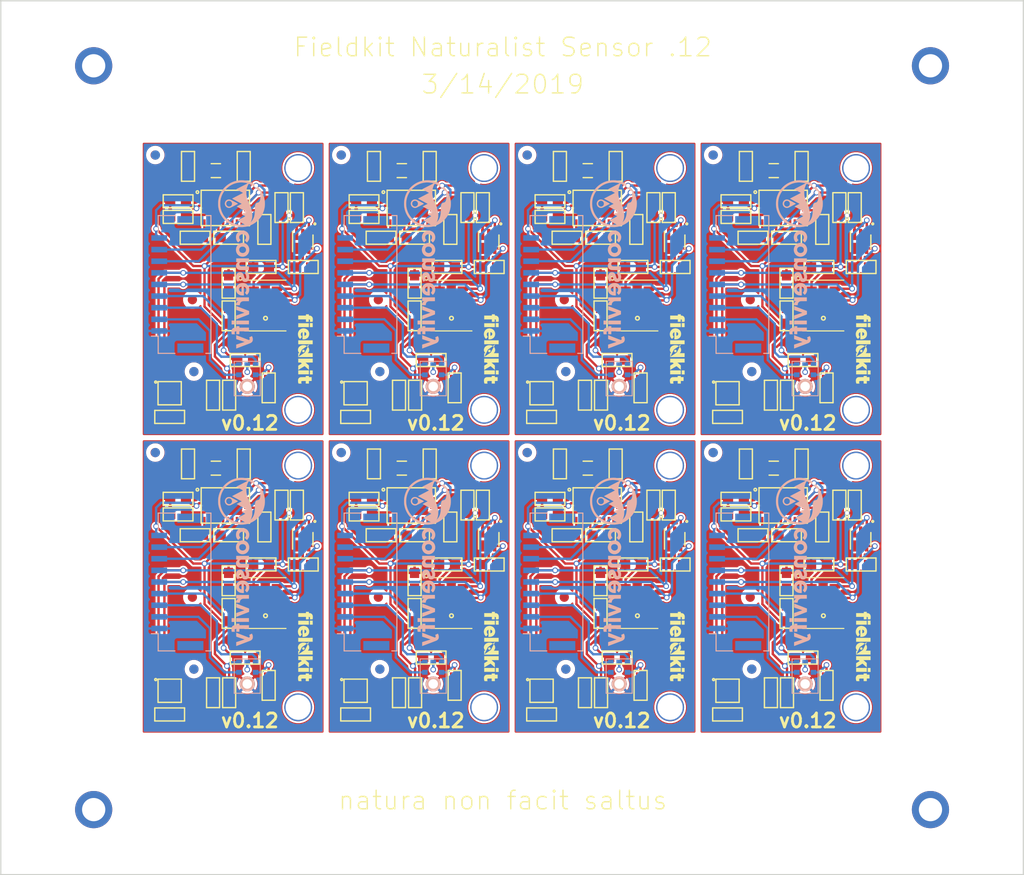
<source format=kicad_pcb>
(kicad_pcb (version 20171130) (host pcbnew "(5.1.0-rc1-113-g51cc783e7)")
  (layers (0 F.Cu signal) (31 B.Cu signal) (34 B.Paste user) (35 F.Paste user) (36 B.SilkS user) (37 F.SilkS user) (38 B.Mask user) (39 F.Mask user) (44 Edge.Cuts user))
  (net 0 "")
  (net 1 "Net-(C1-Pad1)")
  (net 2 GND)
  (net 3 3V3)
  (net 4 "Net-(R1-Pad2)")
  (net 5 "Net-(R2-Pad1)")
  (net 6 /I2S_DATA)
  (net 7 "Net-(U1-Pad5)")
  (net 8 "Net-(U1-Pad6)")
  (net 9 /SDA)
  (net 10 /SCL)
  (net 11 "Net-(U2-Pad3)")
  (net 12 /I2S_BCLK)
  (net 13 /I2S_WS)
  (net 14 "Net-(U4-Pad2)")
  (net 15 "Net-(U4-Pad4)")
  (net 16 "Net-(M5-Pad~)")
  (net 17 "Net-(M6-Pad~)")
  (net 18 "Net-(M9-Pad~)")
  (net 19 "Net-(M10-Pad~)")
  (net 20 "Net-(C8-Pad1)")
  (net 21 "Net-(C10-Pad2)")
  (net 22 "Net-(C11-Pad1)")
  (net 23 "Net-(R3-Pad1)")
  (net 24 "Net-(R4-Pad1)")
  (net 25 "Net-(R5-Pad1)")
  (net 26 /SDA2)
  (net 27 "Net-(U5-Pad7)")
  (net 28 "Net-(U5-Pad8)")
  (net 29 "Net-(U5-Pad11)")
  (net 30 "Net-(U5-Pad14)")
  (net 31 /SCL2)
  (net 32 "Net-(M1-Pad~)")
  (net 33 "Net-(M2-Pad~)")
  (module conservify:RES-0603 (layer F.Cu) (at 103.820234 88.638113 90)
    (fp_text reference R8 hide)
    (fp_text value 10K)
    (pad 1 smd rect (at -0.85 0 90) (size 1.1 1) (layers F.Cu F.Paste F.Mask) (net 2 GND))
    (pad 2 smd rect (at 0.85 0 90) (size 1.1 1) (layers F.Cu F.Paste F.Mask) (net 4 "Net-(R1-Pad2)"))
  )
  (module conservify:RES-0603 (layer F.Cu) (at 83.820234 88.638113 90)
    (fp_text reference R7 hide)
    (fp_text value 10K)
    (pad 1 smd rect (at -0.85 0 90) (size 1.1 1) (layers F.Cu F.Paste F.Mask) (net 2 GND))
    (pad 2 smd rect (at 0.85 0 90) (size 1.1 1) (layers F.Cu F.Paste F.Mask) (net 4 "Net-(R1-Pad2)"))
  )
  (module conservify:RES-0603 (layer F.Cu) (at 63.820234 88.638113 90)
    (fp_text reference R6 hide)
    (fp_text value 10K)
    (pad 1 smd rect (at -0.85 0 90) (size 1.1 1) (layers F.Cu F.Paste F.Mask) (net 2 GND))
    (pad 2 smd rect (at 0.85 0 90) (size 1.1 1) (layers F.Cu F.Paste F.Mask) (net 4 "Net-(R1-Pad2)"))
  )
  (module conservify:RES-0603 (layer F.Cu) (at 43.820234 88.638113 90)
    (fp_text reference R5 hide)
    (fp_text value 10K)
    (pad 1 smd rect (at -0.85 0 90) (size 1.1 1) (layers F.Cu F.Paste F.Mask) (net 2 GND))
    (pad 2 smd rect (at 0.85 0 90) (size 1.1 1) (layers F.Cu F.Paste F.Mask) (net 4 "Net-(R1-Pad2)"))
  )
  (module conservify:RES-0603 (layer F.Cu) (at 103.820234 56.638113 90)
    (fp_text reference R4 hide)
    (fp_text value 10K)
    (pad 1 smd rect (at -0.85 0 90) (size 1.1 1) (layers F.Cu F.Paste F.Mask) (net 2 GND))
    (pad 2 smd rect (at 0.85 0 90) (size 1.1 1) (layers F.Cu F.Paste F.Mask) (net 4 "Net-(R1-Pad2)"))
  )
  (module conservify:RES-0603 (layer F.Cu) (at 83.820234 56.638113 90)
    (fp_text reference R3 hide)
    (fp_text value 10K)
    (pad 1 smd rect (at -0.85 0 90) (size 1.1 1) (layers F.Cu F.Paste F.Mask) (net 2 GND))
    (pad 2 smd rect (at 0.85 0 90) (size 1.1 1) (layers F.Cu F.Paste F.Mask) (net 4 "Net-(R1-Pad2)"))
  )
  (module conservify:RES-0603 (layer F.Cu) (at 63.820234 56.638113 90)
    (fp_text reference R2 hide)
    (fp_text value 10K)
    (pad 1 smd rect (at -0.85 0 90) (size 1.1 1) (layers F.Cu F.Paste F.Mask) (net 2 GND))
    (pad 2 smd rect (at 0.85 0 90) (size 1.1 1) (layers F.Cu F.Paste F.Mask) (net 4 "Net-(R1-Pad2)"))
  )
  (module conservify:RES-0603 (layer F.Cu) (at 103.3625 71.601 270)
    (fp_text reference R10 hide)
    (fp_text value 10K)
    (pad 2 smd rect (at 0.85 0 270) (size 1.1 1) (layers F.Cu F.Paste F.Mask) (net 2 GND))
    (pad 1 smd rect (at -0.85 0 270) (size 1.1 1) (layers F.Cu F.Paste F.Mask) (net 23 "Net-(R3-Pad1)"))
  )
  (module conservify:RES-0603 (layer F.Cu) (at 83.3625 71.601 270)
    (fp_text reference R9 hide)
    (fp_text value 10K)
    (pad 2 smd rect (at 0.85 0 270) (size 1.1 1) (layers F.Cu F.Paste F.Mask) (net 2 GND))
    (pad 1 smd rect (at -0.85 0 270) (size 1.1 1) (layers F.Cu F.Paste F.Mask) (net 23 "Net-(R3-Pad1)"))
  )
  (module conservify:RES-0603 (layer F.Cu) (at 63.3625 71.601 270)
    (fp_text reference R8 hide)
    (fp_text value 10K)
    (pad 2 smd rect (at 0.85 0 270) (size 1.1 1) (layers F.Cu F.Paste F.Mask) (net 2 GND))
    (pad 1 smd rect (at -0.85 0 270) (size 1.1 1) (layers F.Cu F.Paste F.Mask) (net 23 "Net-(R3-Pad1)"))
  )
  (module conservify:RES-0603 (layer F.Cu) (at 43.3625 71.601 270)
    (fp_text reference R7 hide)
    (fp_text value 10K)
    (pad 2 smd rect (at 0.85 0 270) (size 1.1 1) (layers F.Cu F.Paste F.Mask) (net 2 GND))
    (pad 1 smd rect (at -0.85 0 270) (size 1.1 1) (layers F.Cu F.Paste F.Mask) (net 23 "Net-(R3-Pad1)"))
  )
  (module conservify:RES-0603 (layer F.Cu) (at 103.3625 39.601 270)
    (fp_text reference R6 hide)
    (fp_text value 10K)
    (pad 2 smd rect (at 0.85 0 270) (size 1.1 1) (layers F.Cu F.Paste F.Mask) (net 2 GND))
    (pad 1 smd rect (at -0.85 0 270) (size 1.1 1) (layers F.Cu F.Paste F.Mask) (net 23 "Net-(R3-Pad1)"))
  )
  (module conservify:RES-0603 (layer F.Cu) (at 83.3625 39.601 270)
    (fp_text reference R5 hide)
    (fp_text value 10K)
    (pad 2 smd rect (at 0.85 0 270) (size 1.1 1) (layers F.Cu F.Paste F.Mask) (net 2 GND))
    (pad 1 smd rect (at -0.85 0 270) (size 1.1 1) (layers F.Cu F.Paste F.Mask) (net 23 "Net-(R3-Pad1)"))
  )
  (module conservify:RES-0603 (layer F.Cu) (at 63.3625 39.601 270)
    (fp_text reference R4 hide)
    (fp_text value 10K)
    (pad 2 smd rect (at 0.85 0 270) (size 1.1 1) (layers F.Cu F.Paste F.Mask) (net 2 GND))
    (pad 1 smd rect (at -0.85 0 270) (size 1.1 1) (layers F.Cu F.Paste F.Mask) (net 23 "Net-(R3-Pad1)"))
  )
  (module conservify:SHT3x (layer F.Cu) (at 93.1728 89.2164)
    (fp_text reference U9 hide)
    (fp_text value SHT31 hide)
    (pad PAD smd rect (at 0 0) (size 1 1.7) (layers F.Cu F.Paste F.Mask) (net 2 GND))
    (pad 8 smd rect (at 1.175 -0.75) (size 0.55 0.25) (layers F.Cu F.Paste F.Mask) (net 2 GND))
    (pad 7 smd rect (at 1.175 -0.25) (size 0.55 0.25) (layers F.Cu F.Paste F.Mask) (net 2 GND))
    (pad 6 smd rect (at 1.175 0.25) (size 0.55 0.25) (layers F.Cu F.Paste F.Mask) (net 3 3V3))
    (pad 5 smd rect (at 1.175 0.75) (size 0.55 0.25) (layers F.Cu F.Paste F.Mask) (net 3 3V3))
    (pad 4 smd rect (at -1.175 0.75) (size 0.55 0.25) (layers F.Cu F.Paste F.Mask) (net 10 /SCL))
    (pad 3 smd rect (at -1.175 0.25) (size 0.55 0.25) (layers F.Cu F.Paste F.Mask) (net 11 "Net-(U2-Pad3)"))
    (pad 2 smd rect (at -1.175 -0.25) (size 0.55 0.25) (layers F.Cu F.Paste F.Mask) (net 2 GND))
    (pad 1 smd rect (at -1.175 -0.75) (size 0.55 0.25) (layers F.Cu F.Paste F.Mask) (net 9 /SDA))
  )
  (module conservify:SHT3x (layer F.Cu) (at 73.1728 89.2164)
    (fp_text reference U8 hide)
    (fp_text value SHT31 hide)
    (pad PAD smd rect (at 0 0) (size 1 1.7) (layers F.Cu F.Paste F.Mask) (net 2 GND))
    (pad 8 smd rect (at 1.175 -0.75) (size 0.55 0.25) (layers F.Cu F.Paste F.Mask) (net 2 GND))
    (pad 7 smd rect (at 1.175 -0.25) (size 0.55 0.25) (layers F.Cu F.Paste F.Mask) (net 2 GND))
    (pad 6 smd rect (at 1.175 0.25) (size 0.55 0.25) (layers F.Cu F.Paste F.Mask) (net 3 3V3))
    (pad 5 smd rect (at 1.175 0.75) (size 0.55 0.25) (layers F.Cu F.Paste F.Mask) (net 3 3V3))
    (pad 4 smd rect (at -1.175 0.75) (size 0.55 0.25) (layers F.Cu F.Paste F.Mask) (net 10 /SCL))
    (pad 3 smd rect (at -1.175 0.25) (size 0.55 0.25) (layers F.Cu F.Paste F.Mask) (net 11 "Net-(U2-Pad3)"))
    (pad 2 smd rect (at -1.175 -0.25) (size 0.55 0.25) (layers F.Cu F.Paste F.Mask) (net 2 GND))
    (pad 1 smd rect (at -1.175 -0.75) (size 0.55 0.25) (layers F.Cu F.Paste F.Mask) (net 9 /SDA))
  )
  (module conservify:SHT3x (layer F.Cu) (at 53.1728 89.2164)
    (fp_text reference U7 hide)
    (fp_text value SHT31 hide)
    (pad PAD smd rect (at 0 0) (size 1 1.7) (layers F.Cu F.Paste F.Mask) (net 2 GND))
    (pad 8 smd rect (at 1.175 -0.75) (size 0.55 0.25) (layers F.Cu F.Paste F.Mask) (net 2 GND))
    (pad 7 smd rect (at 1.175 -0.25) (size 0.55 0.25) (layers F.Cu F.Paste F.Mask) (net 2 GND))
    (pad 6 smd rect (at 1.175 0.25) (size 0.55 0.25) (layers F.Cu F.Paste F.Mask) (net 3 3V3))
    (pad 5 smd rect (at 1.175 0.75) (size 0.55 0.25) (layers F.Cu F.Paste F.Mask) (net 3 3V3))
    (pad 4 smd rect (at -1.175 0.75) (size 0.55 0.25) (layers F.Cu F.Paste F.Mask) (net 10 /SCL))
    (pad 3 smd rect (at -1.175 0.25) (size 0.55 0.25) (layers F.Cu F.Paste F.Mask) (net 11 "Net-(U2-Pad3)"))
    (pad 2 smd rect (at -1.175 -0.25) (size 0.55 0.25) (layers F.Cu F.Paste F.Mask) (net 2 GND))
    (pad 1 smd rect (at -1.175 -0.75) (size 0.55 0.25) (layers F.Cu F.Paste F.Mask) (net 9 /SDA))
  )
  (module conservify:SHT3x (layer F.Cu) (at 33.1728 89.2164)
    (fp_text reference U6 hide)
    (fp_text value SHT31 hide)
    (pad PAD smd rect (at 0 0) (size 1 1.7) (layers F.Cu F.Paste F.Mask) (net 2 GND))
    (pad 8 smd rect (at 1.175 -0.75) (size 0.55 0.25) (layers F.Cu F.Paste F.Mask) (net 2 GND))
    (pad 7 smd rect (at 1.175 -0.25) (size 0.55 0.25) (layers F.Cu F.Paste F.Mask) (net 2 GND))
    (pad 6 smd rect (at 1.175 0.25) (size 0.55 0.25) (layers F.Cu F.Paste F.Mask) (net 3 3V3))
    (pad 5 smd rect (at 1.175 0.75) (size 0.55 0.25) (layers F.Cu F.Paste F.Mask) (net 3 3V3))
    (pad 4 smd rect (at -1.175 0.75) (size 0.55 0.25) (layers F.Cu F.Paste F.Mask) (net 10 /SCL))
    (pad 3 smd rect (at -1.175 0.25) (size 0.55 0.25) (layers F.Cu F.Paste F.Mask) (net 11 "Net-(U2-Pad3)"))
    (pad 2 smd rect (at -1.175 -0.25) (size 0.55 0.25) (layers F.Cu F.Paste F.Mask) (net 2 GND))
    (pad 1 smd rect (at -1.175 -0.75) (size 0.55 0.25) (layers F.Cu F.Paste F.Mask) (net 9 /SDA))
  )
  (module conservify:SHT3x (layer F.Cu) (at 93.1728 57.2164)
    (fp_text reference U5 hide)
    (fp_text value SHT31 hide)
    (pad PAD smd rect (at 0 0) (size 1 1.7) (layers F.Cu F.Paste F.Mask) (net 2 GND))
    (pad 8 smd rect (at 1.175 -0.75) (size 0.55 0.25) (layers F.Cu F.Paste F.Mask) (net 2 GND))
    (pad 7 smd rect (at 1.175 -0.25) (size 0.55 0.25) (layers F.Cu F.Paste F.Mask) (net 2 GND))
    (pad 6 smd rect (at 1.175 0.25) (size 0.55 0.25) (layers F.Cu F.Paste F.Mask) (net 3 3V3))
    (pad 5 smd rect (at 1.175 0.75) (size 0.55 0.25) (layers F.Cu F.Paste F.Mask) (net 3 3V3))
    (pad 4 smd rect (at -1.175 0.75) (size 0.55 0.25) (layers F.Cu F.Paste F.Mask) (net 10 /SCL))
    (pad 3 smd rect (at -1.175 0.25) (size 0.55 0.25) (layers F.Cu F.Paste F.Mask) (net 11 "Net-(U2-Pad3)"))
    (pad 2 smd rect (at -1.175 -0.25) (size 0.55 0.25) (layers F.Cu F.Paste F.Mask) (net 2 GND))
    (pad 1 smd rect (at -1.175 -0.75) (size 0.55 0.25) (layers F.Cu F.Paste F.Mask) (net 9 /SDA))
  )
  (module conservify:SHT3x (layer F.Cu) (at 73.1728 57.2164)
    (fp_text reference U4 hide)
    (fp_text value SHT31 hide)
    (pad PAD smd rect (at 0 0) (size 1 1.7) (layers F.Cu F.Paste F.Mask) (net 2 GND))
    (pad 8 smd rect (at 1.175 -0.75) (size 0.55 0.25) (layers F.Cu F.Paste F.Mask) (net 2 GND))
    (pad 7 smd rect (at 1.175 -0.25) (size 0.55 0.25) (layers F.Cu F.Paste F.Mask) (net 2 GND))
    (pad 6 smd rect (at 1.175 0.25) (size 0.55 0.25) (layers F.Cu F.Paste F.Mask) (net 3 3V3))
    (pad 5 smd rect (at 1.175 0.75) (size 0.55 0.25) (layers F.Cu F.Paste F.Mask) (net 3 3V3))
    (pad 4 smd rect (at -1.175 0.75) (size 0.55 0.25) (layers F.Cu F.Paste F.Mask) (net 10 /SCL))
    (pad 3 smd rect (at -1.175 0.25) (size 0.55 0.25) (layers F.Cu F.Paste F.Mask) (net 11 "Net-(U2-Pad3)"))
    (pad 2 smd rect (at -1.175 -0.25) (size 0.55 0.25) (layers F.Cu F.Paste F.Mask) (net 2 GND))
    (pad 1 smd rect (at -1.175 -0.75) (size 0.55 0.25) (layers F.Cu F.Paste F.Mask) (net 9 /SDA))
  )
  (module conservify:SHT3x (layer F.Cu) (at 53.1728 57.2164)
    (fp_text reference U3 hide)
    (fp_text value SHT31 hide)
    (pad PAD smd rect (at 0 0) (size 1 1.7) (layers F.Cu F.Paste F.Mask) (net 2 GND))
    (pad 8 smd rect (at 1.175 -0.75) (size 0.55 0.25) (layers F.Cu F.Paste F.Mask) (net 2 GND))
    (pad 7 smd rect (at 1.175 -0.25) (size 0.55 0.25) (layers F.Cu F.Paste F.Mask) (net 2 GND))
    (pad 6 smd rect (at 1.175 0.25) (size 0.55 0.25) (layers F.Cu F.Paste F.Mask) (net 3 3V3))
    (pad 5 smd rect (at 1.175 0.75) (size 0.55 0.25) (layers F.Cu F.Paste F.Mask) (net 3 3V3))
    (pad 4 smd rect (at -1.175 0.75) (size 0.55 0.25) (layers F.Cu F.Paste F.Mask) (net 10 /SCL))
    (pad 3 smd rect (at -1.175 0.25) (size 0.55 0.25) (layers F.Cu F.Paste F.Mask) (net 11 "Net-(U2-Pad3)"))
    (pad 2 smd rect (at -1.175 -0.25) (size 0.55 0.25) (layers F.Cu F.Paste F.Mask) (net 2 GND))
    (pad 1 smd rect (at -1.175 -0.75) (size 0.55 0.25) (layers F.Cu F.Paste F.Mask) (net 9 /SDA))
  )
  (module conservify:CAP-0603 (layer F.Cu) (at 99.5136 80.894 90)
    (fp_text reference C12 hide)
    (fp_text value 10uF)
    (pad 2 smd rect (at 0.85 0 90) (size 1.1 1) (layers F.Cu F.Paste F.Mask) (net 2 GND))
    (pad 1 smd rect (at -0.85 0 90) (size 1.1 1) (layers F.Cu F.Paste F.Mask) (net 3 3V3))
  )
  (module conservify:CAP-0603 (layer F.Cu) (at 79.5136 80.894 90)
    (fp_text reference C11 hide)
    (fp_text value 10uF)
    (pad 2 smd rect (at 0.85 0 90) (size 1.1 1) (layers F.Cu F.Paste F.Mask) (net 2 GND))
    (pad 1 smd rect (at -0.85 0 90) (size 1.1 1) (layers F.Cu F.Paste F.Mask) (net 3 3V3))
  )
  (module conservify:CAP-0603 (layer F.Cu) (at 59.5136 80.894 90)
    (fp_text reference C10 hide)
    (fp_text value 10uF)
    (pad 2 smd rect (at 0.85 0 90) (size 1.1 1) (layers F.Cu F.Paste F.Mask) (net 2 GND))
    (pad 1 smd rect (at -0.85 0 90) (size 1.1 1) (layers F.Cu F.Paste F.Mask) (net 3 3V3))
  )
  (module conservify:CAP-0603 (layer F.Cu) (at 39.5136 80.894 90)
    (fp_text reference C9 hide)
    (fp_text value 10uF)
    (pad 2 smd rect (at 0.85 0 90) (size 1.1 1) (layers F.Cu F.Paste F.Mask) (net 2 GND))
    (pad 1 smd rect (at -0.85 0 90) (size 1.1 1) (layers F.Cu F.Paste F.Mask) (net 3 3V3))
  )
  (module conservify:CAP-0603 (layer F.Cu) (at 99.5136 48.894 90)
    (fp_text reference C8 hide)
    (fp_text value 10uF)
    (pad 2 smd rect (at 0.85 0 90) (size 1.1 1) (layers F.Cu F.Paste F.Mask) (net 2 GND))
    (pad 1 smd rect (at -0.85 0 90) (size 1.1 1) (layers F.Cu F.Paste F.Mask) (net 3 3V3))
  )
  (module conservify:CAP-0603 (layer F.Cu) (at 79.5136 48.894 90)
    (fp_text reference C7 hide)
    (fp_text value 10uF)
    (pad 2 smd rect (at 0.85 0 90) (size 1.1 1) (layers F.Cu F.Paste F.Mask) (net 2 GND))
    (pad 1 smd rect (at -0.85 0 90) (size 1.1 1) (layers F.Cu F.Paste F.Mask) (net 3 3V3))
  )
  (module conservify:CAP-0603 (layer F.Cu) (at 59.5136 48.894 90)
    (fp_text reference C6 hide)
    (fp_text value 10uF)
    (pad 2 smd rect (at 0.85 0 90) (size 1.1 1) (layers F.Cu F.Paste F.Mask) (net 2 GND))
    (pad 1 smd rect (at -0.85 0 90) (size 1.1 1) (layers F.Cu F.Paste F.Mask) (net 3 3V3))
  )
  (module conservify:TSL2591 (layer F.Cu) (at 107.489403 72.903453 270)
    (fp_text reference U11 hide)
    (fp_text value TSL2591 hide)
    (pad 6 smd rect (at 0.7366 -0.65 270) (size 1.2 0.35) (layers F.Cu F.Paste F.Mask) (net 9 /SDA))
    (pad 5 smd rect (at 0.7366 0 270) (size 1.2 0.35) (layers F.Cu F.Paste F.Mask) (net 3 3V3))
    (pad 4 smd rect (at 0.7366 0.65 270) (size 1.2 0.35) (layers F.Cu F.Paste F.Mask) (net 15 "Net-(U4-Pad4)"))
    (pad 3 smd rect (at -0.7634 0.65 270) (size 1.2 0.35) (layers F.Cu F.Paste F.Mask) (net 2 GND))
    (pad 2 smd rect (at -0.7634 0 270) (size 1.2 0.35) (layers F.Cu F.Paste F.Mask) (net 14 "Net-(U4-Pad2)"))
    (pad 1 smd rect (at -0.7634 -0.65 270) (size 1.2 0.35) (layers F.Cu F.Paste F.Mask) (net 10 /SCL))
  )
  (module conservify:TSL2591 (layer F.Cu) (at 87.489403 72.903453 270)
    (fp_text reference U10 hide)
    (fp_text value TSL2591 hide)
    (pad 6 smd rect (at 0.7366 -0.65 270) (size 1.2 0.35) (layers F.Cu F.Paste F.Mask) (net 9 /SDA))
    (pad 5 smd rect (at 0.7366 0 270) (size 1.2 0.35) (layers F.Cu F.Paste F.Mask) (net 3 3V3))
    (pad 4 smd rect (at 0.7366 0.65 270) (size 1.2 0.35) (layers F.Cu F.Paste F.Mask) (net 15 "Net-(U4-Pad4)"))
    (pad 3 smd rect (at -0.7634 0.65 270) (size 1.2 0.35) (layers F.Cu F.Paste F.Mask) (net 2 GND))
    (pad 2 smd rect (at -0.7634 0 270) (size 1.2 0.35) (layers F.Cu F.Paste F.Mask) (net 14 "Net-(U4-Pad2)"))
    (pad 1 smd rect (at -0.7634 -0.65 270) (size 1.2 0.35) (layers F.Cu F.Paste F.Mask) (net 10 /SCL))
  )
  (module conservify:TSL2591 (layer F.Cu) (at 67.489403 72.903453 270)
    (fp_text reference U9 hide)
    (fp_text value TSL2591 hide)
    (pad 6 smd rect (at 0.7366 -0.65 270) (size 1.2 0.35) (layers F.Cu F.Paste F.Mask) (net 9 /SDA))
    (pad 5 smd rect (at 0.7366 0 270) (size 1.2 0.35) (layers F.Cu F.Paste F.Mask) (net 3 3V3))
    (pad 4 smd rect (at 0.7366 0.65 270) (size 1.2 0.35) (layers F.Cu F.Paste F.Mask) (net 15 "Net-(U4-Pad4)"))
    (pad 3 smd rect (at -0.7634 0.65 270) (size 1.2 0.35) (layers F.Cu F.Paste F.Mask) (net 2 GND))
    (pad 2 smd rect (at -0.7634 0 270) (size 1.2 0.35) (layers F.Cu F.Paste F.Mask) (net 14 "Net-(U4-Pad2)"))
    (pad 1 smd rect (at -0.7634 -0.65 270) (size 1.2 0.35) (layers F.Cu F.Paste F.Mask) (net 10 /SCL))
  )
  (module conservify:TSL2591 (layer F.Cu) (at 47.489403 72.903453 270)
    (fp_text reference U8 hide)
    (fp_text value TSL2591 hide)
    (pad 6 smd rect (at 0.7366 -0.65 270) (size 1.2 0.35) (layers F.Cu F.Paste F.Mask) (net 9 /SDA))
    (pad 5 smd rect (at 0.7366 0 270) (size 1.2 0.35) (layers F.Cu F.Paste F.Mask) (net 3 3V3))
    (pad 4 smd rect (at 0.7366 0.65 270) (size 1.2 0.35) (layers F.Cu F.Paste F.Mask) (net 15 "Net-(U4-Pad4)"))
    (pad 3 smd rect (at -0.7634 0.65 270) (size 1.2 0.35) (layers F.Cu F.Paste F.Mask) (net 2 GND))
    (pad 2 smd rect (at -0.7634 0 270) (size 1.2 0.35) (layers F.Cu F.Paste F.Mask) (net 14 "Net-(U4-Pad2)"))
    (pad 1 smd rect (at -0.7634 -0.65 270) (size 1.2 0.35) (layers F.Cu F.Paste F.Mask) (net 10 /SCL))
  )
  (module conservify:TSL2591 (layer F.Cu) (at 107.489403 40.903453 270)
    (fp_text reference U7 hide)
    (fp_text value TSL2591 hide)
    (pad 6 smd rect (at 0.7366 -0.65 270) (size 1.2 0.35) (layers F.Cu F.Paste F.Mask) (net 9 /SDA))
    (pad 5 smd rect (at 0.7366 0 270) (size 1.2 0.35) (layers F.Cu F.Paste F.Mask) (net 3 3V3))
    (pad 4 smd rect (at 0.7366 0.65 270) (size 1.2 0.35) (layers F.Cu F.Paste F.Mask) (net 15 "Net-(U4-Pad4)"))
    (pad 3 smd rect (at -0.7634 0.65 270) (size 1.2 0.35) (layers F.Cu F.Paste F.Mask) (net 2 GND))
    (pad 2 smd rect (at -0.7634 0 270) (size 1.2 0.35) (layers F.Cu F.Paste F.Mask) (net 14 "Net-(U4-Pad2)"))
    (pad 1 smd rect (at -0.7634 -0.65 270) (size 1.2 0.35) (layers F.Cu F.Paste F.Mask) (net 10 /SCL))
  )
  (module conservify:TSL2591 (layer F.Cu) (at 87.489403 40.903453 270)
    (fp_text reference U6 hide)
    (fp_text value TSL2591 hide)
    (pad 6 smd rect (at 0.7366 -0.65 270) (size 1.2 0.35) (layers F.Cu F.Paste F.Mask) (net 9 /SDA))
    (pad 5 smd rect (at 0.7366 0 270) (size 1.2 0.35) (layers F.Cu F.Paste F.Mask) (net 3 3V3))
    (pad 4 smd rect (at 0.7366 0.65 270) (size 1.2 0.35) (layers F.Cu F.Paste F.Mask) (net 15 "Net-(U4-Pad4)"))
    (pad 3 smd rect (at -0.7634 0.65 270) (size 1.2 0.35) (layers F.Cu F.Paste F.Mask) (net 2 GND))
    (pad 2 smd rect (at -0.7634 0 270) (size 1.2 0.35) (layers F.Cu F.Paste F.Mask) (net 14 "Net-(U4-Pad2)"))
    (pad 1 smd rect (at -0.7634 -0.65 270) (size 1.2 0.35) (layers F.Cu F.Paste F.Mask) (net 10 /SCL))
  )
  (module conservify:TSL2591 (layer F.Cu) (at 67.489403 40.903453 270)
    (fp_text reference U5 hide)
    (fp_text value TSL2591 hide)
    (pad 6 smd rect (at 0.7366 -0.65 270) (size 1.2 0.35) (layers F.Cu F.Paste F.Mask) (net 9 /SDA))
    (pad 5 smd rect (at 0.7366 0 270) (size 1.2 0.35) (layers F.Cu F.Paste F.Mask) (net 3 3V3))
    (pad 4 smd rect (at 0.7366 0.65 270) (size 1.2 0.35) (layers F.Cu F.Paste F.Mask) (net 15 "Net-(U4-Pad4)"))
    (pad 3 smd rect (at -0.7634 0.65 270) (size 1.2 0.35) (layers F.Cu F.Paste F.Mask) (net 2 GND))
    (pad 2 smd rect (at -0.7634 0 270) (size 1.2 0.35) (layers F.Cu F.Paste F.Mask) (net 14 "Net-(U4-Pad2)"))
    (pad 1 smd rect (at -0.7634 -0.65 270) (size 1.2 0.35) (layers F.Cu F.Paste F.Mask) (net 10 /SCL))
  )
  (module conservify:RES-0603 (layer F.Cu) (at 105.204 69.2515 270)
    (fp_text reference R14 hide)
    (fp_text value 4.7K)
    (pad 2 smd rect (at 0.85 0 270) (size 1.1 1) (layers F.Cu F.Paste F.Mask) (net 3 3V3))
    (pad 1 smd rect (at -0.85 0 270) (size 1.1 1) (layers F.Cu F.Paste F.Mask) (net 31 /SCL2))
  )
  (module conservify:RES-0603 (layer F.Cu) (at 85.204 69.2515 270)
    (fp_text reference R13 hide)
    (fp_text value 4.7K)
    (pad 2 smd rect (at 0.85 0 270) (size 1.1 1) (layers F.Cu F.Paste F.Mask) (net 3 3V3))
    (pad 1 smd rect (at -0.85 0 270) (size 1.1 1) (layers F.Cu F.Paste F.Mask) (net 31 /SCL2))
  )
  (module conservify:RES-0603 (layer F.Cu) (at 65.204 69.2515 270)
    (fp_text reference R12 hide)
    (fp_text value 4.7K)
    (pad 2 smd rect (at 0.85 0 270) (size 1.1 1) (layers F.Cu F.Paste F.Mask) (net 3 3V3))
    (pad 1 smd rect (at -0.85 0 270) (size 1.1 1) (layers F.Cu F.Paste F.Mask) (net 31 /SCL2))
  )
  (module conservify:RES-0603 (layer F.Cu) (at 45.204 69.2515 270)
    (fp_text reference R11 hide)
    (fp_text value 4.7K)
    (pad 2 smd rect (at 0.85 0 270) (size 1.1 1) (layers F.Cu F.Paste F.Mask) (net 3 3V3))
    (pad 1 smd rect (at -0.85 0 270) (size 1.1 1) (layers F.Cu F.Paste F.Mask) (net 31 /SCL2))
  )
  (module conservify:RES-0603 (layer F.Cu) (at 105.204 37.2515 270)
    (fp_text reference R10 hide)
    (fp_text value 4.7K)
    (pad 2 smd rect (at 0.85 0 270) (size 1.1 1) (layers F.Cu F.Paste F.Mask) (net 3 3V3))
    (pad 1 smd rect (at -0.85 0 270) (size 1.1 1) (layers F.Cu F.Paste F.Mask) (net 31 /SCL2))
  )
  (module conservify:RES-0603 (layer F.Cu) (at 85.204 37.2515 270)
    (fp_text reference R9 hide)
    (fp_text value 4.7K)
    (pad 2 smd rect (at 0.85 0 270) (size 1.1 1) (layers F.Cu F.Paste F.Mask) (net 3 3V3))
    (pad 1 smd rect (at -0.85 0 270) (size 1.1 1) (layers F.Cu F.Paste F.Mask) (net 31 /SCL2))
  )
  (module conservify:RES-0603 (layer F.Cu) (at 65.204 37.2515 270)
    (fp_text reference R8 hide)
    (fp_text value 4.7K)
    (pad 2 smd rect (at 0.85 0 270) (size 1.1 1) (layers F.Cu F.Paste F.Mask) (net 3 3V3))
    (pad 1 smd rect (at -0.85 0 270) (size 1.1 1) (layers F.Cu F.Paste F.Mask) (net 31 /SCL2))
  )
  (module conservify:RES-0603 (layer F.Cu) (at 106.855 69.2515 270)
    (fp_text reference R13 hide)
    (fp_text value 4.7K)
    (pad 1 smd rect (at -0.85 0 270) (size 1.1 1) (layers F.Cu F.Paste F.Mask) (net 26 /SDA2))
    (pad 2 smd rect (at 0.85 0 270) (size 1.1 1) (layers F.Cu F.Paste F.Mask) (net 3 3V3))
  )
  (module conservify:RES-0603 (layer F.Cu) (at 86.855 69.2515 270)
    (fp_text reference R12 hide)
    (fp_text value 4.7K)
    (pad 1 smd rect (at -0.85 0 270) (size 1.1 1) (layers F.Cu F.Paste F.Mask) (net 26 /SDA2))
    (pad 2 smd rect (at 0.85 0 270) (size 1.1 1) (layers F.Cu F.Paste F.Mask) (net 3 3V3))
  )
  (module conservify:RES-0603 (layer F.Cu) (at 66.855 69.2515 270)
    (fp_text reference R11 hide)
    (fp_text value 4.7K)
    (pad 1 smd rect (at -0.85 0 270) (size 1.1 1) (layers F.Cu F.Paste F.Mask) (net 26 /SDA2))
    (pad 2 smd rect (at 0.85 0 270) (size 1.1 1) (layers F.Cu F.Paste F.Mask) (net 3 3V3))
  )
  (module conservify:RES-0603 (layer F.Cu) (at 46.855 69.2515 270)
    (fp_text reference R10 hide)
    (fp_text value 4.7K)
    (pad 1 smd rect (at -0.85 0 270) (size 1.1 1) (layers F.Cu F.Paste F.Mask) (net 26 /SDA2))
    (pad 2 smd rect (at 0.85 0 270) (size 1.1 1) (layers F.Cu F.Paste F.Mask) (net 3 3V3))
  )
  (module conservify:RES-0603 (layer F.Cu) (at 106.855 37.2515 270)
    (fp_text reference R9 hide)
    (fp_text value 4.7K)
    (pad 1 smd rect (at -0.85 0 270) (size 1.1 1) (layers F.Cu F.Paste F.Mask) (net 26 /SDA2))
    (pad 2 smd rect (at 0.85 0 270) (size 1.1 1) (layers F.Cu F.Paste F.Mask) (net 3 3V3))
  )
  (module conservify:RES-0603 (layer F.Cu) (at 86.855 37.2515 270)
    (fp_text reference R8 hide)
    (fp_text value 4.7K)
    (pad 1 smd rect (at -0.85 0 270) (size 1.1 1) (layers F.Cu F.Paste F.Mask) (net 26 /SDA2))
    (pad 2 smd rect (at 0.85 0 270) (size 1.1 1) (layers F.Cu F.Paste F.Mask) (net 3 3V3))
  )
  (module conservify:RES-0603 (layer F.Cu) (at 66.855 37.2515 270)
    (fp_text reference R7 hide)
    (fp_text value 4.7K)
    (pad 1 smd rect (at -0.85 0 270) (size 1.1 1) (layers F.Cu F.Paste F.Mask) (net 26 /SDA2))
    (pad 2 smd rect (at 0.85 0 270) (size 1.1 1) (layers F.Cu F.Paste F.Mask) (net 3 3V3))
  )
  (module conservify:FIDUCIAL-1MM (layer F.Cu) (at 105.1278 84.682)
    (fp_text reference M9 hide)
    (fp_text value FIDUCIAL hide)
    (pad ~ smd circle (at 0 0) (size 1 1) (layers F.Cu F.Mask) (net 33 "Net-(M2-Pad~)") (clearance 0.5))
  )
  (module conservify:FIDUCIAL-1MM (layer F.Cu) (at 85.1278 84.682)
    (fp_text reference M8 hide)
    (fp_text value FIDUCIAL hide)
    (pad ~ smd circle (at 0 0) (size 1 1) (layers F.Cu F.Mask) (net 33 "Net-(M2-Pad~)") (clearance 0.5))
  )
  (module conservify:FIDUCIAL-1MM (layer F.Cu) (at 65.1278 84.682)
    (fp_text reference M7 hide)
    (fp_text value FIDUCIAL hide)
    (pad ~ smd circle (at 0 0) (size 1 1) (layers F.Cu F.Mask) (net 33 "Net-(M2-Pad~)") (clearance 0.5))
  )
  (module conservify:FIDUCIAL-1MM (layer F.Cu) (at 45.1278 84.682)
    (fp_text reference M6 hide)
    (fp_text value FIDUCIAL hide)
    (pad ~ smd circle (at 0 0) (size 1 1) (layers F.Cu F.Mask) (net 33 "Net-(M2-Pad~)") (clearance 0.5))
  )
  (module conservify:FIDUCIAL-1MM (layer F.Cu) (at 105.1278 52.682)
    (fp_text reference M5 hide)
    (fp_text value FIDUCIAL hide)
    (pad ~ smd circle (at 0 0) (size 1 1) (layers F.Cu F.Mask) (net 33 "Net-(M2-Pad~)") (clearance 0.5))
  )
  (module conservify:FIDUCIAL-1MM (layer F.Cu) (at 85.1278 52.682)
    (fp_text reference M4 hide)
    (fp_text value FIDUCIAL hide)
    (pad ~ smd circle (at 0 0) (size 1 1) (layers F.Cu F.Mask) (net 33 "Net-(M2-Pad~)") (clearance 0.5))
  )
  (module conservify:FIDUCIAL-1MM (layer F.Cu) (at 65.1278 52.682)
    (fp_text reference M3 hide)
    (fp_text value FIDUCIAL hide)
    (pad ~ smd circle (at 0 0) (size 1 1) (layers F.Cu F.Mask) (net 33 "Net-(M2-Pad~)") (clearance 0.5))
  )
  (module conservify:FIDUCIAL-1MM (layer F.Cu) (at 95.6155 79.1575)
    (fp_text reference M8 hide)
    (fp_text value FIDUCIAL hide)
    (pad ~ smd circle (at 0 0) (size 1 1) (layers F.Cu F.Mask) (net 32 "Net-(M1-Pad~)") (clearance 0.5))
  )
  (module conservify:FIDUCIAL-1MM (layer F.Cu) (at 75.6155 79.1575)
    (fp_text reference M7 hide)
    (fp_text value FIDUCIAL hide)
    (pad ~ smd circle (at 0 0) (size 1 1) (layers F.Cu F.Mask) (net 32 "Net-(M1-Pad~)") (clearance 0.5))
  )
  (module conservify:FIDUCIAL-1MM (layer F.Cu) (at 55.6155 79.1575)
    (fp_text reference M6 hide)
    (fp_text value FIDUCIAL hide)
    (pad ~ smd circle (at 0 0) (size 1 1) (layers F.Cu F.Mask) (net 32 "Net-(M1-Pad~)") (clearance 0.5))
  )
  (module conservify:FIDUCIAL-1MM (layer F.Cu) (at 35.6155 79.1575)
    (fp_text reference M5 hide)
    (fp_text value FIDUCIAL hide)
    (pad ~ smd circle (at 0 0) (size 1 1) (layers F.Cu F.Mask) (net 32 "Net-(M1-Pad~)") (clearance 0.5))
  )
  (module conservify:FIDUCIAL-1MM (layer F.Cu) (at 95.6155 47.1575)
    (fp_text reference M4 hide)
    (fp_text value FIDUCIAL hide)
    (pad ~ smd circle (at 0 0) (size 1 1) (layers F.Cu F.Mask) (net 32 "Net-(M1-Pad~)") (clearance 0.5))
  )
  (module conservify:FIDUCIAL-1MM (layer F.Cu) (at 75.6155 47.1575)
    (fp_text reference M3 hide)
    (fp_text value FIDUCIAL hide)
    (pad ~ smd circle (at 0 0) (size 1 1) (layers F.Cu F.Mask) (net 32 "Net-(M1-Pad~)") (clearance 0.5))
  )
  (module conservify:FIDUCIAL-1MM (layer F.Cu) (at 55.6155 47.1575)
    (fp_text reference M2 hide)
    (fp_text value FIDUCIAL hide)
    (pad ~ smd circle (at 0 0) (size 1 1) (layers F.Cu F.Mask) (net 32 "Net-(M1-Pad~)") (clearance 0.5))
  )
  (module conservify:Molex_CLIK-Mate_502382-0970_1x09_P1.25mm_Vertical (layer B.Cu) (at 94 77.5192 90)
    (fp_text reference J8 hide)
    (fp_text value CONN_01x09)
    (pad "" smd rect (at 6.85 1.4 90) (size 1 2.8) (layers B.Cu B.Paste B.Mask))
    (pad "" smd rect (at -6.85 1.4 90) (size 1 2.8) (layers B.Cu B.Paste B.Mask))
    (pad 9 smd rect (at 5 -1.95 90) (size 0.6 1.7) (layers B.Cu B.Paste B.Mask) (net 3 3V3))
    (pad 8 smd rect (at 3.75 -1.95 90) (size 0.6 1.7) (layers B.Cu B.Paste B.Mask) (net 31 /SCL2))
    (pad 7 smd rect (at 2.5 -1.95 90) (size 0.6 1.7) (layers B.Cu B.Paste B.Mask) (net 26 /SDA2))
    (pad 6 smd rect (at 1.25 -1.95 90) (size 0.6 1.7) (layers B.Cu B.Paste B.Mask) (net 10 /SCL))
    (pad 5 smd rect (at 0 -1.95 90) (size 0.6 1.7) (layers B.Cu B.Paste B.Mask) (net 9 /SDA))
    (pad 4 smd rect (at -1.25 -1.95 90) (size 0.6 1.7) (layers B.Cu B.Paste B.Mask) (net 6 /I2S_DATA))
    (pad 3 smd rect (at -2.5 -1.95 90) (size 0.6 1.7) (layers B.Cu B.Paste B.Mask) (net 13 /I2S_WS))
    (pad 2 smd rect (at -3.75 -1.95 90) (size 0.6 1.7) (layers B.Cu B.Paste B.Mask) (net 12 /I2S_BCLK))
    (pad 1 smd rect (at -5 -1.95 90) (size 0.6 1.7) (layers B.Cu B.Paste B.Mask) (net 2 GND))
  )
  (module conservify:Molex_CLIK-Mate_502382-0970_1x09_P1.25mm_Vertical (layer B.Cu) (at 74 77.5192 90)
    (fp_text reference J7 hide)
    (fp_text value CONN_01x09)
    (pad "" smd rect (at 6.85 1.4 90) (size 1 2.8) (layers B.Cu B.Paste B.Mask))
    (pad "" smd rect (at -6.85 1.4 90) (size 1 2.8) (layers B.Cu B.Paste B.Mask))
    (pad 9 smd rect (at 5 -1.95 90) (size 0.6 1.7) (layers B.Cu B.Paste B.Mask) (net 3 3V3))
    (pad 8 smd rect (at 3.75 -1.95 90) (size 0.6 1.7) (layers B.Cu B.Paste B.Mask) (net 31 /SCL2))
    (pad 7 smd rect (at 2.5 -1.95 90) (size 0.6 1.7) (layers B.Cu B.Paste B.Mask) (net 26 /SDA2))
    (pad 6 smd rect (at 1.25 -1.95 90) (size 0.6 1.7) (layers B.Cu B.Paste B.Mask) (net 10 /SCL))
    (pad 5 smd rect (at 0 -1.95 90) (size 0.6 1.7) (layers B.Cu B.Paste B.Mask) (net 9 /SDA))
    (pad 4 smd rect (at -1.25 -1.95 90) (size 0.6 1.7) (layers B.Cu B.Paste B.Mask) (net 6 /I2S_DATA))
    (pad 3 smd rect (at -2.5 -1.95 90) (size 0.6 1.7) (layers B.Cu B.Paste B.Mask) (net 13 /I2S_WS))
    (pad 2 smd rect (at -3.75 -1.95 90) (size 0.6 1.7) (layers B.Cu B.Paste B.Mask) (net 12 /I2S_BCLK))
    (pad 1 smd rect (at -5 -1.95 90) (size 0.6 1.7) (layers B.Cu B.Paste B.Mask) (net 2 GND))
  )
  (module conservify:Molex_CLIK-Mate_502382-0970_1x09_P1.25mm_Vertical (layer B.Cu) (at 54 77.5192 90)
    (fp_text reference J6 hide)
    (fp_text value CONN_01x09)
    (pad "" smd rect (at 6.85 1.4 90) (size 1 2.8) (layers B.Cu B.Paste B.Mask))
    (pad "" smd rect (at -6.85 1.4 90) (size 1 2.8) (layers B.Cu B.Paste B.Mask))
    (pad 9 smd rect (at 5 -1.95 90) (size 0.6 1.7) (layers B.Cu B.Paste B.Mask) (net 3 3V3))
    (pad 8 smd rect (at 3.75 -1.95 90) (size 0.6 1.7) (layers B.Cu B.Paste B.Mask) (net 31 /SCL2))
    (pad 7 smd rect (at 2.5 -1.95 90) (size 0.6 1.7) (layers B.Cu B.Paste B.Mask) (net 26 /SDA2))
    (pad 6 smd rect (at 1.25 -1.95 90) (size 0.6 1.7) (layers B.Cu B.Paste B.Mask) (net 10 /SCL))
    (pad 5 smd rect (at 0 -1.95 90) (size 0.6 1.7) (layers B.Cu B.Paste B.Mask) (net 9 /SDA))
    (pad 4 smd rect (at -1.25 -1.95 90) (size 0.6 1.7) (layers B.Cu B.Paste B.Mask) (net 6 /I2S_DATA))
    (pad 3 smd rect (at -2.5 -1.95 90) (size 0.6 1.7) (layers B.Cu B.Paste B.Mask) (net 13 /I2S_WS))
    (pad 2 smd rect (at -3.75 -1.95 90) (size 0.6 1.7) (layers B.Cu B.Paste B.Mask) (net 12 /I2S_BCLK))
    (pad 1 smd rect (at -5 -1.95 90) (size 0.6 1.7) (layers B.Cu B.Paste B.Mask) (net 2 GND))
  )
  (module conservify:Molex_CLIK-Mate_502382-0970_1x09_P1.25mm_Vertical (layer B.Cu) (at 34 77.5192 90)
    (fp_text reference J5 hide)
    (fp_text value CONN_01x09)
    (pad "" smd rect (at 6.85 1.4 90) (size 1 2.8) (layers B.Cu B.Paste B.Mask))
    (pad "" smd rect (at -6.85 1.4 90) (size 1 2.8) (layers B.Cu B.Paste B.Mask))
    (pad 9 smd rect (at 5 -1.95 90) (size 0.6 1.7) (layers B.Cu B.Paste B.Mask) (net 3 3V3))
    (pad 8 smd rect (at 3.75 -1.95 90) (size 0.6 1.7) (layers B.Cu B.Paste B.Mask) (net 31 /SCL2))
    (pad 7 smd rect (at 2.5 -1.95 90) (size 0.6 1.7) (layers B.Cu B.Paste B.Mask) (net 26 /SDA2))
    (pad 6 smd rect (at 1.25 -1.95 90) (size 0.6 1.7) (layers B.Cu B.Paste B.Mask) (net 10 /SCL))
    (pad 5 smd rect (at 0 -1.95 90) (size 0.6 1.7) (layers B.Cu B.Paste B.Mask) (net 9 /SDA))
    (pad 4 smd rect (at -1.25 -1.95 90) (size 0.6 1.7) (layers B.Cu B.Paste B.Mask) (net 6 /I2S_DATA))
    (pad 3 smd rect (at -2.5 -1.95 90) (size 0.6 1.7) (layers B.Cu B.Paste B.Mask) (net 13 /I2S_WS))
    (pad 2 smd rect (at -3.75 -1.95 90) (size 0.6 1.7) (layers B.Cu B.Paste B.Mask) (net 12 /I2S_BCLK))
    (pad 1 smd rect (at -5 -1.95 90) (size 0.6 1.7) (layers B.Cu B.Paste B.Mask) (net 2 GND))
  )
  (module conservify:Molex_CLIK-Mate_502382-0970_1x09_P1.25mm_Vertical (layer B.Cu) (at 94 45.5192 90)
    (fp_text reference J4 hide)
    (fp_text value CONN_01x09)
    (pad "" smd rect (at 6.85 1.4 90) (size 1 2.8) (layers B.Cu B.Paste B.Mask))
    (pad "" smd rect (at -6.85 1.4 90) (size 1 2.8) (layers B.Cu B.Paste B.Mask))
    (pad 9 smd rect (at 5 -1.95 90) (size 0.6 1.7) (layers B.Cu B.Paste B.Mask) (net 3 3V3))
    (pad 8 smd rect (at 3.75 -1.95 90) (size 0.6 1.7) (layers B.Cu B.Paste B.Mask) (net 31 /SCL2))
    (pad 7 smd rect (at 2.5 -1.95 90) (size 0.6 1.7) (layers B.Cu B.Paste B.Mask) (net 26 /SDA2))
    (pad 6 smd rect (at 1.25 -1.95 90) (size 0.6 1.7) (layers B.Cu B.Paste B.Mask) (net 10 /SCL))
    (pad 5 smd rect (at 0 -1.95 90) (size 0.6 1.7) (layers B.Cu B.Paste B.Mask) (net 9 /SDA))
    (pad 4 smd rect (at -1.25 -1.95 90) (size 0.6 1.7) (layers B.Cu B.Paste B.Mask) (net 6 /I2S_DATA))
    (pad 3 smd rect (at -2.5 -1.95 90) (size 0.6 1.7) (layers B.Cu B.Paste B.Mask) (net 13 /I2S_WS))
    (pad 2 smd rect (at -3.75 -1.95 90) (size 0.6 1.7) (layers B.Cu B.Paste B.Mask) (net 12 /I2S_BCLK))
    (pad 1 smd rect (at -5 -1.95 90) (size 0.6 1.7) (layers B.Cu B.Paste B.Mask) (net 2 GND))
  )
  (module conservify:Molex_CLIK-Mate_502382-0970_1x09_P1.25mm_Vertical (layer B.Cu) (at 74 45.5192 90)
    (fp_text reference J3 hide)
    (fp_text value CONN_01x09)
    (pad "" smd rect (at 6.85 1.4 90) (size 1 2.8) (layers B.Cu B.Paste B.Mask))
    (pad "" smd rect (at -6.85 1.4 90) (size 1 2.8) (layers B.Cu B.Paste B.Mask))
    (pad 9 smd rect (at 5 -1.95 90) (size 0.6 1.7) (layers B.Cu B.Paste B.Mask) (net 3 3V3))
    (pad 8 smd rect (at 3.75 -1.95 90) (size 0.6 1.7) (layers B.Cu B.Paste B.Mask) (net 31 /SCL2))
    (pad 7 smd rect (at 2.5 -1.95 90) (size 0.6 1.7) (layers B.Cu B.Paste B.Mask) (net 26 /SDA2))
    (pad 6 smd rect (at 1.25 -1.95 90) (size 0.6 1.7) (layers B.Cu B.Paste B.Mask) (net 10 /SCL))
    (pad 5 smd rect (at 0 -1.95 90) (size 0.6 1.7) (layers B.Cu B.Paste B.Mask) (net 9 /SDA))
    (pad 4 smd rect (at -1.25 -1.95 90) (size 0.6 1.7) (layers B.Cu B.Paste B.Mask) (net 6 /I2S_DATA))
    (pad 3 smd rect (at -2.5 -1.95 90) (size 0.6 1.7) (layers B.Cu B.Paste B.Mask) (net 13 /I2S_WS))
    (pad 2 smd rect (at -3.75 -1.95 90) (size 0.6 1.7) (layers B.Cu B.Paste B.Mask) (net 12 /I2S_BCLK))
    (pad 1 smd rect (at -5 -1.95 90) (size 0.6 1.7) (layers B.Cu B.Paste B.Mask) (net 2 GND))
  )
  (module conservify:Molex_CLIK-Mate_502382-0970_1x09_P1.25mm_Vertical (layer B.Cu) (at 54 45.5192 90)
    (fp_text reference J2 hide)
    (fp_text value CONN_01x09)
    (pad "" smd rect (at 6.85 1.4 90) (size 1 2.8) (layers B.Cu B.Paste B.Mask))
    (pad "" smd rect (at -6.85 1.4 90) (size 1 2.8) (layers B.Cu B.Paste B.Mask))
    (pad 9 smd rect (at 5 -1.95 90) (size 0.6 1.7) (layers B.Cu B.Paste B.Mask) (net 3 3V3))
    (pad 8 smd rect (at 3.75 -1.95 90) (size 0.6 1.7) (layers B.Cu B.Paste B.Mask) (net 31 /SCL2))
    (pad 7 smd rect (at 2.5 -1.95 90) (size 0.6 1.7) (layers B.Cu B.Paste B.Mask) (net 26 /SDA2))
    (pad 6 smd rect (at 1.25 -1.95 90) (size 0.6 1.7) (layers B.Cu B.Paste B.Mask) (net 10 /SCL))
    (pad 5 smd rect (at 0 -1.95 90) (size 0.6 1.7) (layers B.Cu B.Paste B.Mask) (net 9 /SDA))
    (pad 4 smd rect (at -1.25 -1.95 90) (size 0.6 1.7) (layers B.Cu B.Paste B.Mask) (net 6 /I2S_DATA))
    (pad 3 smd rect (at -2.5 -1.95 90) (size 0.6 1.7) (layers B.Cu B.Paste B.Mask) (net 13 /I2S_WS))
    (pad 2 smd rect (at -3.75 -1.95 90) (size 0.6 1.7) (layers B.Cu B.Paste B.Mask) (net 12 /I2S_BCLK))
    (pad 1 smd rect (at -5 -1.95 90) (size 0.6 1.7) (layers B.Cu B.Paste B.Mask) (net 2 GND))
  )
  (module conservify:ABS07 (layer F.Cu) (at 98.1428 65.2764)
    (fp_text reference Y8 hide)
    (fp_text value FC-135)
    (pad 2 smd rect (at 1.25 0) (size 1.1 1.9) (layers F.Cu F.Paste F.Mask) (net 22 "Net-(C11-Pad1)"))
    (pad 1 smd rect (at -1.25 0) (size 1.1 1.9) (layers F.Cu F.Paste F.Mask) (net 20 "Net-(C8-Pad1)"))
  )
  (module conservify:ABS07 (layer F.Cu) (at 78.1428 65.2764)
    (fp_text reference Y7 hide)
    (fp_text value FC-135)
    (pad 2 smd rect (at 1.25 0) (size 1.1 1.9) (layers F.Cu F.Paste F.Mask) (net 22 "Net-(C11-Pad1)"))
    (pad 1 smd rect (at -1.25 0) (size 1.1 1.9) (layers F.Cu F.Paste F.Mask) (net 20 "Net-(C8-Pad1)"))
  )
  (module conservify:ABS07 (layer F.Cu) (at 58.1428 65.2764)
    (fp_text reference Y6 hide)
    (fp_text value FC-135)
    (pad 2 smd rect (at 1.25 0) (size 1.1 1.9) (layers F.Cu F.Paste F.Mask) (net 22 "Net-(C11-Pad1)"))
    (pad 1 smd rect (at -1.25 0) (size 1.1 1.9) (layers F.Cu F.Paste F.Mask) (net 20 "Net-(C8-Pad1)"))
  )
  (module conservify:ABS07 (layer F.Cu) (at 38.1428 65.2764)
    (fp_text reference Y5 hide)
    (fp_text value FC-135)
    (pad 2 smd rect (at 1.25 0) (size 1.1 1.9) (layers F.Cu F.Paste F.Mask) (net 22 "Net-(C11-Pad1)"))
    (pad 1 smd rect (at -1.25 0) (size 1.1 1.9) (layers F.Cu F.Paste F.Mask) (net 20 "Net-(C8-Pad1)"))
  )
  (module conservify:ABS07 (layer F.Cu) (at 98.1428 33.2764)
    (fp_text reference Y4 hide)
    (fp_text value FC-135)
    (pad 2 smd rect (at 1.25 0) (size 1.1 1.9) (layers F.Cu F.Paste F.Mask) (net 22 "Net-(C11-Pad1)"))
    (pad 1 smd rect (at -1.25 0) (size 1.1 1.9) (layers F.Cu F.Paste F.Mask) (net 20 "Net-(C8-Pad1)"))
  )
  (module conservify:ABS07 (layer F.Cu) (at 78.1428 33.2764)
    (fp_text reference Y3 hide)
    (fp_text value FC-135)
    (pad 2 smd rect (at 1.25 0) (size 1.1 1.9) (layers F.Cu F.Paste F.Mask) (net 22 "Net-(C11-Pad1)"))
    (pad 1 smd rect (at -1.25 0) (size 1.1 1.9) (layers F.Cu F.Paste F.Mask) (net 20 "Net-(C8-Pad1)"))
  )
  (module conservify:ABS07 (layer F.Cu) (at 58.1428 33.2764)
    (fp_text reference Y2 hide)
    (fp_text value FC-135)
    (pad 2 smd rect (at 1.25 0) (size 1.1 1.9) (layers F.Cu F.Paste F.Mask) (net 22 "Net-(C11-Pad1)"))
    (pad 1 smd rect (at -1.25 0) (size 1.1 1.9) (layers F.Cu F.Paste F.Mask) (net 20 "Net-(C8-Pad1)"))
  )
  (module conservify:RES-0603 (layer F.Cu) (at 94.0788 70.2548 180)
    (fp_text reference R12 hide)
    (fp_text value 10K)
    (pad 1 smd rect (at -0.85 0 180) (size 1.1 1) (layers F.Cu F.Paste F.Mask) (net 25 "Net-(R5-Pad1)"))
    (pad 2 smd rect (at 0.85 0 180) (size 1.1 1) (layers F.Cu F.Paste F.Mask) (net 2 GND))
  )
  (module conservify:RES-0603 (layer F.Cu) (at 74.0788 70.2548 180)
    (fp_text reference R11 hide)
    (fp_text value 10K)
    (pad 1 smd rect (at -0.85 0 180) (size 1.1 1) (layers F.Cu F.Paste F.Mask) (net 25 "Net-(R5-Pad1)"))
    (pad 2 smd rect (at 0.85 0 180) (size 1.1 1) (layers F.Cu F.Paste F.Mask) (net 2 GND))
  )
  (module conservify:RES-0603 (layer F.Cu) (at 54.0788 70.2548 180)
    (fp_text reference R10 hide)
    (fp_text value 10K)
    (pad 1 smd rect (at -0.85 0 180) (size 1.1 1) (layers F.Cu F.Paste F.Mask) (net 25 "Net-(R5-Pad1)"))
    (pad 2 smd rect (at 0.85 0 180) (size 1.1 1) (layers F.Cu F.Paste F.Mask) (net 2 GND))
  )
  (module conservify:RES-0603 (layer F.Cu) (at 34.0788 70.2548 180)
    (fp_text reference R9 hide)
    (fp_text value 10K)
    (pad 1 smd rect (at -0.85 0 180) (size 1.1 1) (layers F.Cu F.Paste F.Mask) (net 25 "Net-(R5-Pad1)"))
    (pad 2 smd rect (at 0.85 0 180) (size 1.1 1) (layers F.Cu F.Paste F.Mask) (net 2 GND))
  )
  (module conservify:RES-0603 (layer F.Cu) (at 94.0788 38.2548 180)
    (fp_text reference R8 hide)
    (fp_text value 10K)
    (pad 1 smd rect (at -0.85 0 180) (size 1.1 1) (layers F.Cu F.Paste F.Mask) (net 25 "Net-(R5-Pad1)"))
    (pad 2 smd rect (at 0.85 0 180) (size 1.1 1) (layers F.Cu F.Paste F.Mask) (net 2 GND))
  )
  (module conservify:RES-0603 (layer F.Cu) (at 74.0788 38.2548 180)
    (fp_text reference R7 hide)
    (fp_text value 10K)
    (pad 1 smd rect (at -0.85 0 180) (size 1.1 1) (layers F.Cu F.Paste F.Mask) (net 25 "Net-(R5-Pad1)"))
    (pad 2 smd rect (at 0.85 0 180) (size 1.1 1) (layers F.Cu F.Paste F.Mask) (net 2 GND))
  )
  (module conservify:RES-0603 (layer F.Cu) (at 54.0788 38.2548 180)
    (fp_text reference R6 hide)
    (fp_text value 10K)
    (pad 1 smd rect (at -0.85 0 180) (size 1.1 1) (layers F.Cu F.Paste F.Mask) (net 25 "Net-(R5-Pad1)"))
    (pad 2 smd rect (at 0.85 0 180) (size 1.1 1) (layers F.Cu F.Paste F.Mask) (net 2 GND))
  )
  (module conservify:RES-0603 (layer F.Cu) (at 95.9076 72.49 180)
    (fp_text reference R11 hide)
    (fp_text value 10K)
    (pad 2 smd rect (at 0.85 0 180) (size 1.1 1) (layers F.Cu F.Paste F.Mask) (net 2 GND))
    (pad 1 smd rect (at -0.85 0 180) (size 1.1 1) (layers F.Cu F.Paste F.Mask) (net 24 "Net-(R4-Pad1)"))
  )
  (module conservify:RES-0603 (layer F.Cu) (at 75.9076 72.49 180)
    (fp_text reference R10 hide)
    (fp_text value 10K)
    (pad 2 smd rect (at 0.85 0 180) (size 1.1 1) (layers F.Cu F.Paste F.Mask) (net 2 GND))
    (pad 1 smd rect (at -0.85 0 180) (size 1.1 1) (layers F.Cu F.Paste F.Mask) (net 24 "Net-(R4-Pad1)"))
  )
  (module conservify:RES-0603 (layer F.Cu) (at 55.9076 72.49 180)
    (fp_text reference R9 hide)
    (fp_text value 10K)
    (pad 2 smd rect (at 0.85 0 180) (size 1.1 1) (layers F.Cu F.Paste F.Mask) (net 2 GND))
    (pad 1 smd rect (at -0.85 0 180) (size 1.1 1) (layers F.Cu F.Paste F.Mask) (net 24 "Net-(R4-Pad1)"))
  )
  (module conservify:RES-0603 (layer F.Cu) (at 35.9076 72.49 180)
    (fp_text reference R8 hide)
    (fp_text value 10K)
    (pad 2 smd rect (at 0.85 0 180) (size 1.1 1) (layers F.Cu F.Paste F.Mask) (net 2 GND))
    (pad 1 smd rect (at -0.85 0 180) (size 1.1 1) (layers F.Cu F.Paste F.Mask) (net 24 "Net-(R4-Pad1)"))
  )
  (module conservify:RES-0603 (layer F.Cu) (at 95.9076 40.49 180)
    (fp_text reference R7 hide)
    (fp_text value 10K)
    (pad 2 smd rect (at 0.85 0 180) (size 1.1 1) (layers F.Cu F.Paste F.Mask) (net 2 GND))
    (pad 1 smd rect (at -0.85 0 180) (size 1.1 1) (layers F.Cu F.Paste F.Mask) (net 24 "Net-(R4-Pad1)"))
  )
  (module conservify:RES-0603 (layer F.Cu) (at 75.9076 40.49 180)
    (fp_text reference R6 hide)
    (fp_text value 10K)
    (pad 2 smd rect (at 0.85 0 180) (size 1.1 1) (layers F.Cu F.Paste F.Mask) (net 2 GND))
    (pad 1 smd rect (at -0.85 0 180) (size 1.1 1) (layers F.Cu F.Paste F.Mask) (net 24 "Net-(R4-Pad1)"))
  )
  (module conservify:RES-0603 (layer F.Cu) (at 55.9076 40.49 180)
    (fp_text reference R5 hide)
    (fp_text value 10K)
    (pad 2 smd rect (at 0.85 0 180) (size 1.1 1) (layers F.Cu F.Paste F.Mask) (net 2 GND))
    (pad 1 smd rect (at -0.85 0 180) (size 1.1 1) (layers F.Cu F.Paste F.Mask) (net 24 "Net-(R4-Pad1)"))
  )
  (module conservify:DFN-8-1EP_5x2.55mm_Pitch1.25mm_98ASA002260D (layer F.Cu) (at 103.7819 79.851)
    (fp_text reference U8 hide)
    (fp_text value MPL3115A2 hide)
    (pad 8 smd rect (at 0.9245 -1.865 270) (size 0.5 1.1) (layers F.Cu F.Paste F.Mask) (net 10 /SCL) (clearance 0.1))
    (pad 7 smd rect (at 0.9245 -0.615 270) (size 0.5 1.1) (layers F.Cu F.Paste F.Mask) (net 9 /SDA) (clearance 0.1))
    (pad 6 smd rect (at 0.9245 0.635 270) (size 0.5 1.1) (layers F.Cu F.Paste F.Mask) (net 8 "Net-(U1-Pad6)") (clearance 0.1))
    (pad 5 smd rect (at 0.9245 1.885 270) (size 0.5 1.1) (layers F.Cu F.Paste F.Mask) (net 7 "Net-(U1-Pad5)") (clearance 0.1))
    (pad 4 smd rect (at -1.5755 1.885 270) (size 0.5 1.1) (layers F.Cu F.Paste F.Mask) (net 3 3V3) (clearance 0.1))
    (pad 3 smd rect (at -1.5755 0.635 270) (size 0.5 1.1) (layers F.Cu F.Paste F.Mask) (net 2 GND) (clearance 0.1))
    (pad 2 smd rect (at -1.5755 -0.615 270) (size 0.5 1.1) (layers F.Cu F.Paste F.Mask) (net 1 "Net-(C1-Pad1)") (clearance 0.1))
    (pad 1 smd rect (at -1.5755 -1.865 270) (size 0.5 1.1) (layers F.Cu F.Paste F.Mask) (net 3 3V3) (clearance 0.1))
  )
  (module conservify:DFN-8-1EP_5x2.55mm_Pitch1.25mm_98ASA002260D (layer F.Cu) (at 83.7819 79.851)
    (fp_text reference U7 hide)
    (fp_text value MPL3115A2 hide)
    (pad 8 smd rect (at 0.9245 -1.865 270) (size 0.5 1.1) (layers F.Cu F.Paste F.Mask) (net 10 /SCL) (clearance 0.1))
    (pad 7 smd rect (at 0.9245 -0.615 270) (size 0.5 1.1) (layers F.Cu F.Paste F.Mask) (net 9 /SDA) (clearance 0.1))
    (pad 6 smd rect (at 0.9245 0.635 270) (size 0.5 1.1) (layers F.Cu F.Paste F.Mask) (net 8 "Net-(U1-Pad6)") (clearance 0.1))
    (pad 5 smd rect (at 0.9245 1.885 270) (size 0.5 1.1) (layers F.Cu F.Paste F.Mask) (net 7 "Net-(U1-Pad5)") (clearance 0.1))
    (pad 4 smd rect (at -1.5755 1.885 270) (size 0.5 1.1) (layers F.Cu F.Paste F.Mask) (net 3 3V3) (clearance 0.1))
    (pad 3 smd rect (at -1.5755 0.635 270) (size 0.5 1.1) (layers F.Cu F.Paste F.Mask) (net 2 GND) (clearance 0.1))
    (pad 2 smd rect (at -1.5755 -0.615 270) (size 0.5 1.1) (layers F.Cu F.Paste F.Mask) (net 1 "Net-(C1-Pad1)") (clearance 0.1))
    (pad 1 smd rect (at -1.5755 -1.865 270) (size 0.5 1.1) (layers F.Cu F.Paste F.Mask) (net 3 3V3) (clearance 0.1))
  )
  (module conservify:DFN-8-1EP_5x2.55mm_Pitch1.25mm_98ASA002260D (layer F.Cu) (at 63.7819 79.851)
    (fp_text reference U6 hide)
    (fp_text value MPL3115A2 hide)
    (pad 8 smd rect (at 0.9245 -1.865 270) (size 0.5 1.1) (layers F.Cu F.Paste F.Mask) (net 10 /SCL) (clearance 0.1))
    (pad 7 smd rect (at 0.9245 -0.615 270) (size 0.5 1.1) (layers F.Cu F.Paste F.Mask) (net 9 /SDA) (clearance 0.1))
    (pad 6 smd rect (at 0.9245 0.635 270) (size 0.5 1.1) (layers F.Cu F.Paste F.Mask) (net 8 "Net-(U1-Pad6)") (clearance 0.1))
    (pad 5 smd rect (at 0.9245 1.885 270) (size 0.5 1.1) (layers F.Cu F.Paste F.Mask) (net 7 "Net-(U1-Pad5)") (clearance 0.1))
    (pad 4 smd rect (at -1.5755 1.885 270) (size 0.5 1.1) (layers F.Cu F.Paste F.Mask) (net 3 3V3) (clearance 0.1))
    (pad 3 smd rect (at -1.5755 0.635 270) (size 0.5 1.1) (layers F.Cu F.Paste F.Mask) (net 2 GND) (clearance 0.1))
    (pad 2 smd rect (at -1.5755 -0.615 270) (size 0.5 1.1) (layers F.Cu F.Paste F.Mask) (net 1 "Net-(C1-Pad1)") (clearance 0.1))
    (pad 1 smd rect (at -1.5755 -1.865 270) (size 0.5 1.1) (layers F.Cu F.Paste F.Mask) (net 3 3V3) (clearance 0.1))
  )
  (module conservify:DFN-8-1EP_5x2.55mm_Pitch1.25mm_98ASA002260D (layer F.Cu) (at 43.7819 79.851)
    (fp_text reference U5 hide)
    (fp_text value MPL3115A2 hide)
    (pad 8 smd rect (at 0.9245 -1.865 270) (size 0.5 1.1) (layers F.Cu F.Paste F.Mask) (net 10 /SCL) (clearance 0.1))
    (pad 7 smd rect (at 0.9245 -0.615 270) (size 0.5 1.1) (layers F.Cu F.Paste F.Mask) (net 9 /SDA) (clearance 0.1))
    (pad 6 smd rect (at 0.9245 0.635 270) (size 0.5 1.1) (layers F.Cu F.Paste F.Mask) (net 8 "Net-(U1-Pad6)") (clearance 0.1))
    (pad 5 smd rect (at 0.9245 1.885 270) (size 0.5 1.1) (layers F.Cu F.Paste F.Mask) (net 7 "Net-(U1-Pad5)") (clearance 0.1))
    (pad 4 smd rect (at -1.5755 1.885 270) (size 0.5 1.1) (layers F.Cu F.Paste F.Mask) (net 3 3V3) (clearance 0.1))
    (pad 3 smd rect (at -1.5755 0.635 270) (size 0.5 1.1) (layers F.Cu F.Paste F.Mask) (net 2 GND) (clearance 0.1))
    (pad 2 smd rect (at -1.5755 -0.615 270) (size 0.5 1.1) (layers F.Cu F.Paste F.Mask) (net 1 "Net-(C1-Pad1)") (clearance 0.1))
    (pad 1 smd rect (at -1.5755 -1.865 270) (size 0.5 1.1) (layers F.Cu F.Paste F.Mask) (net 3 3V3) (clearance 0.1))
  )
  (module conservify:DFN-8-1EP_5x2.55mm_Pitch1.25mm_98ASA002260D (layer F.Cu) (at 103.7819 47.851)
    (fp_text reference U4 hide)
    (fp_text value MPL3115A2 hide)
    (pad 8 smd rect (at 0.9245 -1.865 270) (size 0.5 1.1) (layers F.Cu F.Paste F.Mask) (net 10 /SCL) (clearance 0.1))
    (pad 7 smd rect (at 0.9245 -0.615 270) (size 0.5 1.1) (layers F.Cu F.Paste F.Mask) (net 9 /SDA) (clearance 0.1))
    (pad 6 smd rect (at 0.9245 0.635 270) (size 0.5 1.1) (layers F.Cu F.Paste F.Mask) (net 8 "Net-(U1-Pad6)") (clearance 0.1))
    (pad 5 smd rect (at 0.9245 1.885 270) (size 0.5 1.1) (layers F.Cu F.Paste F.Mask) (net 7 "Net-(U1-Pad5)") (clearance 0.1))
    (pad 4 smd rect (at -1.5755 1.885 270) (size 0.5 1.1) (layers F.Cu F.Paste F.Mask) (net 3 3V3) (clearance 0.1))
    (pad 3 smd rect (at -1.5755 0.635 270) (size 0.5 1.1) (layers F.Cu F.Paste F.Mask) (net 2 GND) (clearance 0.1))
    (pad 2 smd rect (at -1.5755 -0.615 270) (size 0.5 1.1) (layers F.Cu F.Paste F.Mask) (net 1 "Net-(C1-Pad1)") (clearance 0.1))
    (pad 1 smd rect (at -1.5755 -1.865 270) (size 0.5 1.1) (layers F.Cu F.Paste F.Mask) (net 3 3V3) (clearance 0.1))
  )
  (module conservify:DFN-8-1EP_5x2.55mm_Pitch1.25mm_98ASA002260D (layer F.Cu) (at 83.7819 47.851)
    (fp_text reference U3 hide)
    (fp_text value MPL3115A2 hide)
    (pad 8 smd rect (at 0.9245 -1.865 270) (size 0.5 1.1) (layers F.Cu F.Paste F.Mask) (net 10 /SCL) (clearance 0.1))
    (pad 7 smd rect (at 0.9245 -0.615 270) (size 0.5 1.1) (layers F.Cu F.Paste F.Mask) (net 9 /SDA) (clearance 0.1))
    (pad 6 smd rect (at 0.9245 0.635 270) (size 0.5 1.1) (layers F.Cu F.Paste F.Mask) (net 8 "Net-(U1-Pad6)") (clearance 0.1))
    (pad 5 smd rect (at 0.9245 1.885 270) (size 0.5 1.1) (layers F.Cu F.Paste F.Mask) (net 7 "Net-(U1-Pad5)") (clearance 0.1))
    (pad 4 smd rect (at -1.5755 1.885 270) (size 0.5 1.1) (layers F.Cu F.Paste F.Mask) (net 3 3V3) (clearance 0.1))
    (pad 3 smd rect (at -1.5755 0.635 270) (size 0.5 1.1) (layers F.Cu F.Paste F.Mask) (net 2 GND) (clearance 0.1))
    (pad 2 smd rect (at -1.5755 -0.615 270) (size 0.5 1.1) (layers F.Cu F.Paste F.Mask) (net 1 "Net-(C1-Pad1)") (clearance 0.1))
    (pad 1 smd rect (at -1.5755 -1.865 270) (size 0.5 1.1) (layers F.Cu F.Paste F.Mask) (net 3 3V3) (clearance 0.1))
  )
  (module conservify:DFN-8-1EP_5x2.55mm_Pitch1.25mm_98ASA002260D (layer F.Cu) (at 63.7819 47.851)
    (fp_text reference U2 hide)
    (fp_text value MPL3115A2 hide)
    (pad 8 smd rect (at 0.9245 -1.865 270) (size 0.5 1.1) (layers F.Cu F.Paste F.Mask) (net 10 /SCL) (clearance 0.1))
    (pad 7 smd rect (at 0.9245 -0.615 270) (size 0.5 1.1) (layers F.Cu F.Paste F.Mask) (net 9 /SDA) (clearance 0.1))
    (pad 6 smd rect (at 0.9245 0.635 270) (size 0.5 1.1) (layers F.Cu F.Paste F.Mask) (net 8 "Net-(U1-Pad6)") (clearance 0.1))
    (pad 5 smd rect (at 0.9245 1.885 270) (size 0.5 1.1) (layers F.Cu F.Paste F.Mask) (net 7 "Net-(U1-Pad5)") (clearance 0.1))
    (pad 4 smd rect (at -1.5755 1.885 270) (size 0.5 1.1) (layers F.Cu F.Paste F.Mask) (net 3 3V3) (clearance 0.1))
    (pad 3 smd rect (at -1.5755 0.635 270) (size 0.5 1.1) (layers F.Cu F.Paste F.Mask) (net 2 GND) (clearance 0.1))
    (pad 2 smd rect (at -1.5755 -0.615 270) (size 0.5 1.1) (layers F.Cu F.Paste F.Mask) (net 1 "Net-(C1-Pad1)") (clearance 0.1))
    (pad 1 smd rect (at -1.5755 -1.865 270) (size 0.5 1.1) (layers F.Cu F.Paste F.Mask) (net 3 3V3) (clearance 0.1))
  )
  (module conservify:CAP-0603 (layer F.Cu) (at 101.14 64.8192 270)
    (fp_text reference C18 hide)
    (fp_text value 22pF)
    (pad 1 smd rect (at -0.85 0 270) (size 1.1 1) (layers F.Cu F.Paste F.Mask) (net 22 "Net-(C11-Pad1)"))
    (pad 2 smd rect (at 0.85 0 270) (size 1.1 1) (layers F.Cu F.Paste F.Mask) (net 2 GND))
  )
  (module conservify:CAP-0603 (layer F.Cu) (at 81.14 64.8192 270)
    (fp_text reference C17 hide)
    (fp_text value 22pF)
    (pad 1 smd rect (at -0.85 0 270) (size 1.1 1) (layers F.Cu F.Paste F.Mask) (net 22 "Net-(C11-Pad1)"))
    (pad 2 smd rect (at 0.85 0 270) (size 1.1 1) (layers F.Cu F.Paste F.Mask) (net 2 GND))
  )
  (module conservify:CAP-0603 (layer F.Cu) (at 61.14 64.8192 270)
    (fp_text reference C16 hide)
    (fp_text value 22pF)
    (pad 1 smd rect (at -0.85 0 270) (size 1.1 1) (layers F.Cu F.Paste F.Mask) (net 22 "Net-(C11-Pad1)"))
    (pad 2 smd rect (at 0.85 0 270) (size 1.1 1) (layers F.Cu F.Paste F.Mask) (net 2 GND))
  )
  (module conservify:CAP-0603 (layer F.Cu) (at 41.14 64.8192 270)
    (fp_text reference C15 hide)
    (fp_text value 22pF)
    (pad 1 smd rect (at -0.85 0 270) (size 1.1 1) (layers F.Cu F.Paste F.Mask) (net 22 "Net-(C11-Pad1)"))
    (pad 2 smd rect (at 0.85 0 270) (size 1.1 1) (layers F.Cu F.Paste F.Mask) (net 2 GND))
  )
  (module conservify:CAP-0603 (layer F.Cu) (at 101.14 32.8192 270)
    (fp_text reference C14 hide)
    (fp_text value 22pF)
    (pad 1 smd rect (at -0.85 0 270) (size 1.1 1) (layers F.Cu F.Paste F.Mask) (net 22 "Net-(C11-Pad1)"))
    (pad 2 smd rect (at 0.85 0 270) (size 1.1 1) (layers F.Cu F.Paste F.Mask) (net 2 GND))
  )
  (module conservify:CAP-0603 (layer F.Cu) (at 81.14 32.8192 270)
    (fp_text reference C13 hide)
    (fp_text value 22pF)
    (pad 1 smd rect (at -0.85 0 270) (size 1.1 1) (layers F.Cu F.Paste F.Mask) (net 22 "Net-(C11-Pad1)"))
    (pad 2 smd rect (at 0.85 0 270) (size 1.1 1) (layers F.Cu F.Paste F.Mask) (net 2 GND))
  )
  (module conservify:CAP-0603 (layer F.Cu) (at 61.14 32.8192 270)
    (fp_text reference C12 hide)
    (fp_text value 22pF)
    (pad 1 smd rect (at -0.85 0 270) (size 1.1 1) (layers F.Cu F.Paste F.Mask) (net 22 "Net-(C11-Pad1)"))
    (pad 2 smd rect (at 0.85 0 270) (size 1.1 1) (layers F.Cu F.Paste F.Mask) (net 2 GND))
  )
  (module conservify:CAP-0603 (layer F.Cu) (at 99.5144 72.49 180)
    (fp_text reference C17 hide)
    (fp_text value 100nF)
    (pad 1 smd rect (at -0.85 0 180) (size 1.1 1) (layers F.Cu F.Paste F.Mask) (net 2 GND))
    (pad 2 smd rect (at 0.85 0 180) (size 1.1 1) (layers F.Cu F.Paste F.Mask) (net 21 "Net-(C10-Pad2)"))
  )
  (module conservify:CAP-0603 (layer F.Cu) (at 79.5144 72.49 180)
    (fp_text reference C16 hide)
    (fp_text value 100nF)
    (pad 1 smd rect (at -0.85 0 180) (size 1.1 1) (layers F.Cu F.Paste F.Mask) (net 2 GND))
    (pad 2 smd rect (at 0.85 0 180) (size 1.1 1) (layers F.Cu F.Paste F.Mask) (net 21 "Net-(C10-Pad2)"))
  )
  (module conservify:CAP-0603 (layer F.Cu) (at 59.5144 72.49 180)
    (fp_text reference C15 hide)
    (fp_text value 100nF)
    (pad 1 smd rect (at -0.85 0 180) (size 1.1 1) (layers F.Cu F.Paste F.Mask) (net 2 GND))
    (pad 2 smd rect (at 0.85 0 180) (size 1.1 1) (layers F.Cu F.Paste F.Mask) (net 21 "Net-(C10-Pad2)"))
  )
  (module conservify:CAP-0603 (layer F.Cu) (at 39.5144 72.49 180)
    (fp_text reference C14 hide)
    (fp_text value 100nF)
    (pad 1 smd rect (at -0.85 0 180) (size 1.1 1) (layers F.Cu F.Paste F.Mask) (net 2 GND))
    (pad 2 smd rect (at 0.85 0 180) (size 1.1 1) (layers F.Cu F.Paste F.Mask) (net 21 "Net-(C10-Pad2)"))
  )
  (module conservify:CAP-0603 (layer F.Cu) (at 99.5144 40.49 180)
    (fp_text reference C13 hide)
    (fp_text value 100nF)
    (pad 1 smd rect (at -0.85 0 180) (size 1.1 1) (layers F.Cu F.Paste F.Mask) (net 2 GND))
    (pad 2 smd rect (at 0.85 0 180) (size 1.1 1) (layers F.Cu F.Paste F.Mask) (net 21 "Net-(C10-Pad2)"))
  )
  (module conservify:CAP-0603 (layer F.Cu) (at 79.5144 40.49 180)
    (fp_text reference C12 hide)
    (fp_text value 100nF)
    (pad 1 smd rect (at -0.85 0 180) (size 1.1 1) (layers F.Cu F.Paste F.Mask) (net 2 GND))
    (pad 2 smd rect (at 0.85 0 180) (size 1.1 1) (layers F.Cu F.Paste F.Mask) (net 21 "Net-(C10-Pad2)"))
  )
  (module conservify:CAP-0603 (layer F.Cu) (at 59.5144 40.49 180)
    (fp_text reference C11 hide)
    (fp_text value 100nF)
    (pad 1 smd rect (at -0.85 0 180) (size 1.1 1) (layers F.Cu F.Paste F.Mask) (net 2 GND))
    (pad 2 smd rect (at 0.85 0 180) (size 1.1 1) (layers F.Cu F.Paste F.Mask) (net 21 "Net-(C10-Pad2)"))
  )
  (module conservify:FIDUCIAL-1MM (layer B.Cu) (at 95.7806 86.8918)
    (fp_text reference M17 hide)
    (fp_text value FIDUCIAL)
    (pad ~ smd circle (at 0 0) (size 1 1) (layers B.Cu B.Mask) (net 19 "Net-(M10-Pad~)") (clearance 0.5))
  )
  (module conservify:FIDUCIAL-1MM (layer B.Cu) (at 75.7806 86.8918)
    (fp_text reference M16 hide)
    (fp_text value FIDUCIAL)
    (pad ~ smd circle (at 0 0) (size 1 1) (layers B.Cu B.Mask) (net 19 "Net-(M10-Pad~)") (clearance 0.5))
  )
  (module conservify:FIDUCIAL-1MM (layer B.Cu) (at 55.7806 86.8918)
    (fp_text reference M15 hide)
    (fp_text value FIDUCIAL)
    (pad ~ smd circle (at 0 0) (size 1 1) (layers B.Cu B.Mask) (net 19 "Net-(M10-Pad~)") (clearance 0.5))
  )
  (module conservify:FIDUCIAL-1MM (layer B.Cu) (at 35.7806 86.8918)
    (fp_text reference M14 hide)
    (fp_text value FIDUCIAL)
    (pad ~ smd circle (at 0 0) (size 1 1) (layers B.Cu B.Mask) (net 19 "Net-(M10-Pad~)") (clearance 0.5))
  )
  (module conservify:FIDUCIAL-1MM (layer B.Cu) (at 95.7806 54.8918)
    (fp_text reference M13 hide)
    (fp_text value FIDUCIAL)
    (pad ~ smd circle (at 0 0) (size 1 1) (layers B.Cu B.Mask) (net 19 "Net-(M10-Pad~)") (clearance 0.5))
  )
  (module conservify:FIDUCIAL-1MM (layer B.Cu) (at 75.7806 54.8918)
    (fp_text reference M12 hide)
    (fp_text value FIDUCIAL)
    (pad ~ smd circle (at 0 0) (size 1 1) (layers B.Cu B.Mask) (net 19 "Net-(M10-Pad~)") (clearance 0.5))
  )
  (module conservify:FIDUCIAL-1MM (layer B.Cu) (at 55.7806 54.8918)
    (fp_text reference M11 hide)
    (fp_text value FIDUCIAL)
    (pad ~ smd circle (at 0 0) (size 1 1) (layers B.Cu B.Mask) (net 19 "Net-(M10-Pad~)") (clearance 0.5))
  )
  (module conservify:FIDUCIAL-1MM (layer B.Cu) (at 91.6404 63.6)
    (fp_text reference M16 hide)
    (fp_text value FIDUCIAL)
    (pad ~ smd circle (at 0 0) (size 1 1) (layers B.Cu B.Mask) (net 18 "Net-(M9-Pad~)") (clearance 0.5))
  )
  (module conservify:FIDUCIAL-1MM (layer B.Cu) (at 71.6404 63.6)
    (fp_text reference M15 hide)
    (fp_text value FIDUCIAL)
    (pad ~ smd circle (at 0 0) (size 1 1) (layers B.Cu B.Mask) (net 18 "Net-(M9-Pad~)") (clearance 0.5))
  )
  (module conservify:FIDUCIAL-1MM (layer B.Cu) (at 51.6404 63.6)
    (fp_text reference M14 hide)
    (fp_text value FIDUCIAL)
    (pad ~ smd circle (at 0 0) (size 1 1) (layers B.Cu B.Mask) (net 18 "Net-(M9-Pad~)") (clearance 0.5))
  )
  (module conservify:FIDUCIAL-1MM (layer B.Cu) (at 31.6404 63.6)
    (fp_text reference M13 hide)
    (fp_text value FIDUCIAL)
    (pad ~ smd circle (at 0 0) (size 1 1) (layers B.Cu B.Mask) (net 18 "Net-(M9-Pad~)") (clearance 0.5))
  )
  (module conservify:FIDUCIAL-1MM (layer B.Cu) (at 91.6404 31.6)
    (fp_text reference M12 hide)
    (fp_text value FIDUCIAL)
    (pad ~ smd circle (at 0 0) (size 1 1) (layers B.Cu B.Mask) (net 18 "Net-(M9-Pad~)") (clearance 0.5))
  )
  (module conservify:FIDUCIAL-1MM (layer B.Cu) (at 71.6404 31.6)
    (fp_text reference M11 hide)
    (fp_text value FIDUCIAL)
    (pad ~ smd circle (at 0 0) (size 1 1) (layers B.Cu B.Mask) (net 18 "Net-(M9-Pad~)") (clearance 0.5))
  )
  (module conservify:FIDUCIAL-1MM (layer B.Cu) (at 51.6404 31.6)
    (fp_text reference M10 hide)
    (fp_text value FIDUCIAL)
    (pad ~ smd circle (at 0 0) (size 1 1) (layers B.Cu B.Mask) (net 18 "Net-(M9-Pad~)") (clearance 0.5))
  )
  (module conservify:FIDUCIAL-1MM (layer F.Cu) (at 95.7806 86.8918)
    (fp_text reference M13 hide)
    (fp_text value FIDUCIAL hide)
    (pad ~ smd circle (at 0 0) (size 1 1) (layers F.Cu F.Mask) (net 17 "Net-(M6-Pad~)") (clearance 0.5))
  )
  (module conservify:FIDUCIAL-1MM (layer F.Cu) (at 75.7806 86.8918)
    (fp_text reference M12 hide)
    (fp_text value FIDUCIAL hide)
    (pad ~ smd circle (at 0 0) (size 1 1) (layers F.Cu F.Mask) (net 17 "Net-(M6-Pad~)") (clearance 0.5))
  )
  (module conservify:FIDUCIAL-1MM (layer F.Cu) (at 55.7806 86.8918)
    (fp_text reference M11 hide)
    (fp_text value FIDUCIAL hide)
    (pad ~ smd circle (at 0 0) (size 1 1) (layers F.Cu F.Mask) (net 17 "Net-(M6-Pad~)") (clearance 0.5))
  )
  (module conservify:FIDUCIAL-1MM (layer F.Cu) (at 35.7806 86.8918)
    (fp_text reference M10 hide)
    (fp_text value FIDUCIAL hide)
    (pad ~ smd circle (at 0 0) (size 1 1) (layers F.Cu F.Mask) (net 17 "Net-(M6-Pad~)") (clearance 0.5))
  )
  (module conservify:FIDUCIAL-1MM (layer F.Cu) (at 95.7806 54.8918)
    (fp_text reference M9 hide)
    (fp_text value FIDUCIAL hide)
    (pad ~ smd circle (at 0 0) (size 1 1) (layers F.Cu F.Mask) (net 17 "Net-(M6-Pad~)") (clearance 0.5))
  )
  (module conservify:FIDUCIAL-1MM (layer F.Cu) (at 75.7806 54.8918)
    (fp_text reference M8 hide)
    (fp_text value FIDUCIAL hide)
    (pad ~ smd circle (at 0 0) (size 1 1) (layers F.Cu F.Mask) (net 17 "Net-(M6-Pad~)") (clearance 0.5))
  )
  (module conservify:FIDUCIAL-1MM (layer F.Cu) (at 55.7806 54.8918)
    (fp_text reference M7 hide)
    (fp_text value FIDUCIAL hide)
    (pad ~ smd circle (at 0 0) (size 1 1) (layers F.Cu F.Mask) (net 17 "Net-(M6-Pad~)") (clearance 0.5))
  )
  (module conservify:FIDUCIAL-1MM (layer F.Cu) (at 91.615 63.6)
    (fp_text reference M12 hide)
    (fp_text value FIDUCIAL hide)
    (pad ~ smd circle (at 0 0) (size 1 1) (layers F.Cu F.Mask) (net 16 "Net-(M5-Pad~)") (clearance 0.5))
  )
  (module conservify:FIDUCIAL-1MM (layer F.Cu) (at 71.615 63.6)
    (fp_text reference M11 hide)
    (fp_text value FIDUCIAL hide)
    (pad ~ smd circle (at 0 0) (size 1 1) (layers F.Cu F.Mask) (net 16 "Net-(M5-Pad~)") (clearance 0.5))
  )
  (module conservify:FIDUCIAL-1MM (layer F.Cu) (at 51.615 63.6)
    (fp_text reference M10 hide)
    (fp_text value FIDUCIAL hide)
    (pad ~ smd circle (at 0 0) (size 1 1) (layers F.Cu F.Mask) (net 16 "Net-(M5-Pad~)") (clearance 0.5))
  )
  (module conservify:FIDUCIAL-1MM (layer F.Cu) (at 31.615 63.6)
    (fp_text reference M9 hide)
    (fp_text value FIDUCIAL hide)
    (pad ~ smd circle (at 0 0) (size 1 1) (layers F.Cu F.Mask) (net 16 "Net-(M5-Pad~)") (clearance 0.5))
  )
  (module conservify:FIDUCIAL-1MM (layer F.Cu) (at 91.615 31.6)
    (fp_text reference M8 hide)
    (fp_text value FIDUCIAL hide)
    (pad ~ smd circle (at 0 0) (size 1 1) (layers F.Cu F.Mask) (net 16 "Net-(M5-Pad~)") (clearance 0.5))
  )
  (module conservify:FIDUCIAL-1MM (layer F.Cu) (at 71.615 31.6)
    (fp_text reference M7 hide)
    (fp_text value FIDUCIAL hide)
    (pad ~ smd circle (at 0 0) (size 1 1) (layers F.Cu F.Mask) (net 16 "Net-(M5-Pad~)") (clearance 0.5))
  )
  (module conservify:FIDUCIAL-1MM (layer F.Cu) (at 51.615 31.6)
    (fp_text reference M6 hide)
    (fp_text value FIDUCIAL hide)
    (pad ~ smd circle (at 0 0) (size 1 1) (layers F.Cu F.Mask) (net 16 "Net-(M5-Pad~)") (clearance 0.5))
  )
  (module conservify:CAP-0603 (layer F.Cu) (at 97.841657 89.428554 270)
    (fp_text reference C14 hide)
    (fp_text value 220pF)
    (pad 1 smd rect (at -0.85 0 270) (size 1.1 1) (layers F.Cu F.Paste F.Mask) (net 3 3V3))
    (pad 2 smd rect (at 0.85 0 270) (size 1.1 1) (layers F.Cu F.Paste F.Mask) (net 2 GND))
  )
  (module conservify:CAP-0603 (layer F.Cu) (at 77.841657 89.428554 270)
    (fp_text reference C13 hide)
    (fp_text value 220pF)
    (pad 1 smd rect (at -0.85 0 270) (size 1.1 1) (layers F.Cu F.Paste F.Mask) (net 3 3V3))
    (pad 2 smd rect (at 0.85 0 270) (size 1.1 1) (layers F.Cu F.Paste F.Mask) (net 2 GND))
  )
  (module conservify:CAP-0603 (layer F.Cu) (at 57.841657 89.428554 270)
    (fp_text reference C12 hide)
    (fp_text value 220pF)
    (pad 1 smd rect (at -0.85 0 270) (size 1.1 1) (layers F.Cu F.Paste F.Mask) (net 3 3V3))
    (pad 2 smd rect (at 0.85 0 270) (size 1.1 1) (layers F.Cu F.Paste F.Mask) (net 2 GND))
  )
  (module conservify:CAP-0603 (layer F.Cu) (at 37.841657 89.428554 270)
    (fp_text reference C11 hide)
    (fp_text value 220pF)
    (pad 1 smd rect (at -0.85 0 270) (size 1.1 1) (layers F.Cu F.Paste F.Mask) (net 3 3V3))
    (pad 2 smd rect (at 0.85 0 270) (size 1.1 1) (layers F.Cu F.Paste F.Mask) (net 2 GND))
  )
  (module conservify:CAP-0603 (layer F.Cu) (at 97.841657 57.428554 270)
    (fp_text reference C10 hide)
    (fp_text value 220pF)
    (pad 1 smd rect (at -0.85 0 270) (size 1.1 1) (layers F.Cu F.Paste F.Mask) (net 3 3V3))
    (pad 2 smd rect (at 0.85 0 270) (size 1.1 1) (layers F.Cu F.Paste F.Mask) (net 2 GND))
  )
  (module conservify:CAP-0603 (layer F.Cu) (at 77.841657 57.428554 270)
    (fp_text reference C9 hide)
    (fp_text value 220pF)
    (pad 1 smd rect (at -0.85 0 270) (size 1.1 1) (layers F.Cu F.Paste F.Mask) (net 3 3V3))
    (pad 2 smd rect (at 0.85 0 270) (size 1.1 1) (layers F.Cu F.Paste F.Mask) (net 2 GND))
  )
  (module conservify:CAP-0603 (layer F.Cu) (at 57.841657 57.428554 270)
    (fp_text reference C8 hide)
    (fp_text value 220pF)
    (pad 1 smd rect (at -0.85 0 270) (size 1.1 1) (layers F.Cu F.Paste F.Mask) (net 3 3V3))
    (pad 2 smd rect (at 0.85 0 270) (size 1.1 1) (layers F.Cu F.Paste F.Mask) (net 2 GND))
  )
  (module conservify:CAP-0603 (layer F.Cu) (at 93.1728 91.7664 180)
    (fp_text reference C9 hide)
    (fp_text value 100nF)
    (pad 2 smd rect (at 0.85 0 180) (size 1.1 1) (layers F.Cu F.Paste F.Mask) (net 2 GND))
    (pad 1 smd rect (at -0.85 0 180) (size 1.1 1) (layers F.Cu F.Paste F.Mask) (net 3 3V3))
  )
  (module conservify:CAP-0603 (layer F.Cu) (at 73.1728 91.7664 180)
    (fp_text reference C8 hide)
    (fp_text value 100nF)
    (pad 2 smd rect (at 0.85 0 180) (size 1.1 1) (layers F.Cu F.Paste F.Mask) (net 2 GND))
    (pad 1 smd rect (at -0.85 0 180) (size 1.1 1) (layers F.Cu F.Paste F.Mask) (net 3 3V3))
  )
  (module conservify:CAP-0603 (layer F.Cu) (at 53.1728 91.7664 180)
    (fp_text reference C7 hide)
    (fp_text value 100nF)
    (pad 2 smd rect (at 0.85 0 180) (size 1.1 1) (layers F.Cu F.Paste F.Mask) (net 2 GND))
    (pad 1 smd rect (at -0.85 0 180) (size 1.1 1) (layers F.Cu F.Paste F.Mask) (net 3 3V3))
  )
  (module conservify:CAP-0603 (layer F.Cu) (at 33.1728 91.7664 180)
    (fp_text reference C6 hide)
    (fp_text value 100nF)
    (pad 2 smd rect (at 0.85 0 180) (size 1.1 1) (layers F.Cu F.Paste F.Mask) (net 2 GND))
    (pad 1 smd rect (at -0.85 0 180) (size 1.1 1) (layers F.Cu F.Paste F.Mask) (net 3 3V3))
  )
  (module conservify:CAP-0603 (layer F.Cu) (at 93.1728 59.7664 180)
    (fp_text reference C5 hide)
    (fp_text value 100nF)
    (pad 2 smd rect (at 0.85 0 180) (size 1.1 1) (layers F.Cu F.Paste F.Mask) (net 2 GND))
    (pad 1 smd rect (at -0.85 0 180) (size 1.1 1) (layers F.Cu F.Paste F.Mask) (net 3 3V3))
  )
  (module conservify:CAP-0603 (layer F.Cu) (at 73.1728 59.7664 180)
    (fp_text reference C4 hide)
    (fp_text value 100nF)
    (pad 2 smd rect (at 0.85 0 180) (size 1.1 1) (layers F.Cu F.Paste F.Mask) (net 2 GND))
    (pad 1 smd rect (at -0.85 0 180) (size 1.1 1) (layers F.Cu F.Paste F.Mask) (net 3 3V3))
  )
  (module conservify:CAP-0603 (layer F.Cu) (at 53.1728 59.7664 180)
    (fp_text reference C3 hide)
    (fp_text value 100nF)
    (pad 2 smd rect (at 0.85 0 180) (size 1.1 1) (layers F.Cu F.Paste F.Mask) (net 2 GND))
    (pad 1 smd rect (at -0.85 0 180) (size 1.1 1) (layers F.Cu F.Paste F.Mask) (net 3 3V3))
  )
  (module conservify:BNO055 (layer F.Cu) (at 99.1588 69.2896)
    (fp_text reference U12 hide)
    (fp_text value BNO055)
    (pad 16 smd rect (at 2.3125 0.75) (size 0.575 0.25) (layers F.Cu F.Paste F.Mask) (net 2 GND))
    (pad 17 smd rect (at 2.3125 0.25) (size 0.575 0.25) (layers F.Cu F.Paste F.Mask) (net 23 "Net-(R3-Pad1)"))
    (pad 18 smd rect (at 2.3125 -0.25) (size 0.575 0.25) (layers F.Cu F.Paste F.Mask) (net 2 GND))
    (pad 19 smd rect (at 2.3125 -0.75) (size 0.575 0.25) (layers F.Cu F.Paste F.Mask) (net 31 /SCL2))
    (pad 5 smd rect (at -2.3125 0.75) (size 0.575 0.25) (layers F.Cu F.Paste F.Mask) (net 25 "Net-(R5-Pad1)"))
    (pad 4 smd rect (at -2.3125 0.25) (size 0.575 0.25) (layers F.Cu F.Paste F.Mask) (net 3 3V3))
    (pad 3 smd rect (at -2.3125 -0.25) (size 0.575 0.25) (layers F.Cu F.Paste F.Mask) (net 3 3V3))
    (pad 2 smd rect (at -2.3125 -0.75) (size 0.575 0.25) (layers F.Cu F.Paste F.Mask) (net 2 GND))
    (pad 15 smd rect (at 2.25 1.5625) (size 0.25 0.675) (layers F.Cu F.Paste F.Mask) (net 2 GND))
    (pad 14 smd rect (at 1.75 1.5625) (size 0.25 0.675) (layers F.Cu F.Paste F.Mask) (net 30 "Net-(U5-Pad14)"))
    (pad 13 smd rect (at 1.25 1.5625) (size 0.25 0.675) (layers F.Cu F.Paste F.Mask))
    (pad 12 smd rect (at 0.75 1.5625) (size 0.25 0.675) (layers F.Cu F.Paste F.Mask))
    (pad 11 smd rect (at 0.25 1.5625) (size 0.25 0.675) (layers F.Cu F.Paste F.Mask) (net 29 "Net-(U5-Pad11)"))
    (pad 10 smd rect (at -0.25 1.5625) (size 0.25 0.675) (layers F.Cu F.Paste F.Mask) (net 2 GND))
    (pad 9 smd rect (at -0.75 1.5625) (size 0.25 0.675) (layers F.Cu F.Paste F.Mask) (net 21 "Net-(C10-Pad2)"))
    (pad 8 smd rect (at -1.25 1.5625) (size 0.25 0.675) (layers F.Cu F.Paste F.Mask) (net 28 "Net-(U5-Pad8)"))
    (pad 7 smd rect (at -1.75 1.5625) (size 0.25 0.675) (layers F.Cu F.Paste F.Mask) (net 27 "Net-(U5-Pad7)"))
    (pad 6 smd rect (at -2.25 1.5625) (size 0.25 0.675) (layers F.Cu F.Paste F.Mask) (net 24 "Net-(R4-Pad1)"))
    (pad 20 smd rect (at 2.25 -1.5625) (size 0.25 0.675) (layers F.Cu F.Paste F.Mask) (net 26 /SDA2))
    (pad 21 smd rect (at 1.75 -1.5625) (size 0.25 0.675) (layers F.Cu F.Paste F.Mask))
    (pad 22 smd rect (at 1.25 -1.5625) (size 0.25 0.675) (layers F.Cu F.Paste F.Mask))
    (pad 23 smd rect (at 0.75 -1.5625) (size 0.25 0.675) (layers F.Cu F.Paste F.Mask))
    (pad 24 smd rect (at 0.25 -1.5625) (size 0.25 0.675) (layers F.Cu F.Paste F.Mask))
    (pad 25 smd rect (at -0.25 -1.5625) (size 0.25 0.675) (layers F.Cu F.Paste F.Mask) (net 2 GND))
    (pad 26 smd rect (at -0.75 -1.5625) (size 0.25 0.675) (layers F.Cu F.Paste F.Mask) (net 22 "Net-(C11-Pad1)"))
    (pad 27 smd rect (at -1.25 -1.5625) (size 0.25 0.675) (layers F.Cu F.Paste F.Mask) (net 20 "Net-(C8-Pad1)"))
    (pad 28 smd rect (at -1.75 -1.5625) (size 0.25 0.675) (layers F.Cu F.Paste F.Mask) (net 3 3V3))
    (pad 1 smd rect (at -2.25 -1.5625) (size 0.25 0.675) (layers F.Cu F.Paste F.Mask))
  )
  (module conservify:BNO055 (layer F.Cu) (at 79.1588 69.2896)
    (fp_text reference U11 hide)
    (fp_text value BNO055)
    (pad 16 smd rect (at 2.3125 0.75) (size 0.575 0.25) (layers F.Cu F.Paste F.Mask) (net 2 GND))
    (pad 17 smd rect (at 2.3125 0.25) (size 0.575 0.25) (layers F.Cu F.Paste F.Mask) (net 23 "Net-(R3-Pad1)"))
    (pad 18 smd rect (at 2.3125 -0.25) (size 0.575 0.25) (layers F.Cu F.Paste F.Mask) (net 2 GND))
    (pad 19 smd rect (at 2.3125 -0.75) (size 0.575 0.25) (layers F.Cu F.Paste F.Mask) (net 31 /SCL2))
    (pad 5 smd rect (at -2.3125 0.75) (size 0.575 0.25) (layers F.Cu F.Paste F.Mask) (net 25 "Net-(R5-Pad1)"))
    (pad 4 smd rect (at -2.3125 0.25) (size 0.575 0.25) (layers F.Cu F.Paste F.Mask) (net 3 3V3))
    (pad 3 smd rect (at -2.3125 -0.25) (size 0.575 0.25) (layers F.Cu F.Paste F.Mask) (net 3 3V3))
    (pad 2 smd rect (at -2.3125 -0.75) (size 0.575 0.25) (layers F.Cu F.Paste F.Mask) (net 2 GND))
    (pad 15 smd rect (at 2.25 1.5625) (size 0.25 0.675) (layers F.Cu F.Paste F.Mask) (net 2 GND))
    (pad 14 smd rect (at 1.75 1.5625) (size 0.25 0.675) (layers F.Cu F.Paste F.Mask) (net 30 "Net-(U5-Pad14)"))
    (pad 13 smd rect (at 1.25 1.5625) (size 0.25 0.675) (layers F.Cu F.Paste F.Mask))
    (pad 12 smd rect (at 0.75 1.5625) (size 0.25 0.675) (layers F.Cu F.Paste F.Mask))
    (pad 11 smd rect (at 0.25 1.5625) (size 0.25 0.675) (layers F.Cu F.Paste F.Mask) (net 29 "Net-(U5-Pad11)"))
    (pad 10 smd rect (at -0.25 1.5625) (size 0.25 0.675) (layers F.Cu F.Paste F.Mask) (net 2 GND))
    (pad 9 smd rect (at -0.75 1.5625) (size 0.25 0.675) (layers F.Cu F.Paste F.Mask) (net 21 "Net-(C10-Pad2)"))
    (pad 8 smd rect (at -1.25 1.5625) (size 0.25 0.675) (layers F.Cu F.Paste F.Mask) (net 28 "Net-(U5-Pad8)"))
    (pad 7 smd rect (at -1.75 1.5625) (size 0.25 0.675) (layers F.Cu F.Paste F.Mask) (net 27 "Net-(U5-Pad7)"))
    (pad 6 smd rect (at -2.25 1.5625) (size 0.25 0.675) (layers F.Cu F.Paste F.Mask) (net 24 "Net-(R4-Pad1)"))
    (pad 20 smd rect (at 2.25 -1.5625) (size 0.25 0.675) (layers F.Cu F.Paste F.Mask) (net 26 /SDA2))
    (pad 21 smd rect (at 1.75 -1.5625) (size 0.25 0.675) (layers F.Cu F.Paste F.Mask))
    (pad 22 smd rect (at 1.25 -1.5625) (size 0.25 0.675) (layers F.Cu F.Paste F.Mask))
    (pad 23 smd rect (at 0.75 -1.5625) (size 0.25 0.675) (layers F.Cu F.Paste F.Mask))
    (pad 24 smd rect (at 0.25 -1.5625) (size 0.25 0.675) (layers F.Cu F.Paste F.Mask))
    (pad 25 smd rect (at -0.25 -1.5625) (size 0.25 0.675) (layers F.Cu F.Paste F.Mask) (net 2 GND))
    (pad 26 smd rect (at -0.75 -1.5625) (size 0.25 0.675) (layers F.Cu F.Paste F.Mask) (net 22 "Net-(C11-Pad1)"))
    (pad 27 smd rect (at -1.25 -1.5625) (size 0.25 0.675) (layers F.Cu F.Paste F.Mask) (net 20 "Net-(C8-Pad1)"))
    (pad 28 smd rect (at -1.75 -1.5625) (size 0.25 0.675) (layers F.Cu F.Paste F.Mask) (net 3 3V3))
    (pad 1 smd rect (at -2.25 -1.5625) (size 0.25 0.675) (layers F.Cu F.Paste F.Mask))
  )
  (module conservify:BNO055 (layer F.Cu) (at 59.1588 69.2896)
    (fp_text reference U10 hide)
    (fp_text value BNO055)
    (pad 16 smd rect (at 2.3125 0.75) (size 0.575 0.25) (layers F.Cu F.Paste F.Mask) (net 2 GND))
    (pad 17 smd rect (at 2.3125 0.25) (size 0.575 0.25) (layers F.Cu F.Paste F.Mask) (net 23 "Net-(R3-Pad1)"))
    (pad 18 smd rect (at 2.3125 -0.25) (size 0.575 0.25) (layers F.Cu F.Paste F.Mask) (net 2 GND))
    (pad 19 smd rect (at 2.3125 -0.75) (size 0.575 0.25) (layers F.Cu F.Paste F.Mask) (net 31 /SCL2))
    (pad 5 smd rect (at -2.3125 0.75) (size 0.575 0.25) (layers F.Cu F.Paste F.Mask) (net 25 "Net-(R5-Pad1)"))
    (pad 4 smd rect (at -2.3125 0.25) (size 0.575 0.25) (layers F.Cu F.Paste F.Mask) (net 3 3V3))
    (pad 3 smd rect (at -2.3125 -0.25) (size 0.575 0.25) (layers F.Cu F.Paste F.Mask) (net 3 3V3))
    (pad 2 smd rect (at -2.3125 -0.75) (size 0.575 0.25) (layers F.Cu F.Paste F.Mask) (net 2 GND))
    (pad 15 smd rect (at 2.25 1.5625) (size 0.25 0.675) (layers F.Cu F.Paste F.Mask) (net 2 GND))
    (pad 14 smd rect (at 1.75 1.5625) (size 0.25 0.675) (layers F.Cu F.Paste F.Mask) (net 30 "Net-(U5-Pad14)"))
    (pad 13 smd rect (at 1.25 1.5625) (size 0.25 0.675) (layers F.Cu F.Paste F.Mask))
    (pad 12 smd rect (at 0.75 1.5625) (size 0.25 0.675) (layers F.Cu F.Paste F.Mask))
    (pad 11 smd rect (at 0.25 1.5625) (size 0.25 0.675) (layers F.Cu F.Paste F.Mask) (net 29 "Net-(U5-Pad11)"))
    (pad 10 smd rect (at -0.25 1.5625) (size 0.25 0.675) (layers F.Cu F.Paste F.Mask) (net 2 GND))
    (pad 9 smd rect (at -0.75 1.5625) (size 0.25 0.675) (layers F.Cu F.Paste F.Mask) (net 21 "Net-(C10-Pad2)"))
    (pad 8 smd rect (at -1.25 1.5625) (size 0.25 0.675) (layers F.Cu F.Paste F.Mask) (net 28 "Net-(U5-Pad8)"))
    (pad 7 smd rect (at -1.75 1.5625) (size 0.25 0.675) (layers F.Cu F.Paste F.Mask) (net 27 "Net-(U5-Pad7)"))
    (pad 6 smd rect (at -2.25 1.5625) (size 0.25 0.675) (layers F.Cu F.Paste F.Mask) (net 24 "Net-(R4-Pad1)"))
    (pad 20 smd rect (at 2.25 -1.5625) (size 0.25 0.675) (layers F.Cu F.Paste F.Mask) (net 26 /SDA2))
    (pad 21 smd rect (at 1.75 -1.5625) (size 0.25 0.675) (layers F.Cu F.Paste F.Mask))
    (pad 22 smd rect (at 1.25 -1.5625) (size 0.25 0.675) (layers F.Cu F.Paste F.Mask))
    (pad 23 smd rect (at 0.75 -1.5625) (size 0.25 0.675) (layers F.Cu F.Paste F.Mask))
    (pad 24 smd rect (at 0.25 -1.5625) (size 0.25 0.675) (layers F.Cu F.Paste F.Mask))
    (pad 25 smd rect (at -0.25 -1.5625) (size 0.25 0.675) (layers F.Cu F.Paste F.Mask) (net 2 GND))
    (pad 26 smd rect (at -0.75 -1.5625) (size 0.25 0.675) (layers F.Cu F.Paste F.Mask) (net 22 "Net-(C11-Pad1)"))
    (pad 27 smd rect (at -1.25 -1.5625) (size 0.25 0.675) (layers F.Cu F.Paste F.Mask) (net 20 "Net-(C8-Pad1)"))
    (pad 28 smd rect (at -1.75 -1.5625) (size 0.25 0.675) (layers F.Cu F.Paste F.Mask) (net 3 3V3))
    (pad 1 smd rect (at -2.25 -1.5625) (size 0.25 0.675) (layers F.Cu F.Paste F.Mask))
  )
  (module conservify:BNO055 (layer F.Cu) (at 39.1588 69.2896)
    (fp_text reference U9 hide)
    (fp_text value BNO055)
    (pad 16 smd rect (at 2.3125 0.75) (size 0.575 0.25) (layers F.Cu F.Paste F.Mask) (net 2 GND))
    (pad 17 smd rect (at 2.3125 0.25) (size 0.575 0.25) (layers F.Cu F.Paste F.Mask) (net 23 "Net-(R3-Pad1)"))
    (pad 18 smd rect (at 2.3125 -0.25) (size 0.575 0.25) (layers F.Cu F.Paste F.Mask) (net 2 GND))
    (pad 19 smd rect (at 2.3125 -0.75) (size 0.575 0.25) (layers F.Cu F.Paste F.Mask) (net 31 /SCL2))
    (pad 5 smd rect (at -2.3125 0.75) (size 0.575 0.25) (layers F.Cu F.Paste F.Mask) (net 25 "Net-(R5-Pad1)"))
    (pad 4 smd rect (at -2.3125 0.25) (size 0.575 0.25) (layers F.Cu F.Paste F.Mask) (net 3 3V3))
    (pad 3 smd rect (at -2.3125 -0.25) (size 0.575 0.25) (layers F.Cu F.Paste F.Mask) (net 3 3V3))
    (pad 2 smd rect (at -2.3125 -0.75) (size 0.575 0.25) (layers F.Cu F.Paste F.Mask) (net 2 GND))
    (pad 15 smd rect (at 2.25 1.5625) (size 0.25 0.675) (layers F.Cu F.Paste F.Mask) (net 2 GND))
    (pad 14 smd rect (at 1.75 1.5625) (size 0.25 0.675) (layers F.Cu F.Paste F.Mask) (net 30 "Net-(U5-Pad14)"))
    (pad 13 smd rect (at 1.25 1.5625) (size 0.25 0.675) (layers F.Cu F.Paste F.Mask))
    (pad 12 smd rect (at 0.75 1.5625) (size 0.25 0.675) (layers F.Cu F.Paste F.Mask))
    (pad 11 smd rect (at 0.25 1.5625) (size 0.25 0.675) (layers F.Cu F.Paste F.Mask) (net 29 "Net-(U5-Pad11)"))
    (pad 10 smd rect (at -0.25 1.5625) (size 0.25 0.675) (layers F.Cu F.Paste F.Mask) (net 2 GND))
    (pad 9 smd rect (at -0.75 1.5625) (size 0.25 0.675) (layers F.Cu F.Paste F.Mask) (net 21 "Net-(C10-Pad2)"))
    (pad 8 smd rect (at -1.25 1.5625) (size 0.25 0.675) (layers F.Cu F.Paste F.Mask) (net 28 "Net-(U5-Pad8)"))
    (pad 7 smd rect (at -1.75 1.5625) (size 0.25 0.675) (layers F.Cu F.Paste F.Mask) (net 27 "Net-(U5-Pad7)"))
    (pad 6 smd rect (at -2.25 1.5625) (size 0.25 0.675) (layers F.Cu F.Paste F.Mask) (net 24 "Net-(R4-Pad1)"))
    (pad 20 smd rect (at 2.25 -1.5625) (size 0.25 0.675) (layers F.Cu F.Paste F.Mask) (net 26 /SDA2))
    (pad 21 smd rect (at 1.75 -1.5625) (size 0.25 0.675) (layers F.Cu F.Paste F.Mask))
    (pad 22 smd rect (at 1.25 -1.5625) (size 0.25 0.675) (layers F.Cu F.Paste F.Mask))
    (pad 23 smd rect (at 0.75 -1.5625) (size 0.25 0.675) (layers F.Cu F.Paste F.Mask))
    (pad 24 smd rect (at 0.25 -1.5625) (size 0.25 0.675) (layers F.Cu F.Paste F.Mask))
    (pad 25 smd rect (at -0.25 -1.5625) (size 0.25 0.675) (layers F.Cu F.Paste F.Mask) (net 2 GND))
    (pad 26 smd rect (at -0.75 -1.5625) (size 0.25 0.675) (layers F.Cu F.Paste F.Mask) (net 22 "Net-(C11-Pad1)"))
    (pad 27 smd rect (at -1.25 -1.5625) (size 0.25 0.675) (layers F.Cu F.Paste F.Mask) (net 20 "Net-(C8-Pad1)"))
    (pad 28 smd rect (at -1.75 -1.5625) (size 0.25 0.675) (layers F.Cu F.Paste F.Mask) (net 3 3V3))
    (pad 1 smd rect (at -2.25 -1.5625) (size 0.25 0.675) (layers F.Cu F.Paste F.Mask))
  )
  (module conservify:BNO055 (layer F.Cu) (at 99.1588 37.2896)
    (fp_text reference U8 hide)
    (fp_text value BNO055)
    (pad 16 smd rect (at 2.3125 0.75) (size 0.575 0.25) (layers F.Cu F.Paste F.Mask) (net 2 GND))
    (pad 17 smd rect (at 2.3125 0.25) (size 0.575 0.25) (layers F.Cu F.Paste F.Mask) (net 23 "Net-(R3-Pad1)"))
    (pad 18 smd rect (at 2.3125 -0.25) (size 0.575 0.25) (layers F.Cu F.Paste F.Mask) (net 2 GND))
    (pad 19 smd rect (at 2.3125 -0.75) (size 0.575 0.25) (layers F.Cu F.Paste F.Mask) (net 31 /SCL2))
    (pad 5 smd rect (at -2.3125 0.75) (size 0.575 0.25) (layers F.Cu F.Paste F.Mask) (net 25 "Net-(R5-Pad1)"))
    (pad 4 smd rect (at -2.3125 0.25) (size 0.575 0.25) (layers F.Cu F.Paste F.Mask) (net 3 3V3))
    (pad 3 smd rect (at -2.3125 -0.25) (size 0.575 0.25) (layers F.Cu F.Paste F.Mask) (net 3 3V3))
    (pad 2 smd rect (at -2.3125 -0.75) (size 0.575 0.25) (layers F.Cu F.Paste F.Mask) (net 2 GND))
    (pad 15 smd rect (at 2.25 1.5625) (size 0.25 0.675) (layers F.Cu F.Paste F.Mask) (net 2 GND))
    (pad 14 smd rect (at 1.75 1.5625) (size 0.25 0.675) (layers F.Cu F.Paste F.Mask) (net 30 "Net-(U5-Pad14)"))
    (pad 13 smd rect (at 1.25 1.5625) (size 0.25 0.675) (layers F.Cu F.Paste F.Mask))
    (pad 12 smd rect (at 0.75 1.5625) (size 0.25 0.675) (layers F.Cu F.Paste F.Mask))
    (pad 11 smd rect (at 0.25 1.5625) (size 0.25 0.675) (layers F.Cu F.Paste F.Mask) (net 29 "Net-(U5-Pad11)"))
    (pad 10 smd rect (at -0.25 1.5625) (size 0.25 0.675) (layers F.Cu F.Paste F.Mask) (net 2 GND))
    (pad 9 smd rect (at -0.75 1.5625) (size 0.25 0.675) (layers F.Cu F.Paste F.Mask) (net 21 "Net-(C10-Pad2)"))
    (pad 8 smd rect (at -1.25 1.5625) (size 0.25 0.675) (layers F.Cu F.Paste F.Mask) (net 28 "Net-(U5-Pad8)"))
    (pad 7 smd rect (at -1.75 1.5625) (size 0.25 0.675) (layers F.Cu F.Paste F.Mask) (net 27 "Net-(U5-Pad7)"))
    (pad 6 smd rect (at -2.25 1.5625) (size 0.25 0.675) (layers F.Cu F.Paste F.Mask) (net 24 "Net-(R4-Pad1)"))
    (pad 20 smd rect (at 2.25 -1.5625) (size 0.25 0.675) (layers F.Cu F.Paste F.Mask) (net 26 /SDA2))
    (pad 21 smd rect (at 1.75 -1.5625) (size 0.25 0.675) (layers F.Cu F.Paste F.Mask))
    (pad 22 smd rect (at 1.25 -1.5625) (size 0.25 0.675) (layers F.Cu F.Paste F.Mask))
    (pad 23 smd rect (at 0.75 -1.5625) (size 0.25 0.675) (layers F.Cu F.Paste F.Mask))
    (pad 24 smd rect (at 0.25 -1.5625) (size 0.25 0.675) (layers F.Cu F.Paste F.Mask))
    (pad 25 smd rect (at -0.25 -1.5625) (size 0.25 0.675) (layers F.Cu F.Paste F.Mask) (net 2 GND))
    (pad 26 smd rect (at -0.75 -1.5625) (size 0.25 0.675) (layers F.Cu F.Paste F.Mask) (net 22 "Net-(C11-Pad1)"))
    (pad 27 smd rect (at -1.25 -1.5625) (size 0.25 0.675) (layers F.Cu F.Paste F.Mask) (net 20 "Net-(C8-Pad1)"))
    (pad 28 smd rect (at -1.75 -1.5625) (size 0.25 0.675) (layers F.Cu F.Paste F.Mask) (net 3 3V3))
    (pad 1 smd rect (at -2.25 -1.5625) (size 0.25 0.675) (layers F.Cu F.Paste F.Mask))
  )
  (module conservify:BNO055 (layer F.Cu) (at 79.1588 37.2896)
    (fp_text reference U7 hide)
    (fp_text value BNO055)
    (pad 16 smd rect (at 2.3125 0.75) (size 0.575 0.25) (layers F.Cu F.Paste F.Mask) (net 2 GND))
    (pad 17 smd rect (at 2.3125 0.25) (size 0.575 0.25) (layers F.Cu F.Paste F.Mask) (net 23 "Net-(R3-Pad1)"))
    (pad 18 smd rect (at 2.3125 -0.25) (size 0.575 0.25) (layers F.Cu F.Paste F.Mask) (net 2 GND))
    (pad 19 smd rect (at 2.3125 -0.75) (size 0.575 0.25) (layers F.Cu F.Paste F.Mask) (net 31 /SCL2))
    (pad 5 smd rect (at -2.3125 0.75) (size 0.575 0.25) (layers F.Cu F.Paste F.Mask) (net 25 "Net-(R5-Pad1)"))
    (pad 4 smd rect (at -2.3125 0.25) (size 0.575 0.25) (layers F.Cu F.Paste F.Mask) (net 3 3V3))
    (pad 3 smd rect (at -2.3125 -0.25) (size 0.575 0.25) (layers F.Cu F.Paste F.Mask) (net 3 3V3))
    (pad 2 smd rect (at -2.3125 -0.75) (size 0.575 0.25) (layers F.Cu F.Paste F.Mask) (net 2 GND))
    (pad 15 smd rect (at 2.25 1.5625) (size 0.25 0.675) (layers F.Cu F.Paste F.Mask) (net 2 GND))
    (pad 14 smd rect (at 1.75 1.5625) (size 0.25 0.675) (layers F.Cu F.Paste F.Mask) (net 30 "Net-(U5-Pad14)"))
    (pad 13 smd rect (at 1.25 1.5625) (size 0.25 0.675) (layers F.Cu F.Paste F.Mask))
    (pad 12 smd rect (at 0.75 1.5625) (size 0.25 0.675) (layers F.Cu F.Paste F.Mask))
    (pad 11 smd rect (at 0.25 1.5625) (size 0.25 0.675) (layers F.Cu F.Paste F.Mask) (net 29 "Net-(U5-Pad11)"))
    (pad 10 smd rect (at -0.25 1.5625) (size 0.25 0.675) (layers F.Cu F.Paste F.Mask) (net 2 GND))
    (pad 9 smd rect (at -0.75 1.5625) (size 0.25 0.675) (layers F.Cu F.Paste F.Mask) (net 21 "Net-(C10-Pad2)"))
    (pad 8 smd rect (at -1.25 1.5625) (size 0.25 0.675) (layers F.Cu F.Paste F.Mask) (net 28 "Net-(U5-Pad8)"))
    (pad 7 smd rect (at -1.75 1.5625) (size 0.25 0.675) (layers F.Cu F.Paste F.Mask) (net 27 "Net-(U5-Pad7)"))
    (pad 6 smd rect (at -2.25 1.5625) (size 0.25 0.675) (layers F.Cu F.Paste F.Mask) (net 24 "Net-(R4-Pad1)"))
    (pad 20 smd rect (at 2.25 -1.5625) (size 0.25 0.675) (layers F.Cu F.Paste F.Mask) (net 26 /SDA2))
    (pad 21 smd rect (at 1.75 -1.5625) (size 0.25 0.675) (layers F.Cu F.Paste F.Mask))
    (pad 22 smd rect (at 1.25 -1.5625) (size 0.25 0.675) (layers F.Cu F.Paste F.Mask))
    (pad 23 smd rect (at 0.75 -1.5625) (size 0.25 0.675) (layers F.Cu F.Paste F.Mask))
    (pad 24 smd rect (at 0.25 -1.5625) (size 0.25 0.675) (layers F.Cu F.Paste F.Mask))
    (pad 25 smd rect (at -0.25 -1.5625) (size 0.25 0.675) (layers F.Cu F.Paste F.Mask) (net 2 GND))
    (pad 26 smd rect (at -0.75 -1.5625) (size 0.25 0.675) (layers F.Cu F.Paste F.Mask) (net 22 "Net-(C11-Pad1)"))
    (pad 27 smd rect (at -1.25 -1.5625) (size 0.25 0.675) (layers F.Cu F.Paste F.Mask) (net 20 "Net-(C8-Pad1)"))
    (pad 28 smd rect (at -1.75 -1.5625) (size 0.25 0.675) (layers F.Cu F.Paste F.Mask) (net 3 3V3))
    (pad 1 smd rect (at -2.25 -1.5625) (size 0.25 0.675) (layers F.Cu F.Paste F.Mask))
  )
  (module conservify:BNO055 (layer F.Cu) (at 59.1588 37.2896)
    (fp_text reference U6 hide)
    (fp_text value BNO055)
    (pad 16 smd rect (at 2.3125 0.75) (size 0.575 0.25) (layers F.Cu F.Paste F.Mask) (net 2 GND))
    (pad 17 smd rect (at 2.3125 0.25) (size 0.575 0.25) (layers F.Cu F.Paste F.Mask) (net 23 "Net-(R3-Pad1)"))
    (pad 18 smd rect (at 2.3125 -0.25) (size 0.575 0.25) (layers F.Cu F.Paste F.Mask) (net 2 GND))
    (pad 19 smd rect (at 2.3125 -0.75) (size 0.575 0.25) (layers F.Cu F.Paste F.Mask) (net 31 /SCL2))
    (pad 5 smd rect (at -2.3125 0.75) (size 0.575 0.25) (layers F.Cu F.Paste F.Mask) (net 25 "Net-(R5-Pad1)"))
    (pad 4 smd rect (at -2.3125 0.25) (size 0.575 0.25) (layers F.Cu F.Paste F.Mask) (net 3 3V3))
    (pad 3 smd rect (at -2.3125 -0.25) (size 0.575 0.25) (layers F.Cu F.Paste F.Mask) (net 3 3V3))
    (pad 2 smd rect (at -2.3125 -0.75) (size 0.575 0.25) (layers F.Cu F.Paste F.Mask) (net 2 GND))
    (pad 15 smd rect (at 2.25 1.5625) (size 0.25 0.675) (layers F.Cu F.Paste F.Mask) (net 2 GND))
    (pad 14 smd rect (at 1.75 1.5625) (size 0.25 0.675) (layers F.Cu F.Paste F.Mask) (net 30 "Net-(U5-Pad14)"))
    (pad 13 smd rect (at 1.25 1.5625) (size 0.25 0.675) (layers F.Cu F.Paste F.Mask))
    (pad 12 smd rect (at 0.75 1.5625) (size 0.25 0.675) (layers F.Cu F.Paste F.Mask))
    (pad 11 smd rect (at 0.25 1.5625) (size 0.25 0.675) (layers F.Cu F.Paste F.Mask) (net 29 "Net-(U5-Pad11)"))
    (pad 10 smd rect (at -0.25 1.5625) (size 0.25 0.675) (layers F.Cu F.Paste F.Mask) (net 2 GND))
    (pad 9 smd rect (at -0.75 1.5625) (size 0.25 0.675) (layers F.Cu F.Paste F.Mask) (net 21 "Net-(C10-Pad2)"))
    (pad 8 smd rect (at -1.25 1.5625) (size 0.25 0.675) (layers F.Cu F.Paste F.Mask) (net 28 "Net-(U5-Pad8)"))
    (pad 7 smd rect (at -1.75 1.5625) (size 0.25 0.675) (layers F.Cu F.Paste F.Mask) (net 27 "Net-(U5-Pad7)"))
    (pad 6 smd rect (at -2.25 1.5625) (size 0.25 0.675) (layers F.Cu F.Paste F.Mask) (net 24 "Net-(R4-Pad1)"))
    (pad 20 smd rect (at 2.25 -1.5625) (size 0.25 0.675) (layers F.Cu F.Paste F.Mask) (net 26 /SDA2))
    (pad 21 smd rect (at 1.75 -1.5625) (size 0.25 0.675) (layers F.Cu F.Paste F.Mask))
    (pad 22 smd rect (at 1.25 -1.5625) (size 0.25 0.675) (layers F.Cu F.Paste F.Mask))
    (pad 23 smd rect (at 0.75 -1.5625) (size 0.25 0.675) (layers F.Cu F.Paste F.Mask))
    (pad 24 smd rect (at 0.25 -1.5625) (size 0.25 0.675) (layers F.Cu F.Paste F.Mask))
    (pad 25 smd rect (at -0.25 -1.5625) (size 0.25 0.675) (layers F.Cu F.Paste F.Mask) (net 2 GND))
    (pad 26 smd rect (at -0.75 -1.5625) (size 0.25 0.675) (layers F.Cu F.Paste F.Mask) (net 22 "Net-(C11-Pad1)"))
    (pad 27 smd rect (at -1.25 -1.5625) (size 0.25 0.675) (layers F.Cu F.Paste F.Mask) (net 20 "Net-(C8-Pad1)"))
    (pad 28 smd rect (at -1.75 -1.5625) (size 0.25 0.675) (layers F.Cu F.Paste F.Mask) (net 3 3V3))
    (pad 1 smd rect (at -2.25 -1.5625) (size 0.25 0.675) (layers F.Cu F.Paste F.Mask))
  )
  (module conservify:CAP-0603 (layer F.Cu) (at 99.568857 89.428554 270)
    (fp_text reference C13 hide)
    (fp_text value 1uF)
    (pad 2 smd rect (at 0.85 0 270) (size 1.1 1) (layers F.Cu F.Paste F.Mask) (net 2 GND))
    (pad 1 smd rect (at -0.85 0 270) (size 1.1 1) (layers F.Cu F.Paste F.Mask) (net 3 3V3))
  )
  (module conservify:CAP-0603 (layer F.Cu) (at 79.568857 89.428554 270)
    (fp_text reference C12 hide)
    (fp_text value 1uF)
    (pad 2 smd rect (at 0.85 0 270) (size 1.1 1) (layers F.Cu F.Paste F.Mask) (net 2 GND))
    (pad 1 smd rect (at -0.85 0 270) (size 1.1 1) (layers F.Cu F.Paste F.Mask) (net 3 3V3))
  )
  (module conservify:CAP-0603 (layer F.Cu) (at 59.568857 89.428554 270)
    (fp_text reference C11 hide)
    (fp_text value 1uF)
    (pad 2 smd rect (at 0.85 0 270) (size 1.1 1) (layers F.Cu F.Paste F.Mask) (net 2 GND))
    (pad 1 smd rect (at -0.85 0 270) (size 1.1 1) (layers F.Cu F.Paste F.Mask) (net 3 3V3))
  )
  (module conservify:CAP-0603 (layer F.Cu) (at 39.568857 89.428554 270)
    (fp_text reference C10 hide)
    (fp_text value 1uF)
    (pad 2 smd rect (at 0.85 0 270) (size 1.1 1) (layers F.Cu F.Paste F.Mask) (net 2 GND))
    (pad 1 smd rect (at -0.85 0 270) (size 1.1 1) (layers F.Cu F.Paste F.Mask) (net 3 3V3))
  )
  (module conservify:CAP-0603 (layer F.Cu) (at 99.568857 57.428554 270)
    (fp_text reference C9 hide)
    (fp_text value 1uF)
    (pad 2 smd rect (at 0.85 0 270) (size 1.1 1) (layers F.Cu F.Paste F.Mask) (net 2 GND))
    (pad 1 smd rect (at -0.85 0 270) (size 1.1 1) (layers F.Cu F.Paste F.Mask) (net 3 3V3))
  )
  (module conservify:CAP-0603 (layer F.Cu) (at 79.568857 57.428554 270)
    (fp_text reference C8 hide)
    (fp_text value 1uF)
    (pad 2 smd rect (at 0.85 0 270) (size 1.1 1) (layers F.Cu F.Paste F.Mask) (net 2 GND))
    (pad 1 smd rect (at -0.85 0 270) (size 1.1 1) (layers F.Cu F.Paste F.Mask) (net 3 3V3))
  )
  (module conservify:CAP-0603 (layer F.Cu) (at 59.568857 57.428554 270)
    (fp_text reference C7 hide)
    (fp_text value 1uF)
    (pad 2 smd rect (at 0.85 0 270) (size 1.1 1) (layers F.Cu F.Paste F.Mask) (net 2 GND))
    (pad 1 smd rect (at -0.85 0 270) (size 1.1 1) (layers F.Cu F.Paste F.Mask) (net 3 3V3))
  )
  (module conservify:conservify_text_negative_4000 (layer B.Cu) (at 100.9114 75.3602 270)
    (fp_text reference G***7 hide)
    (fp_text value LOGO hide)
  )
  (module conservify:conservify_text_negative_4000 (layer B.Cu) (at 80.9114 75.3602 270)
    (fp_text reference G***6 hide)
    (fp_text value LOGO hide)
  )
  (module conservify:conservify_text_negative_4000 (layer B.Cu) (at 60.9114 75.3602 270)
    (fp_text reference G***5 hide)
    (fp_text value LOGO hide)
  )
  (module conservify:conservify_text_negative_4000 (layer B.Cu) (at 40.9114 75.3602 270)
    (fp_text reference G***4 hide)
    (fp_text value LOGO hide)
  )
  (module conservify:conservify_text_negative_4000 (layer B.Cu) (at 100.9114 43.3602 270)
    (fp_text reference G***3 hide)
    (fp_text value LOGO hide)
  )
  (module conservify:conservify_text_negative_4000 (layer B.Cu) (at 80.9114 43.3602 270)
    (fp_text reference G***2 hide)
    (fp_text value LOGO hide)
  )
  (module conservify:conservify_text_negative_4000 (layer B.Cu) (at 60.9114 43.3602 270)
    (fp_text reference G***1 hide)
    (fp_text value LOGO hide)
  )
  (module conservify:fk_negative_2500 (layer F.Cu) (at 107.7694 84.4534 270)
    (fp_text reference G***7 hide)
    (fp_text value LOGO hide)
  )
  (module conservify:fk_negative_2500 (layer F.Cu) (at 87.7694 84.4534 270)
    (fp_text reference G***6 hide)
    (fp_text value LOGO hide)
  )
  (module conservify:fk_negative_2500 (layer F.Cu) (at 67.7694 84.4534 270)
    (fp_text reference G***5 hide)
    (fp_text value LOGO hide)
  )
  (module conservify:fk_negative_2500 (layer F.Cu) (at 47.7694 84.4534 270)
    (fp_text reference G***4 hide)
    (fp_text value LOGO hide)
  )
  (module conservify:fk_negative_2500 (layer F.Cu) (at 107.7694 52.4534 270)
    (fp_text reference G***3 hide)
    (fp_text value LOGO hide)
  )
  (module conservify:fk_negative_2500 (layer F.Cu) (at 87.7694 52.4534 270)
    (fp_text reference G***2 hide)
    (fp_text value LOGO hide)
  )
  (module conservify:fk_negative_2500 (layer F.Cu) (at 67.7694 52.4534 270)
    (fp_text reference G***1 hide)
    (fp_text value LOGO hide)
  )
  (module conservify:CAP-0603 (layer F.Cu) (at 107.5408 75.6396)
    (fp_text reference C11 hide)
    (fp_text value 1uF)
    (pad 1 smd rect (at -0.85 0) (size 1.1 1) (layers F.Cu F.Paste F.Mask) (net 3 3V3))
    (pad 2 smd rect (at 0.85 0) (size 1.1 1) (layers F.Cu F.Paste F.Mask) (net 2 GND))
  )
  (module conservify:CAP-0603 (layer F.Cu) (at 87.5408 75.6396)
    (fp_text reference C10 hide)
    (fp_text value 1uF)
    (pad 1 smd rect (at -0.85 0) (size 1.1 1) (layers F.Cu F.Paste F.Mask) (net 3 3V3))
    (pad 2 smd rect (at 0.85 0) (size 1.1 1) (layers F.Cu F.Paste F.Mask) (net 2 GND))
  )
  (module conservify:CAP-0603 (layer F.Cu) (at 67.5408 75.6396)
    (fp_text reference C9 hide)
    (fp_text value 1uF)
    (pad 1 smd rect (at -0.85 0) (size 1.1 1) (layers F.Cu F.Paste F.Mask) (net 3 3V3))
    (pad 2 smd rect (at 0.85 0) (size 1.1 1) (layers F.Cu F.Paste F.Mask) (net 2 GND))
  )
  (module conservify:CAP-0603 (layer F.Cu) (at 47.5408 75.6396)
    (fp_text reference C8 hide)
    (fp_text value 1uF)
    (pad 1 smd rect (at -0.85 0) (size 1.1 1) (layers F.Cu F.Paste F.Mask) (net 3 3V3))
    (pad 2 smd rect (at 0.85 0) (size 1.1 1) (layers F.Cu F.Paste F.Mask) (net 2 GND))
  )
  (module conservify:CAP-0603 (layer F.Cu) (at 107.5408 43.6396)
    (fp_text reference C7 hide)
    (fp_text value 1uF)
    (pad 1 smd rect (at -0.85 0) (size 1.1 1) (layers F.Cu F.Paste F.Mask) (net 3 3V3))
    (pad 2 smd rect (at 0.85 0) (size 1.1 1) (layers F.Cu F.Paste F.Mask) (net 2 GND))
  )
  (module conservify:CAP-0603 (layer F.Cu) (at 87.5408 43.6396)
    (fp_text reference C6 hide)
    (fp_text value 1uF)
    (pad 1 smd rect (at -0.85 0) (size 1.1 1) (layers F.Cu F.Paste F.Mask) (net 3 3V3))
    (pad 2 smd rect (at 0.85 0) (size 1.1 1) (layers F.Cu F.Paste F.Mask) (net 2 GND))
  )
  (module conservify:CAP-0603 (layer F.Cu) (at 67.5408 43.6396)
    (fp_text reference C5 hide)
    (fp_text value 1uF)
    (pad 1 smd rect (at -0.85 0) (size 1.1 1) (layers F.Cu F.Paste F.Mask) (net 3 3V3))
    (pad 2 smd rect (at 0.85 0) (size 1.1 1) (layers F.Cu F.Paste F.Mask) (net 2 GND))
  )
  (module conservify:CAP-0603 (layer F.Cu) (at 103.0064 75.636 180)
    (fp_text reference C10 hide)
    (fp_text value 100nF)
    (pad 1 smd rect (at -0.85 0 180) (size 1.1 1) (layers F.Cu F.Paste F.Mask) (net 3 3V3))
    (pad 2 smd rect (at 0.85 0 180) (size 1.1 1) (layers F.Cu F.Paste F.Mask) (net 2 GND))
  )
  (module conservify:CAP-0603 (layer F.Cu) (at 83.0064 75.636 180)
    (fp_text reference C9 hide)
    (fp_text value 100nF)
    (pad 1 smd rect (at -0.85 0 180) (size 1.1 1) (layers F.Cu F.Paste F.Mask) (net 3 3V3))
    (pad 2 smd rect (at 0.85 0 180) (size 1.1 1) (layers F.Cu F.Paste F.Mask) (net 2 GND))
  )
  (module conservify:CAP-0603 (layer F.Cu) (at 63.0064 75.636 180)
    (fp_text reference C8 hide)
    (fp_text value 100nF)
    (pad 1 smd rect (at -0.85 0 180) (size 1.1 1) (layers F.Cu F.Paste F.Mask) (net 3 3V3))
    (pad 2 smd rect (at 0.85 0 180) (size 1.1 1) (layers F.Cu F.Paste F.Mask) (net 2 GND))
  )
  (module conservify:CAP-0603 (layer F.Cu) (at 43.0064 75.636 180)
    (fp_text reference C7 hide)
    (fp_text value 100nF)
    (pad 1 smd rect (at -0.85 0 180) (size 1.1 1) (layers F.Cu F.Paste F.Mask) (net 3 3V3))
    (pad 2 smd rect (at 0.85 0 180) (size 1.1 1) (layers F.Cu F.Paste F.Mask) (net 2 GND))
  )
  (module conservify:CAP-0603 (layer F.Cu) (at 103.0064 43.636 180)
    (fp_text reference C6 hide)
    (fp_text value 100nF)
    (pad 1 smd rect (at -0.85 0 180) (size 1.1 1) (layers F.Cu F.Paste F.Mask) (net 3 3V3))
    (pad 2 smd rect (at 0.85 0 180) (size 1.1 1) (layers F.Cu F.Paste F.Mask) (net 2 GND))
  )
  (module conservify:CAP-0603 (layer F.Cu) (at 83.0064 43.636 180)
    (fp_text reference C5 hide)
    (fp_text value 100nF)
    (pad 1 smd rect (at -0.85 0 180) (size 1.1 1) (layers F.Cu F.Paste F.Mask) (net 3 3V3))
    (pad 2 smd rect (at 0.85 0 180) (size 1.1 1) (layers F.Cu F.Paste F.Mask) (net 2 GND))
  )
  (module conservify:CAP-0603 (layer F.Cu) (at 63.0064 43.636 180)
    (fp_text reference C4 hide)
    (fp_text value 100nF)
    (pad 1 smd rect (at -0.85 0 180) (size 1.1 1) (layers F.Cu F.Paste F.Mask) (net 3 3V3))
    (pad 2 smd rect (at 0.85 0 180) (size 1.1 1) (layers F.Cu F.Paste F.Mask) (net 2 GND))
  )
  (module conservify:CAP-0603 (layer F.Cu) (at 94.0788 68.5784)
    (fp_text reference C16 hide)
    (fp_text value 100nF)
    (pad 2 smd rect (at 0.85 0) (size 1.1 1) (layers F.Cu F.Paste F.Mask) (net 3 3V3))
    (pad 1 smd rect (at -0.85 0) (size 1.1 1) (layers F.Cu F.Paste F.Mask) (net 2 GND))
  )
  (module conservify:CAP-0603 (layer F.Cu) (at 74.0788 68.5784)
    (fp_text reference C15 hide)
    (fp_text value 100nF)
    (pad 2 smd rect (at 0.85 0) (size 1.1 1) (layers F.Cu F.Paste F.Mask) (net 3 3V3))
    (pad 1 smd rect (at -0.85 0) (size 1.1 1) (layers F.Cu F.Paste F.Mask) (net 2 GND))
  )
  (module conservify:CAP-0603 (layer F.Cu) (at 54.0788 68.5784)
    (fp_text reference C14 hide)
    (fp_text value 100nF)
    (pad 2 smd rect (at 0.85 0) (size 1.1 1) (layers F.Cu F.Paste F.Mask) (net 3 3V3))
    (pad 1 smd rect (at -0.85 0) (size 1.1 1) (layers F.Cu F.Paste F.Mask) (net 2 GND))
  )
  (module conservify:CAP-0603 (layer F.Cu) (at 34.0788 68.5784)
    (fp_text reference C13 hide)
    (fp_text value 100nF)
    (pad 2 smd rect (at 0.85 0) (size 1.1 1) (layers F.Cu F.Paste F.Mask) (net 3 3V3))
    (pad 1 smd rect (at -0.85 0) (size 1.1 1) (layers F.Cu F.Paste F.Mask) (net 2 GND))
  )
  (module conservify:CAP-0603 (layer F.Cu) (at 94.0788 36.5784)
    (fp_text reference C12 hide)
    (fp_text value 100nF)
    (pad 2 smd rect (at 0.85 0) (size 1.1 1) (layers F.Cu F.Paste F.Mask) (net 3 3V3))
    (pad 1 smd rect (at -0.85 0) (size 1.1 1) (layers F.Cu F.Paste F.Mask) (net 2 GND))
  )
  (module conservify:CAP-0603 (layer F.Cu) (at 74.0788 36.5784)
    (fp_text reference C11 hide)
    (fp_text value 100nF)
    (pad 2 smd rect (at 0.85 0) (size 1.1 1) (layers F.Cu F.Paste F.Mask) (net 3 3V3))
    (pad 1 smd rect (at -0.85 0) (size 1.1 1) (layers F.Cu F.Paste F.Mask) (net 2 GND))
  )
  (module conservify:CAP-0603 (layer F.Cu) (at 54.0788 36.5784)
    (fp_text reference C10 hide)
    (fp_text value 100nF)
    (pad 2 smd rect (at 0.85 0) (size 1.1 1) (layers F.Cu F.Paste F.Mask) (net 3 3V3))
    (pad 1 smd rect (at -0.85 0) (size 1.1 1) (layers F.Cu F.Paste F.Mask) (net 2 GND))
  )
  (module conservify:CAP-0603 (layer F.Cu) (at 95.1456 64.8192 270)
    (fp_text reference C15 hide)
    (fp_text value 22pF)
    (pad 2 smd rect (at 0.85 0 270) (size 1.1 1) (layers F.Cu F.Paste F.Mask) (net 2 GND))
    (pad 1 smd rect (at -0.85 0 270) (size 1.1 1) (layers F.Cu F.Paste F.Mask) (net 20 "Net-(C8-Pad1)"))
  )
  (module conservify:CAP-0603 (layer F.Cu) (at 75.1456 64.8192 270)
    (fp_text reference C14 hide)
    (fp_text value 22pF)
    (pad 2 smd rect (at 0.85 0 270) (size 1.1 1) (layers F.Cu F.Paste F.Mask) (net 2 GND))
    (pad 1 smd rect (at -0.85 0 270) (size 1.1 1) (layers F.Cu F.Paste F.Mask) (net 20 "Net-(C8-Pad1)"))
  )
  (module conservify:CAP-0603 (layer F.Cu) (at 55.1456 64.8192 270)
    (fp_text reference C13 hide)
    (fp_text value 22pF)
    (pad 2 smd rect (at 0.85 0 270) (size 1.1 1) (layers F.Cu F.Paste F.Mask) (net 2 GND))
    (pad 1 smd rect (at -0.85 0 270) (size 1.1 1) (layers F.Cu F.Paste F.Mask) (net 20 "Net-(C8-Pad1)"))
  )
  (module conservify:CAP-0603 (layer F.Cu) (at 35.1456 64.8192 270)
    (fp_text reference C12 hide)
    (fp_text value 22pF)
    (pad 2 smd rect (at 0.85 0 270) (size 1.1 1) (layers F.Cu F.Paste F.Mask) (net 2 GND))
    (pad 1 smd rect (at -0.85 0 270) (size 1.1 1) (layers F.Cu F.Paste F.Mask) (net 20 "Net-(C8-Pad1)"))
  )
  (module conservify:CAP-0603 (layer F.Cu) (at 95.1456 32.8192 270)
    (fp_text reference C11 hide)
    (fp_text value 22pF)
    (pad 2 smd rect (at 0.85 0 270) (size 1.1 1) (layers F.Cu F.Paste F.Mask) (net 2 GND))
    (pad 1 smd rect (at -0.85 0 270) (size 1.1 1) (layers F.Cu F.Paste F.Mask) (net 20 "Net-(C8-Pad1)"))
  )
  (module conservify:CAP-0603 (layer F.Cu) (at 75.1456 32.8192 270)
    (fp_text reference C10 hide)
    (fp_text value 22pF)
    (pad 2 smd rect (at 0.85 0 270) (size 1.1 1) (layers F.Cu F.Paste F.Mask) (net 2 GND))
    (pad 1 smd rect (at -0.85 0 270) (size 1.1 1) (layers F.Cu F.Paste F.Mask) (net 20 "Net-(C8-Pad1)"))
  )
  (module conservify:CAP-0603 (layer F.Cu) (at 55.1456 32.8192 270)
    (fp_text reference C9 hide)
    (fp_text value 22pF)
    (pad 2 smd rect (at 0.85 0 270) (size 1.1 1) (layers F.Cu F.Paste F.Mask) (net 2 GND))
    (pad 1 smd rect (at -0.85 0 270) (size 1.1 1) (layers F.Cu F.Paste F.Mask) (net 20 "Net-(C8-Pad1)"))
  )
  (module conservify:RES-0603 (layer F.Cu) (at 101.2924 85.6472 180)
    (fp_text reference R9 hide)
    (fp_text value 68R)
    (pad 2 smd rect (at 0.85 0 180) (size 1.1 1) (layers F.Cu F.Paste F.Mask) (net 6 /I2S_DATA))
    (pad 1 smd rect (at -0.85 0 180) (size 1.1 1) (layers F.Cu F.Paste F.Mask) (net 5 "Net-(R2-Pad1)"))
  )
  (module conservify:RES-0603 (layer F.Cu) (at 81.2924 85.6472 180)
    (fp_text reference R8 hide)
    (fp_text value 68R)
    (pad 2 smd rect (at 0.85 0 180) (size 1.1 1) (layers F.Cu F.Paste F.Mask) (net 6 /I2S_DATA))
    (pad 1 smd rect (at -0.85 0 180) (size 1.1 1) (layers F.Cu F.Paste F.Mask) (net 5 "Net-(R2-Pad1)"))
  )
  (module conservify:RES-0603 (layer F.Cu) (at 61.2924 85.6472 180)
    (fp_text reference R7 hide)
    (fp_text value 68R)
    (pad 2 smd rect (at 0.85 0 180) (size 1.1 1) (layers F.Cu F.Paste F.Mask) (net 6 /I2S_DATA))
    (pad 1 smd rect (at -0.85 0 180) (size 1.1 1) (layers F.Cu F.Paste F.Mask) (net 5 "Net-(R2-Pad1)"))
  )
  (module conservify:RES-0603 (layer F.Cu) (at 41.2924 85.6472 180)
    (fp_text reference R6 hide)
    (fp_text value 68R)
    (pad 2 smd rect (at 0.85 0 180) (size 1.1 1) (layers F.Cu F.Paste F.Mask) (net 6 /I2S_DATA))
    (pad 1 smd rect (at -0.85 0 180) (size 1.1 1) (layers F.Cu F.Paste F.Mask) (net 5 "Net-(R2-Pad1)"))
  )
  (module conservify:RES-0603 (layer F.Cu) (at 101.2924 53.6472 180)
    (fp_text reference R5 hide)
    (fp_text value 68R)
    (pad 2 smd rect (at 0.85 0 180) (size 1.1 1) (layers F.Cu F.Paste F.Mask) (net 6 /I2S_DATA))
    (pad 1 smd rect (at -0.85 0 180) (size 1.1 1) (layers F.Cu F.Paste F.Mask) (net 5 "Net-(R2-Pad1)"))
  )
  (module conservify:RES-0603 (layer F.Cu) (at 81.2924 53.6472 180)
    (fp_text reference R4 hide)
    (fp_text value 68R)
    (pad 2 smd rect (at 0.85 0 180) (size 1.1 1) (layers F.Cu F.Paste F.Mask) (net 6 /I2S_DATA))
    (pad 1 smd rect (at -0.85 0 180) (size 1.1 1) (layers F.Cu F.Paste F.Mask) (net 5 "Net-(R2-Pad1)"))
  )
  (module conservify:RES-0603 (layer F.Cu) (at 61.2924 53.6472 180)
    (fp_text reference R3 hide)
    (fp_text value 68R)
    (pad 2 smd rect (at 0.85 0 180) (size 1.1 1) (layers F.Cu F.Paste F.Mask) (net 6 /I2S_DATA))
    (pad 1 smd rect (at -0.85 0 180) (size 1.1 1) (layers F.Cu F.Paste F.Mask) (net 5 "Net-(R2-Pad1)"))
  )
  (module conservify:CAP-0603 (layer F.Cu) (at 99.5136 77.3888 90)
    (fp_text reference C8 hide)
    (fp_text value 100nF)
    (pad 2 smd rect (at 0.85 0 90) (size 1.1 1) (layers F.Cu F.Paste F.Mask) (net 2 GND))
    (pad 1 smd rect (at -0.85 0 90) (size 1.1 1) (layers F.Cu F.Paste F.Mask) (net 1 "Net-(C1-Pad1)"))
  )
  (module conservify:CAP-0603 (layer F.Cu) (at 79.5136 77.3888 90)
    (fp_text reference C7 hide)
    (fp_text value 100nF)
    (pad 2 smd rect (at 0.85 0 90) (size 1.1 1) (layers F.Cu F.Paste F.Mask) (net 2 GND))
    (pad 1 smd rect (at -0.85 0 90) (size 1.1 1) (layers F.Cu F.Paste F.Mask) (net 1 "Net-(C1-Pad1)"))
  )
  (module conservify:CAP-0603 (layer F.Cu) (at 59.5136 77.3888 90)
    (fp_text reference C6 hide)
    (fp_text value 100nF)
    (pad 2 smd rect (at 0.85 0 90) (size 1.1 1) (layers F.Cu F.Paste F.Mask) (net 2 GND))
    (pad 1 smd rect (at -0.85 0 90) (size 1.1 1) (layers F.Cu F.Paste F.Mask) (net 1 "Net-(C1-Pad1)"))
  )
  (module conservify:CAP-0603 (layer F.Cu) (at 39.5136 77.3888 90)
    (fp_text reference C5 hide)
    (fp_text value 100nF)
    (pad 2 smd rect (at 0.85 0 90) (size 1.1 1) (layers F.Cu F.Paste F.Mask) (net 2 GND))
    (pad 1 smd rect (at -0.85 0 90) (size 1.1 1) (layers F.Cu F.Paste F.Mask) (net 1 "Net-(C1-Pad1)"))
  )
  (module conservify:CAP-0603 (layer F.Cu) (at 99.5136 45.3888 90)
    (fp_text reference C4 hide)
    (fp_text value 100nF)
    (pad 2 smd rect (at 0.85 0 90) (size 1.1 1) (layers F.Cu F.Paste F.Mask) (net 2 GND))
    (pad 1 smd rect (at -0.85 0 90) (size 1.1 1) (layers F.Cu F.Paste F.Mask) (net 1 "Net-(C1-Pad1)"))
  )
  (module conservify:CAP-0603 (layer F.Cu) (at 79.5136 45.3888 90)
    (fp_text reference C3 hide)
    (fp_text value 100nF)
    (pad 2 smd rect (at 0.85 0 90) (size 1.1 1) (layers F.Cu F.Paste F.Mask) (net 2 GND))
    (pad 1 smd rect (at -0.85 0 90) (size 1.1 1) (layers F.Cu F.Paste F.Mask) (net 1 "Net-(C1-Pad1)"))
  )
  (module conservify:CAP-0603 (layer F.Cu) (at 59.5136 45.3888 90)
    (fp_text reference C2 hide)
    (fp_text value 100nF)
    (pad 2 smd rect (at 0.85 0 90) (size 1.1 1) (layers F.Cu F.Paste F.Mask) (net 2 GND))
    (pad 1 smd rect (at -0.85 0 90) (size 1.1 1) (layers F.Cu F.Paste F.Mask) (net 1 "Net-(C1-Pad1)"))
  )
  (module conservify:SPH0645LM4H-B (layer B.Cu) (at 101.520234 88.488113 180)
    (fp_text reference U10 hide)
    (fp_text value SPH0645 hide)
    (pad 6 smd rect (at 0 2.335 180) (size 0.6 0.522) (layers B.Cu B.Paste B.Mask) (net 5 "Net-(R2-Pad1)"))
    (pad 3 thru_hole circle (at 0 0 180) (size 1.624 1.624) (drill 1.024) (layers *.Cu *.Mask B.Paste B.SilkS) (net 2 GND))
    (pad 1 smd rect (at -0.9 2.335 180) (size 0.6 0.522) (layers B.Cu B.Paste B.Mask) (net 13 /I2S_WS))
    (pad 2 smd rect (at -0.9 1.252 180) (size 0.6 0.522) (layers B.Cu B.Paste B.Mask) (net 4 "Net-(R1-Pad2)"))
    (pad 5 smd rect (at 0.9 2.335 180) (size 0.6 0.522) (layers B.Cu B.Paste B.Mask) (net 3 3V3))
    (pad 4 smd rect (at 0.9 1.252 180) (size 0.6 0.522) (layers B.Cu B.Paste B.Mask) (net 12 /I2S_BCLK))
  )
  (module conservify:SPH0645LM4H-B (layer B.Cu) (at 81.520234 88.488113 180)
    (fp_text reference U9 hide)
    (fp_text value SPH0645 hide)
    (pad 6 smd rect (at 0 2.335 180) (size 0.6 0.522) (layers B.Cu B.Paste B.Mask) (net 5 "Net-(R2-Pad1)"))
    (pad 3 thru_hole circle (at 0 0 180) (size 1.624 1.624) (drill 1.024) (layers *.Cu *.Mask B.Paste B.SilkS) (net 2 GND))
    (pad 1 smd rect (at -0.9 2.335 180) (size 0.6 0.522) (layers B.Cu B.Paste B.Mask) (net 13 /I2S_WS))
    (pad 2 smd rect (at -0.9 1.252 180) (size 0.6 0.522) (layers B.Cu B.Paste B.Mask) (net 4 "Net-(R1-Pad2)"))
    (pad 5 smd rect (at 0.9 2.335 180) (size 0.6 0.522) (layers B.Cu B.Paste B.Mask) (net 3 3V3))
    (pad 4 smd rect (at 0.9 1.252 180) (size 0.6 0.522) (layers B.Cu B.Paste B.Mask) (net 12 /I2S_BCLK))
  )
  (module conservify:SPH0645LM4H-B (layer B.Cu) (at 61.520234 88.488113 180)
    (fp_text reference U8 hide)
    (fp_text value SPH0645 hide)
    (pad 6 smd rect (at 0 2.335 180) (size 0.6 0.522) (layers B.Cu B.Paste B.Mask) (net 5 "Net-(R2-Pad1)"))
    (pad 3 thru_hole circle (at 0 0 180) (size 1.624 1.624) (drill 1.024) (layers *.Cu *.Mask B.Paste B.SilkS) (net 2 GND))
    (pad 1 smd rect (at -0.9 2.335 180) (size 0.6 0.522) (layers B.Cu B.Paste B.Mask) (net 13 /I2S_WS))
    (pad 2 smd rect (at -0.9 1.252 180) (size 0.6 0.522) (layers B.Cu B.Paste B.Mask) (net 4 "Net-(R1-Pad2)"))
    (pad 5 smd rect (at 0.9 2.335 180) (size 0.6 0.522) (layers B.Cu B.Paste B.Mask) (net 3 3V3))
    (pad 4 smd rect (at 0.9 1.252 180) (size 0.6 0.522) (layers B.Cu B.Paste B.Mask) (net 12 /I2S_BCLK))
  )
  (module conservify:SPH0645LM4H-B (layer B.Cu) (at 41.520234 88.488113 180)
    (fp_text reference U7 hide)
    (fp_text value SPH0645 hide)
    (pad 6 smd rect (at 0 2.335 180) (size 0.6 0.522) (layers B.Cu B.Paste B.Mask) (net 5 "Net-(R2-Pad1)"))
    (pad 3 thru_hole circle (at 0 0 180) (size 1.624 1.624) (drill 1.024) (layers *.Cu *.Mask B.Paste B.SilkS) (net 2 GND))
    (pad 1 smd rect (at -0.9 2.335 180) (size 0.6 0.522) (layers B.Cu B.Paste B.Mask) (net 13 /I2S_WS))
    (pad 2 smd rect (at -0.9 1.252 180) (size 0.6 0.522) (layers B.Cu B.Paste B.Mask) (net 4 "Net-(R1-Pad2)"))
    (pad 5 smd rect (at 0.9 2.335 180) (size 0.6 0.522) (layers B.Cu B.Paste B.Mask) (net 3 3V3))
    (pad 4 smd rect (at 0.9 1.252 180) (size 0.6 0.522) (layers B.Cu B.Paste B.Mask) (net 12 /I2S_BCLK))
  )
  (module conservify:SPH0645LM4H-B (layer B.Cu) (at 101.520234 56.488113 180)
    (fp_text reference U6 hide)
    (fp_text value SPH0645 hide)
    (pad 6 smd rect (at 0 2.335 180) (size 0.6 0.522) (layers B.Cu B.Paste B.Mask) (net 5 "Net-(R2-Pad1)"))
    (pad 3 thru_hole circle (at 0 0 180) (size 1.624 1.624) (drill 1.024) (layers *.Cu *.Mask B.Paste B.SilkS) (net 2 GND))
    (pad 1 smd rect (at -0.9 2.335 180) (size 0.6 0.522) (layers B.Cu B.Paste B.Mask) (net 13 /I2S_WS))
    (pad 2 smd rect (at -0.9 1.252 180) (size 0.6 0.522) (layers B.Cu B.Paste B.Mask) (net 4 "Net-(R1-Pad2)"))
    (pad 5 smd rect (at 0.9 2.335 180) (size 0.6 0.522) (layers B.Cu B.Paste B.Mask) (net 3 3V3))
    (pad 4 smd rect (at 0.9 1.252 180) (size 0.6 0.522) (layers B.Cu B.Paste B.Mask) (net 12 /I2S_BCLK))
  )
  (module conservify:SPH0645LM4H-B (layer B.Cu) (at 81.520234 56.488113 180)
    (fp_text reference U5 hide)
    (fp_text value SPH0645 hide)
    (pad 6 smd rect (at 0 2.335 180) (size 0.6 0.522) (layers B.Cu B.Paste B.Mask) (net 5 "Net-(R2-Pad1)"))
    (pad 3 thru_hole circle (at 0 0 180) (size 1.624 1.624) (drill 1.024) (layers *.Cu *.Mask B.Paste B.SilkS) (net 2 GND))
    (pad 1 smd rect (at -0.9 2.335 180) (size 0.6 0.522) (layers B.Cu B.Paste B.Mask) (net 13 /I2S_WS))
    (pad 2 smd rect (at -0.9 1.252 180) (size 0.6 0.522) (layers B.Cu B.Paste B.Mask) (net 4 "Net-(R1-Pad2)"))
    (pad 5 smd rect (at 0.9 2.335 180) (size 0.6 0.522) (layers B.Cu B.Paste B.Mask) (net 3 3V3))
    (pad 4 smd rect (at 0.9 1.252 180) (size 0.6 0.522) (layers B.Cu B.Paste B.Mask) (net 12 /I2S_BCLK))
  )
  (module conservify:SPH0645LM4H-B (layer B.Cu) (at 61.520234 56.488113 180)
    (fp_text reference U4 hide)
    (fp_text value SPH0645 hide)
    (pad 6 smd rect (at 0 2.335 180) (size 0.6 0.522) (layers B.Cu B.Paste B.Mask) (net 5 "Net-(R2-Pad1)"))
    (pad 3 thru_hole circle (at 0 0 180) (size 1.624 1.624) (drill 1.024) (layers *.Cu *.Mask B.Paste B.SilkS) (net 2 GND))
    (pad 1 smd rect (at -0.9 2.335 180) (size 0.6 0.522) (layers B.Cu B.Paste B.Mask) (net 13 /I2S_WS))
    (pad 2 smd rect (at -0.9 1.252 180) (size 0.6 0.522) (layers B.Cu B.Paste B.Mask) (net 4 "Net-(R1-Pad2)"))
    (pad 5 smd rect (at 0.9 2.335 180) (size 0.6 0.522) (layers B.Cu B.Paste B.Mask) (net 3 3V3))
    (pad 4 smd rect (at 0.9 1.252 180) (size 0.6 0.522) (layers B.Cu B.Paste B.Mask) (net 12 /I2S_BCLK))
  )
  (module conservify:BNO055 (layer F.Cu) (at 39.1588 37.2896)
    (fp_text reference U5 hide)
    (fp_text value BNO055)
    (pad 1 smd rect (at -2.25 -1.5625) (size 0.25 0.675) (layers F.Cu F.Paste F.Mask))
    (pad 28 smd rect (at -1.75 -1.5625) (size 0.25 0.675) (layers F.Cu F.Paste F.Mask) (net 3 3V3))
    (pad 27 smd rect (at -1.25 -1.5625) (size 0.25 0.675) (layers F.Cu F.Paste F.Mask) (net 20 "Net-(C8-Pad1)"))
    (pad 26 smd rect (at -0.75 -1.5625) (size 0.25 0.675) (layers F.Cu F.Paste F.Mask) (net 22 "Net-(C11-Pad1)"))
    (pad 25 smd rect (at -0.25 -1.5625) (size 0.25 0.675) (layers F.Cu F.Paste F.Mask) (net 2 GND))
    (pad 24 smd rect (at 0.25 -1.5625) (size 0.25 0.675) (layers F.Cu F.Paste F.Mask))
    (pad 23 smd rect (at 0.75 -1.5625) (size 0.25 0.675) (layers F.Cu F.Paste F.Mask))
    (pad 22 smd rect (at 1.25 -1.5625) (size 0.25 0.675) (layers F.Cu F.Paste F.Mask))
    (pad 21 smd rect (at 1.75 -1.5625) (size 0.25 0.675) (layers F.Cu F.Paste F.Mask))
    (pad 20 smd rect (at 2.25 -1.5625) (size 0.25 0.675) (layers F.Cu F.Paste F.Mask) (net 26 /SDA2))
    (pad 6 smd rect (at -2.25 1.5625) (size 0.25 0.675) (layers F.Cu F.Paste F.Mask) (net 24 "Net-(R4-Pad1)"))
    (pad 7 smd rect (at -1.75 1.5625) (size 0.25 0.675) (layers F.Cu F.Paste F.Mask) (net 27 "Net-(U5-Pad7)"))
    (pad 8 smd rect (at -1.25 1.5625) (size 0.25 0.675) (layers F.Cu F.Paste F.Mask) (net 28 "Net-(U5-Pad8)"))
    (pad 9 smd rect (at -0.75 1.5625) (size 0.25 0.675) (layers F.Cu F.Paste F.Mask) (net 21 "Net-(C10-Pad2)"))
    (pad 10 smd rect (at -0.25 1.5625) (size 0.25 0.675) (layers F.Cu F.Paste F.Mask) (net 2 GND))
    (pad 11 smd rect (at 0.25 1.5625) (size 0.25 0.675) (layers F.Cu F.Paste F.Mask) (net 29 "Net-(U5-Pad11)"))
    (pad 12 smd rect (at 0.75 1.5625) (size 0.25 0.675) (layers F.Cu F.Paste F.Mask))
    (pad 13 smd rect (at 1.25 1.5625) (size 0.25 0.675) (layers F.Cu F.Paste F.Mask))
    (pad 14 smd rect (at 1.75 1.5625) (size 0.25 0.675) (layers F.Cu F.Paste F.Mask) (net 30 "Net-(U5-Pad14)"))
    (pad 15 smd rect (at 2.25 1.5625) (size 0.25 0.675) (layers F.Cu F.Paste F.Mask) (net 2 GND))
    (pad 2 smd rect (at -2.3125 -0.75) (size 0.575 0.25) (layers F.Cu F.Paste F.Mask) (net 2 GND))
    (pad 3 smd rect (at -2.3125 -0.25) (size 0.575 0.25) (layers F.Cu F.Paste F.Mask) (net 3 3V3))
    (pad 4 smd rect (at -2.3125 0.25) (size 0.575 0.25) (layers F.Cu F.Paste F.Mask) (net 3 3V3))
    (pad 5 smd rect (at -2.3125 0.75) (size 0.575 0.25) (layers F.Cu F.Paste F.Mask) (net 25 "Net-(R5-Pad1)"))
    (pad 19 smd rect (at 2.3125 -0.75) (size 0.575 0.25) (layers F.Cu F.Paste F.Mask) (net 31 /SCL2))
    (pad 18 smd rect (at 2.3125 -0.25) (size 0.575 0.25) (layers F.Cu F.Paste F.Mask) (net 2 GND))
    (pad 17 smd rect (at 2.3125 0.25) (size 0.575 0.25) (layers F.Cu F.Paste F.Mask) (net 23 "Net-(R3-Pad1)"))
    (pad 16 smd rect (at 2.3125 0.75) (size 0.575 0.25) (layers F.Cu F.Paste F.Mask) (net 2 GND))
  )
  (module conservify:TSL2591 (layer F.Cu) (at 47.489403 40.903453 270)
    (fp_text reference U4 hide)
    (fp_text value TSL2591 hide)
    (pad 1 smd rect (at -0.7634 -0.65 270) (size 1.2 0.35) (layers F.Cu F.Paste F.Mask) (net 10 /SCL))
    (pad 2 smd rect (at -0.7634 0 270) (size 1.2 0.35) (layers F.Cu F.Paste F.Mask) (net 14 "Net-(U4-Pad2)"))
    (pad 3 smd rect (at -0.7634 0.65 270) (size 1.2 0.35) (layers F.Cu F.Paste F.Mask) (net 2 GND))
    (pad 4 smd rect (at 0.7366 0.65 270) (size 1.2 0.35) (layers F.Cu F.Paste F.Mask) (net 15 "Net-(U4-Pad4)"))
    (pad 5 smd rect (at 0.7366 0 270) (size 1.2 0.35) (layers F.Cu F.Paste F.Mask) (net 3 3V3))
    (pad 6 smd rect (at 0.7366 -0.65 270) (size 1.2 0.35) (layers F.Cu F.Paste F.Mask) (net 9 /SDA))
  )
  (module conservify:SHT3x (layer F.Cu) (at 33.1728 57.2164)
    (fp_text reference U2 hide)
    (fp_text value SHT31 hide)
    (pad 1 smd rect (at -1.175 -0.75) (size 0.55 0.25) (layers F.Cu F.Paste F.Mask) (net 9 /SDA))
    (pad 2 smd rect (at -1.175 -0.25) (size 0.55 0.25) (layers F.Cu F.Paste F.Mask) (net 2 GND))
    (pad 3 smd rect (at -1.175 0.25) (size 0.55 0.25) (layers F.Cu F.Paste F.Mask) (net 11 "Net-(U2-Pad3)"))
    (pad 4 smd rect (at -1.175 0.75) (size 0.55 0.25) (layers F.Cu F.Paste F.Mask) (net 10 /SCL))
    (pad 5 smd rect (at 1.175 0.75) (size 0.55 0.25) (layers F.Cu F.Paste F.Mask) (net 3 3V3))
    (pad 6 smd rect (at 1.175 0.25) (size 0.55 0.25) (layers F.Cu F.Paste F.Mask) (net 3 3V3))
    (pad 7 smd rect (at 1.175 -0.25) (size 0.55 0.25) (layers F.Cu F.Paste F.Mask) (net 2 GND))
    (pad 8 smd rect (at 1.175 -0.75) (size 0.55 0.25) (layers F.Cu F.Paste F.Mask) (net 2 GND))
    (pad PAD smd rect (at 0 0) (size 1 1.7) (layers F.Cu F.Paste F.Mask) (net 2 GND))
  )
  (module conservify:DFN-8-1EP_5x2.55mm_Pitch1.25mm_98ASA002260D (layer F.Cu) (at 43.7819 47.851)
    (fp_text reference U1 hide)
    (fp_text value MPL3115A2 hide)
    (pad 1 smd rect (at -1.5755 -1.865 270) (size 0.5 1.1) (layers F.Cu F.Paste F.Mask) (net 3 3V3) (clearance 0.1))
    (pad 2 smd rect (at -1.5755 -0.615 270) (size 0.5 1.1) (layers F.Cu F.Paste F.Mask) (net 1 "Net-(C1-Pad1)") (clearance 0.1))
    (pad 3 smd rect (at -1.5755 0.635 270) (size 0.5 1.1) (layers F.Cu F.Paste F.Mask) (net 2 GND) (clearance 0.1))
    (pad 4 smd rect (at -1.5755 1.885 270) (size 0.5 1.1) (layers F.Cu F.Paste F.Mask) (net 3 3V3) (clearance 0.1))
    (pad 5 smd rect (at 0.9245 1.885 270) (size 0.5 1.1) (layers F.Cu F.Paste F.Mask) (net 7 "Net-(U1-Pad5)") (clearance 0.1))
    (pad 6 smd rect (at 0.9245 0.635 270) (size 0.5 1.1) (layers F.Cu F.Paste F.Mask) (net 8 "Net-(U1-Pad6)") (clearance 0.1))
    (pad 7 smd rect (at 0.9245 -0.615 270) (size 0.5 1.1) (layers F.Cu F.Paste F.Mask) (net 9 /SDA) (clearance 0.1))
    (pad 8 smd rect (at 0.9245 -1.865 270) (size 0.5 1.1) (layers F.Cu F.Paste F.Mask) (net 10 /SCL) (clearance 0.1))
  )
  (module conservify:fk_negative_2500 (layer F.Cu) (at 47.7694 52.4534 270)
    (fp_text reference G*** hide)
    (fp_text value LOGO hide)
  )
  (module conservify:conservify_text_negative_4000 (layer B.Cu) (at 40.9114 43.3602 270)
    (fp_text reference G*** hide)
    (fp_text value LOGO hide)
  )
  (module conservify:SPH0645LM4H-B (layer B.Cu) (at 41.520234 56.488113 180)
    (fp_text reference U3 hide)
    (fp_text value SPH0645 hide)
    (pad 4 smd rect (at 0.9 1.252 180) (size 0.6 0.522) (layers B.Cu B.Paste B.Mask) (net 12 /I2S_BCLK))
    (pad 5 smd rect (at 0.9 2.335 180) (size 0.6 0.522) (layers B.Cu B.Paste B.Mask) (net 3 3V3))
    (pad 2 smd rect (at -0.9 1.252 180) (size 0.6 0.522) (layers B.Cu B.Paste B.Mask) (net 4 "Net-(R1-Pad2)"))
    (pad 1 smd rect (at -0.9 2.335 180) (size 0.6 0.522) (layers B.Cu B.Paste B.Mask) (net 13 /I2S_WS))
    (pad 3 thru_hole circle (at 0 0 180) (size 1.624 1.624) (drill 1.024) (layers *.Cu *.Mask B.Paste B.SilkS) (net 2 GND))
    (pad 6 smd rect (at 0 2.335 180) (size 0.6 0.522) (layers B.Cu B.Paste B.Mask) (net 5 "Net-(R2-Pad1)"))
  )
  (module conservify:CAP-0603 (layer F.Cu) (at 39.5136 45.3888 90)
    (fp_text reference C1 hide)
    (fp_text value 100nF)
    (pad 1 smd rect (at -0.85 0 90) (size 1.1 1) (layers F.Cu F.Paste F.Mask) (net 1 "Net-(C1-Pad1)"))
    (pad 2 smd rect (at 0.85 0 90) (size 1.1 1) (layers F.Cu F.Paste F.Mask) (net 2 GND))
  )
  (module conservify:CAP-0603 (layer F.Cu) (at 33.1728 59.7664 180)
    (fp_text reference C2 hide)
    (fp_text value 100nF)
    (pad 1 smd rect (at -0.85 0 180) (size 1.1 1) (layers F.Cu F.Paste F.Mask) (net 3 3V3))
    (pad 2 smd rect (at 0.85 0 180) (size 1.1 1) (layers F.Cu F.Paste F.Mask) (net 2 GND))
  )
  (module conservify:CAP-0603 (layer F.Cu) (at 43.0064 43.636 180)
    (fp_text reference C3 hide)
    (fp_text value 100nF)
    (pad 2 smd rect (at 0.85 0 180) (size 1.1 1) (layers F.Cu F.Paste F.Mask) (net 2 GND))
    (pad 1 smd rect (at -0.85 0 180) (size 1.1 1) (layers F.Cu F.Paste F.Mask) (net 3 3V3))
  )
  (module conservify:CAP-0603 (layer F.Cu) (at 47.5408 43.6396)
    (fp_text reference C4 hide)
    (fp_text value 1uF)
    (pad 2 smd rect (at 0.85 0) (size 1.1 1) (layers F.Cu F.Paste F.Mask) (net 2 GND))
    (pad 1 smd rect (at -0.85 0) (size 1.1 1) (layers F.Cu F.Paste F.Mask) (net 3 3V3))
  )
  (module conservify:CAP-0603 (layer F.Cu) (at 39.5136 48.894 90)
    (fp_text reference C5 hide)
    (fp_text value 10uF)
    (pad 1 smd rect (at -0.85 0 90) (size 1.1 1) (layers F.Cu F.Paste F.Mask) (net 3 3V3))
    (pad 2 smd rect (at 0.85 0 90) (size 1.1 1) (layers F.Cu F.Paste F.Mask) (net 2 GND))
  )
  (module conservify:CAP-0603 (layer F.Cu) (at 39.568857 57.428554 270)
    (fp_text reference C6 hide)
    (fp_text value 1uF)
    (pad 1 smd rect (at -0.85 0 270) (size 1.1 1) (layers F.Cu F.Paste F.Mask) (net 3 3V3))
    (pad 2 smd rect (at 0.85 0 270) (size 1.1 1) (layers F.Cu F.Paste F.Mask) (net 2 GND))
  )
  (module conservify:CAP-0603 (layer F.Cu) (at 37.841657 57.428554 270)
    (fp_text reference C7 hide)
    (fp_text value 220pF)
    (pad 2 smd rect (at 0.85 0 270) (size 1.1 1) (layers F.Cu F.Paste F.Mask) (net 2 GND))
    (pad 1 smd rect (at -0.85 0 270) (size 1.1 1) (layers F.Cu F.Paste F.Mask) (net 3 3V3))
  )
  (module conservify:FIDUCIAL-1MM (layer F.Cu) (at 31.615 31.6)
    (fp_text reference M5 hide)
    (fp_text value FIDUCIAL hide)
    (pad ~ smd circle (at 0 0) (size 1 1) (layers F.Cu F.Mask) (net 16 "Net-(M5-Pad~)") (clearance 0.5))
  )
  (module conservify:FIDUCIAL-1MM (layer F.Cu) (at 35.7806 54.8918)
    (fp_text reference M6 hide)
    (fp_text value FIDUCIAL hide)
    (pad ~ smd circle (at 0 0) (size 1 1) (layers F.Cu F.Mask) (net 17 "Net-(M6-Pad~)") (clearance 0.5))
  )
  (module conservify:FIDUCIAL-1MM (layer B.Cu) (at 31.6404 31.6)
    (fp_text reference M9 hide)
    (fp_text value FIDUCIAL)
    (pad ~ smd circle (at 0 0) (size 1 1) (layers B.Cu B.Mask) (net 18 "Net-(M9-Pad~)") (clearance 0.5))
  )
  (module conservify:FIDUCIAL-1MM (layer B.Cu) (at 35.7806 54.8918)
    (fp_text reference M10 hide)
    (fp_text value FIDUCIAL)
    (pad ~ smd circle (at 0 0) (size 1 1) (layers B.Cu B.Mask) (net 19 "Net-(M10-Pad~)") (clearance 0.5))
  )
  (module conservify:RES-0603 (layer F.Cu) (at 43.820234 56.638113 90)
    (fp_text reference R1 hide)
    (fp_text value 10K)
    (pad 2 smd rect (at 0.85 0 90) (size 1.1 1) (layers F.Cu F.Paste F.Mask) (net 4 "Net-(R1-Pad2)"))
    (pad 1 smd rect (at -0.85 0 90) (size 1.1 1) (layers F.Cu F.Paste F.Mask) (net 2 GND))
  )
  (module conservify:RES-0603 (layer F.Cu) (at 41.2924 53.6472 180)
    (fp_text reference R2 hide)
    (fp_text value 68R)
    (pad 1 smd rect (at -0.85 0 180) (size 1.1 1) (layers F.Cu F.Paste F.Mask) (net 5 "Net-(R2-Pad1)"))
    (pad 2 smd rect (at 0.85 0 180) (size 1.1 1) (layers F.Cu F.Paste F.Mask) (net 6 /I2S_DATA))
  )
  (module conservify:CAP-0603 (layer F.Cu) (at 35.1456 32.8192 270)
    (fp_text reference C8 hide)
    (fp_text value 22pF)
    (pad 1 smd rect (at -0.85 0 270) (size 1.1 1) (layers F.Cu F.Paste F.Mask) (net 20 "Net-(C8-Pad1)"))
    (pad 2 smd rect (at 0.85 0 270) (size 1.1 1) (layers F.Cu F.Paste F.Mask) (net 2 GND))
  )
  (module conservify:CAP-0603 (layer F.Cu) (at 34.0788 36.5784)
    (fp_text reference C9 hide)
    (fp_text value 100nF)
    (pad 1 smd rect (at -0.85 0) (size 1.1 1) (layers F.Cu F.Paste F.Mask) (net 2 GND))
    (pad 2 smd rect (at 0.85 0) (size 1.1 1) (layers F.Cu F.Paste F.Mask) (net 3 3V3))
  )
  (module conservify:CAP-0603 (layer F.Cu) (at 39.5144 40.49 180)
    (fp_text reference C10 hide)
    (fp_text value 100nF)
    (pad 2 smd rect (at 0.85 0 180) (size 1.1 1) (layers F.Cu F.Paste F.Mask) (net 21 "Net-(C10-Pad2)"))
    (pad 1 smd rect (at -0.85 0 180) (size 1.1 1) (layers F.Cu F.Paste F.Mask) (net 2 GND))
  )
  (module conservify:CAP-0603 (layer F.Cu) (at 41.14 32.8192 270)
    (fp_text reference C11 hide)
    (fp_text value 22pF)
    (pad 2 smd rect (at 0.85 0 270) (size 1.1 1) (layers F.Cu F.Paste F.Mask) (net 2 GND))
    (pad 1 smd rect (at -0.85 0 270) (size 1.1 1) (layers F.Cu F.Paste F.Mask) (net 22 "Net-(C11-Pad1)"))
  )
  (module conservify:RES-0603 (layer F.Cu) (at 43.3625 39.601 270)
    (fp_text reference R3 hide)
    (fp_text value 10K)
    (pad 1 smd rect (at -0.85 0 270) (size 1.1 1) (layers F.Cu F.Paste F.Mask) (net 23 "Net-(R3-Pad1)"))
    (pad 2 smd rect (at 0.85 0 270) (size 1.1 1) (layers F.Cu F.Paste F.Mask) (net 2 GND))
  )
  (module conservify:RES-0603 (layer F.Cu) (at 35.9076 40.49 180)
    (fp_text reference R4 hide)
    (fp_text value 10K)
    (pad 1 smd rect (at -0.85 0 180) (size 1.1 1) (layers F.Cu F.Paste F.Mask) (net 24 "Net-(R4-Pad1)"))
    (pad 2 smd rect (at 0.85 0 180) (size 1.1 1) (layers F.Cu F.Paste F.Mask) (net 2 GND))
  )
  (module conservify:RES-0603 (layer F.Cu) (at 34.0788 38.2548 180)
    (fp_text reference R5 hide)
    (fp_text value 10K)
    (pad 2 smd rect (at 0.85 0 180) (size 1.1 1) (layers F.Cu F.Paste F.Mask) (net 2 GND))
    (pad 1 smd rect (at -0.85 0 180) (size 1.1 1) (layers F.Cu F.Paste F.Mask) (net 25 "Net-(R5-Pad1)"))
  )
  (module conservify:ABS07 (layer F.Cu) (at 38.1428 33.2764)
    (fp_text reference Y1 hide)
    (fp_text value FC-135)
    (pad 1 smd rect (at -1.25 0) (size 1.1 1.9) (layers F.Cu F.Paste F.Mask) (net 20 "Net-(C8-Pad1)"))
    (pad 2 smd rect (at 1.25 0) (size 1.1 1.9) (layers F.Cu F.Paste F.Mask) (net 22 "Net-(C11-Pad1)"))
  )
  (module conservify:Molex_CLIK-Mate_502382-0970_1x09_P1.25mm_Vertical (layer B.Cu) (at 34 45.5192 90)
    (fp_text reference J1 hide)
    (fp_text value CONN_01x09)
    (pad 1 smd rect (at -5 -1.95 90) (size 0.6 1.7) (layers B.Cu B.Paste B.Mask) (net 2 GND))
    (pad 2 smd rect (at -3.75 -1.95 90) (size 0.6 1.7) (layers B.Cu B.Paste B.Mask) (net 12 /I2S_BCLK))
    (pad 3 smd rect (at -2.5 -1.95 90) (size 0.6 1.7) (layers B.Cu B.Paste B.Mask) (net 13 /I2S_WS))
    (pad 4 smd rect (at -1.25 -1.95 90) (size 0.6 1.7) (layers B.Cu B.Paste B.Mask) (net 6 /I2S_DATA))
    (pad 5 smd rect (at 0 -1.95 90) (size 0.6 1.7) (layers B.Cu B.Paste B.Mask) (net 9 /SDA))
    (pad 6 smd rect (at 1.25 -1.95 90) (size 0.6 1.7) (layers B.Cu B.Paste B.Mask) (net 10 /SCL))
    (pad 7 smd rect (at 2.5 -1.95 90) (size 0.6 1.7) (layers B.Cu B.Paste B.Mask) (net 26 /SDA2))
    (pad 8 smd rect (at 3.75 -1.95 90) (size 0.6 1.7) (layers B.Cu B.Paste B.Mask) (net 31 /SCL2))
    (pad 9 smd rect (at 5 -1.95 90) (size 0.6 1.7) (layers B.Cu B.Paste B.Mask) (net 3 3V3))
    (pad "" smd rect (at -6.85 1.4 90) (size 1 2.8) (layers B.Cu B.Paste B.Mask))
    (pad "" smd rect (at 6.85 1.4 90) (size 1 2.8) (layers B.Cu B.Paste B.Mask))
  )
  (module conservify:FIDUCIAL-1MM (layer F.Cu) (at 35.6155 47.1575)
    (fp_text reference M1 hide)
    (fp_text value FIDUCIAL hide)
    (pad ~ smd circle (at 0 0) (size 1 1) (layers F.Cu F.Mask) (net 32 "Net-(M1-Pad~)") (clearance 0.5))
  )
  (module conservify:FIDUCIAL-1MM (layer F.Cu) (at 45.1278 52.682)
    (fp_text reference M2 hide)
    (fp_text value FIDUCIAL hide)
    (pad ~ smd circle (at 0 0) (size 1 1) (layers F.Cu F.Mask) (net 33 "Net-(M2-Pad~)") (clearance 0.5))
  )
  (module conservify:RES-0603 (layer F.Cu) (at 46.855 37.2515 270)
    (fp_text reference R6 hide)
    (fp_text value 4.7K)
    (pad 2 smd rect (at 0.85 0 270) (size 1.1 1) (layers F.Cu F.Paste F.Mask) (net 3 3V3))
    (pad 1 smd rect (at -0.85 0 270) (size 1.1 1) (layers F.Cu F.Paste F.Mask) (net 26 /SDA2))
  )
  (module conservify:RES-0603 (layer F.Cu) (at 45.204 37.2515 270)
    (fp_text reference R7 hide)
    (fp_text value 4.7K)
    (pad 1 smd rect (at -0.85 0 270) (size 1.1 1) (layers F.Cu F.Paste F.Mask) (net 31 /SCL2))
    (pad 2 smd rect (at 0.85 0 270) (size 1.1 1) (layers F.Cu F.Paste F.Mask) (net 3 3V3))
  )
  (gr_text "natura non facit saltus" (at 69 101) (layer F.SilkS) (effects (font (size 2 2))))
  (gr_text 3/14/2019 (at 69 24) (layer F.SilkS) (effects (font (size 2 2))))
  (gr_text "Fieldkit Naturalist Sensor .12\n" (at 69 20) (layer F.SilkS) (effects (font (size 2 2))))
  (gr_line (start 125 15) (end 125 109) (layer Edge.Cuts) (width 0.15))
  (gr_line (start 15 15) (end 15 109) (layer Edge.Cuts) (width 0.15))
  (gr_line (start 15 109) (end 125 109) (layer Edge.Cuts) (width 0.15))
  (gr_text v0.12 (at 101.8004 92.429) (layer F.SilkS) (effects (font (size 1.5 1.5) (thickness 0.3))))
  (gr_text "v0.12\n" (at 81.8004 92.429) (layer F.SilkS) (effects (font (size 1.5 1.5) (thickness 0.3))))
  (gr_text v0.12 (at 61.8004 92.429) (layer F.SilkS) (effects (font (size 1.5 1.5) (thickness 0.3))))
  (gr_text v0.12 (at 41.8004 92.429) (layer F.SilkS) (effects (font (size 1.5 1.5) (thickness 0.3))))
  (gr_text v0.12 (at 101.8004 60.429) (layer F.SilkS) (effects (font (size 1.5 1.5) (thickness 0.3))))
  (gr_text v0.12 (at 81.8004 60.429) (layer F.SilkS) (effects (font (size 1.5 1.5) (thickness 0.3))))
  (gr_text v0.12 (at 61.8004 60.429) (layer F.SilkS) (effects (font (size 1.5 1.5) (thickness 0.3))))
  (gr_text v0.12 (at 41.8004 60.429) (layer F.SilkS) (effects (font (size 1.5 1.5) (thickness 0.3))))
  (gr_line (start 15 15) (end 125 15) (layer Edge.Cuts) (width 0.15))
  (via (at 47 33) (size 3) (drill 2.7) (layers F.Cu B.Cu) (net 0))
  (via (at 47 59) (size 3) (drill 2.7) (layers F.Cu B.Cu) (net 0))
  (via (at 67 33) (size 3) (drill 2.7) (layers F.Cu B.Cu) (net 0))
  (via (at 87 33) (size 3) (drill 2.7) (layers F.Cu B.Cu) (net 0))
  (via (at 107 33) (size 3) (drill 2.7) (layers F.Cu B.Cu) (net 0))
  (via (at 47 65) (size 3) (drill 2.7) (layers F.Cu B.Cu) (net 0))
  (via (at 67 65) (size 3) (drill 2.7) (layers F.Cu B.Cu) (net 0))
  (via (at 87 65) (size 3) (drill 2.7) (layers F.Cu B.Cu) (net 0))
  (via (at 107 65) (size 3) (drill 2.7) (layers F.Cu B.Cu) (net 0))
  (via (at 67 59) (size 3) (drill 2.7) (layers F.Cu B.Cu) (net 0))
  (via (at 87 59) (size 3) (drill 2.7) (layers F.Cu B.Cu) (net 0))
  (via (at 107 59) (size 3) (drill 2.7) (layers F.Cu B.Cu) (net 0))
  (via (at 47 91) (size 3) (drill 2.7) (layers F.Cu B.Cu) (net 0))
  (via (at 67 91) (size 3) (drill 2.7) (layers F.Cu B.Cu) (net 0))
  (via (at 87 91) (size 3) (drill 2.7) (layers F.Cu B.Cu) (net 0))
  (via (at 107 91) (size 3) (drill 2.7) (layers F.Cu B.Cu) (net 0))
  (via (at 25 22) (size 4) (drill 2.5) (layers F.Cu B.Cu) (net 0))
  (via (at 25 102) (size 4) (drill 2.5) (layers F.Cu B.Cu) (net 0))
  (via (at 115 102) (size 4) (drill 2.5) (layers F.Cu B.Cu) (net 0))
  (via (at 115 22) (size 4) (drill 2.5) (layers F.Cu B.Cu) (net 0))
  (segment (start 41.4024 47.236) (end 42.2064 47.236) (width 0.254) (layer F.Cu) (net 1))
  (segment (start 40.2676 46.2388) (end 41.2648 47.236) (width 0.254) (layer F.Cu) (net 1))
  (segment (start 41.2648 47.236) (end 41.4024 47.236) (width 0.254) (layer F.Cu) (net 1))
  (segment (start 39.5136 46.2388) (end 40.2676 46.2388) (width 0.254) (layer F.Cu) (net 1))
  (segment (start 61.4024 47.236) (end 62.2064 47.236) (width 0.254) (layer F.Cu) (net 1))
  (segment (start 81.4024 47.236) (end 82.2064 47.236) (width 0.254) (layer F.Cu) (net 1))
  (segment (start 101.4024 47.236) (end 102.2064 47.236) (width 0.254) (layer F.Cu) (net 1))
  (segment (start 41.4024 79.236) (end 42.2064 79.236) (width 0.254) (layer F.Cu) (net 1))
  (segment (start 61.4024 79.236) (end 62.2064 79.236) (width 0.254) (layer F.Cu) (net 1))
  (segment (start 81.4024 79.236) (end 82.2064 79.236) (width 0.254) (layer F.Cu) (net 1))
  (segment (start 101.4024 79.236) (end 102.2064 79.236) (width 0.254) (layer F.Cu) (net 1))
  (segment (start 61.2648 47.236) (end 61.4024 47.236) (width 0.254) (layer F.Cu) (net 1))
  (segment (start 81.2648 47.236) (end 81.4024 47.236) (width 0.254) (layer F.Cu) (net 1))
  (segment (start 101.2648 47.236) (end 101.4024 47.236) (width 0.254) (layer F.Cu) (net 1))
  (segment (start 41.2648 79.236) (end 41.4024 79.236) (width 0.254) (layer F.Cu) (net 1))
  (segment (start 61.2648 79.236) (end 61.4024 79.236) (width 0.254) (layer F.Cu) (net 1))
  (segment (start 81.2648 79.236) (end 81.4024 79.236) (width 0.254) (layer F.Cu) (net 1))
  (segment (start 101.2648 79.236) (end 101.4024 79.236) (width 0.254) (layer F.Cu) (net 1))
  (segment (start 59.5136 46.2388) (end 60.2676 46.2388) (width 0.254) (layer F.Cu) (net 1))
  (segment (start 79.5136 46.2388) (end 80.2676 46.2388) (width 0.254) (layer F.Cu) (net 1))
  (segment (start 99.5136 46.2388) (end 100.2676 46.2388) (width 0.254) (layer F.Cu) (net 1))
  (segment (start 39.5136 78.2388) (end 40.2676 78.2388) (width 0.254) (layer F.Cu) (net 1))
  (segment (start 59.5136 78.2388) (end 60.2676 78.2388) (width 0.254) (layer F.Cu) (net 1))
  (segment (start 79.5136 78.2388) (end 80.2676 78.2388) (width 0.254) (layer F.Cu) (net 1))
  (segment (start 99.5136 78.2388) (end 100.2676 78.2388) (width 0.254) (layer F.Cu) (net 1))
  (segment (start 60.2676 46.2388) (end 61.2648 47.236) (width 0.254) (layer F.Cu) (net 1))
  (segment (start 80.2676 46.2388) (end 81.2648 47.236) (width 0.254) (layer F.Cu) (net 1))
  (segment (start 100.2676 46.2388) (end 101.2648 47.236) (width 0.254) (layer F.Cu) (net 1))
  (segment (start 40.2676 78.2388) (end 41.2648 79.236) (width 0.254) (layer F.Cu) (net 1))
  (segment (start 60.2676 78.2388) (end 61.2648 79.236) (width 0.254) (layer F.Cu) (net 1))
  (segment (start 80.2676 78.2388) (end 81.2648 79.236) (width 0.254) (layer F.Cu) (net 1))
  (segment (start 100.2676 78.2388) (end 101.2648 79.236) (width 0.254) (layer F.Cu) (net 1))
  (segment (start 32.9228 56.9664) (end 33.1728 57.2164) (width 0.254) (layer F.Cu) (net 2))
  (segment (start 31.9978 56.9664) (end 32.9228 56.9664) (width 0.254) (layer F.Cu) (net 2))
  (segment (start 34.3478 56.9664) (end 34.3478 56.4664) (width 0.254) (layer F.Cu) (net 2))
  (segment (start 33.4228 56.9664) (end 33.1728 57.2164) (width 0.254) (layer F.Cu) (net 2))
  (segment (start 34.3478 56.9664) (end 33.4228 56.9664) (width 0.254) (layer F.Cu) (net 2))
  (segment (start 54.3478 56.9664) (end 53.4228 56.9664) (width 0.254) (layer F.Cu) (net 2))
  (segment (start 74.3478 56.9664) (end 73.4228 56.9664) (width 0.254) (layer F.Cu) (net 2))
  (segment (start 94.3478 56.9664) (end 93.4228 56.9664) (width 0.254) (layer F.Cu) (net 2))
  (segment (start 34.3478 88.9664) (end 33.4228 88.9664) (width 0.254) (layer F.Cu) (net 2))
  (segment (start 54.3478 88.9664) (end 53.4228 88.9664) (width 0.254) (layer F.Cu) (net 2))
  (segment (start 74.3478 88.9664) (end 73.4228 88.9664) (width 0.254) (layer F.Cu) (net 2))
  (segment (start 94.3478 88.9664) (end 93.4228 88.9664) (width 0.254) (layer F.Cu) (net 2))
  (segment (start 51.9978 56.9664) (end 52.9228 56.9664) (width 0.254) (layer F.Cu) (net 2))
  (segment (start 71.9978 56.9664) (end 72.9228 56.9664) (width 0.254) (layer F.Cu) (net 2))
  (segment (start 91.9978 56.9664) (end 92.9228 56.9664) (width 0.254) (layer F.Cu) (net 2))
  (segment (start 31.9978 88.9664) (end 32.9228 88.9664) (width 0.254) (layer F.Cu) (net 2))
  (segment (start 51.9978 88.9664) (end 52.9228 88.9664) (width 0.254) (layer F.Cu) (net 2))
  (segment (start 71.9978 88.9664) (end 72.9228 88.9664) (width 0.254) (layer F.Cu) (net 2))
  (segment (start 91.9978 88.9664) (end 92.9228 88.9664) (width 0.254) (layer F.Cu) (net 2))
  (segment (start 54.3478 56.9664) (end 54.3478 56.4664) (width 0.254) (layer F.Cu) (net 2))
  (segment (start 74.3478 56.9664) (end 74.3478 56.4664) (width 0.254) (layer F.Cu) (net 2))
  (segment (start 94.3478 56.9664) (end 94.3478 56.4664) (width 0.254) (layer F.Cu) (net 2))
  (segment (start 34.3478 88.9664) (end 34.3478 88.4664) (width 0.254) (layer F.Cu) (net 2))
  (segment (start 54.3478 88.9664) (end 54.3478 88.4664) (width 0.254) (layer F.Cu) (net 2))
  (segment (start 74.3478 88.9664) (end 74.3478 88.4664) (width 0.254) (layer F.Cu) (net 2))
  (segment (start 94.3478 88.9664) (end 94.3478 88.4664) (width 0.254) (layer F.Cu) (net 2))
  (segment (start 52.9228 56.9664) (end 53.1728 57.2164) (width 0.254) (layer F.Cu) (net 2))
  (segment (start 72.9228 56.9664) (end 73.1728 57.2164) (width 0.254) (layer F.Cu) (net 2))
  (segment (start 92.9228 56.9664) (end 93.1728 57.2164) (width 0.254) (layer F.Cu) (net 2))
  (segment (start 32.9228 88.9664) (end 33.1728 89.2164) (width 0.254) (layer F.Cu) (net 2))
  (segment (start 52.9228 88.9664) (end 53.1728 89.2164) (width 0.254) (layer F.Cu) (net 2))
  (segment (start 72.9228 88.9664) (end 73.1728 89.2164) (width 0.254) (layer F.Cu) (net 2))
  (segment (start 92.9228 88.9664) (end 93.1728 89.2164) (width 0.254) (layer F.Cu) (net 2))
  (segment (start 53.4228 56.9664) (end 53.1728 57.2164) (width 0.254) (layer F.Cu) (net 2))
  (segment (start 73.4228 56.9664) (end 73.1728 57.2164) (width 0.254) (layer F.Cu) (net 2))
  (segment (start 93.4228 56.9664) (end 93.1728 57.2164) (width 0.254) (layer F.Cu) (net 2))
  (segment (start 33.4228 88.9664) (end 33.1728 89.2164) (width 0.254) (layer F.Cu) (net 2))
  (segment (start 53.4228 88.9664) (end 53.1728 89.2164) (width 0.254) (layer F.Cu) (net 2))
  (segment (start 73.4228 88.9664) (end 73.1728 89.2164) (width 0.254) (layer F.Cu) (net 2))
  (segment (start 93.4228 88.9664) (end 93.1728 89.2164) (width 0.254) (layer F.Cu) (net 2))
  (via (at 36.06 37.3404) (size 0.6) (drill 0.4) (layers F.Cu B.Cu) (net 3))
  (segment (start 31.7144 40.5192) (end 31.7144 39.534198) (width 0.25) (layer B.Cu) (net 3))
  (segment (start 34.9796 36.6292) (end 34.9288 36.5784) (width 0.25) (layer F.Cu) (net 3))
  (segment (start 37.3878 37.0396) (end 36.8463 37.0396) (width 0.254) (layer F.Cu) (net 3))
  (segment (start 37.460801 36.966599) (end 37.3878 37.0396) (width 0.254) (layer F.Cu) (net 3))
  (segment (start 37.460801 36.152999) (end 37.460801 36.966599) (width 0.254) (layer F.Cu) (net 3))
  (segment (start 37.4088 36.100998) (end 37.460801 36.152999) (width 0.254) (layer F.Cu) (net 3))
  (segment (start 37.4088 35.7271) (end 37.4088 36.100998) (width 0.254) (layer F.Cu) (net 3))
  (segment (start 35.6908 37.3404) (end 34.9288 36.5784) (width 0.254) (layer F.Cu) (net 3))
  (segment (start 36.06 37.3404) (end 35.6908 37.3404) (width 0.254) (layer F.Cu) (net 3))
  (segment (start 36.3608 37.0396) (end 36.06 37.3404) (width 0.254) (layer F.Cu) (net 3))
  (segment (start 36.8463 37.0396) (end 36.3608 37.0396) (width 0.254) (layer F.Cu) (net 3))
  (segment (start 42.1564 45.936) (end 42.2064 45.986) (width 0.254) (layer F.Cu) (net 3))
  (segment (start 39.5216 49.736) (end 39.5136 49.744) (width 0.254) (layer F.Cu) (net 3))
  (segment (start 42.2064 49.736) (end 39.5216 49.736) (width 0.254) (layer F.Cu) (net 3))
  (segment (start 34.3478 57.4664) (end 34.3478 57.9664) (width 0.254) (layer F.Cu) (net 3))
  (segment (start 34.3478 59.4414) (end 34.0228 59.7664) (width 0.254) (layer F.Cu) (net 3))
  (segment (start 34.3478 57.9664) (end 34.3478 59.4414) (width 0.254) (layer F.Cu) (net 3))
  (via (at 31.7144 39.534198) (size 0.6) (drill 0.4) (layers F.Cu B.Cu) (net 3))
  (segment (start 34.357 57.4572) (end 34.3478 57.4664) (width 0.254) (layer F.Cu) (net 3))
  (segment (start 35.3488 57.4572) (end 34.357 57.4572) (width 0.254) (layer F.Cu) (net 3))
  (segment (start 46.6872 43.636) (end 46.6908 43.6396) (width 0.254) (layer F.Cu) (net 3))
  (segment (start 47.489403 42.840997) (end 46.6908 43.6396) (width 0.254) (layer F.Cu) (net 3))
  (segment (start 47.489403 41.640053) (end 47.489403 42.840997) (width 0.254) (layer F.Cu) (net 3))
  (segment (start 42.2064 45.236) (end 43.8064 43.636) (width 0.254) (layer F.Cu) (net 3))
  (segment (start 42.2064 45.986) (end 42.2064 45.236) (width 0.254) (layer F.Cu) (net 3))
  (via (at 39.3366 54.5616) (size 0.6) (drill 0.4) (layers F.Cu B.Cu) (net 3))
  (segment (start 39.568857 56.578554) (end 37.841657 56.578554) (width 0.254) (layer F.Cu) (net 3))
  (segment (start 39.568857 54.793857) (end 39.3366 54.5616) (width 0.254) (layer F.Cu) (net 3))
  (segment (start 39.568857 56.578554) (end 39.568857 54.793857) (width 0.254) (layer F.Cu) (net 3))
  (segment (start 36.227446 56.578554) (end 35.3488 57.4572) (width 0.254) (layer F.Cu) (net 3))
  (segment (start 37.841657 56.578554) (end 36.227446 56.578554) (width 0.254) (layer F.Cu) (net 3))
  (segment (start 36.8463 37.5396) (end 36.8463 37.0396) (width 0.254) (layer F.Cu) (net 3))
  (segment (start 38.0412 52.0204) (end 39.5136 50.548) (width 0.254) (layer F.Cu) (net 3))
  (segment (start 39.5136 50.548) (end 39.5136 49.744) (width 0.254) (layer F.Cu) (net 3))
  (segment (start 38.0412 53.2662) (end 38.0412 52.0204) (width 0.254) (layer F.Cu) (net 3))
  (segment (start 39.3366 54.5616) (end 38.0412 53.2662) (width 0.254) (layer F.Cu) (net 3))
  (via (at 36.9236 43.538) (size 0.6) (drill 0.4) (layers F.Cu B.Cu) (net 3))
  (segment (start 36.8728 43.5888) (end 36.9236 43.538) (width 0.254) (layer F.Cu) (net 3))
  (via (at 45.331 43.636) (size 0.6) (drill 0.4) (layers F.Cu B.Cu) (net 3))
  (segment (start 45.331 43.636) (end 46.6872 43.636) (width 0.254) (layer F.Cu) (net 3))
  (segment (start 43.8564 43.636) (end 45.331 43.636) (width 0.254) (layer F.Cu) (net 3))
  (segment (start 36.9236 43.538) (end 45.233 43.538) (width 0.254) (layer B.Cu) (net 3))
  (segment (start 45.233 43.538) (end 45.331 43.636) (width 0.254) (layer B.Cu) (net 3))
  (segment (start 45.331 38.2285) (end 45.204 38.1015) (width 0.25) (layer F.Cu) (net 3))
  (via (at 46.0295 38.1015) (size 0.6) (drill 0.4) (layers F.Cu B.Cu) (net 3))
  (segment (start 45.331 38.8) (end 46.0295 38.1015) (width 0.25) (layer B.Cu) (net 3))
  (segment (start 45.331 43.636) (end 45.331 38.8) (width 0.25) (layer B.Cu) (net 3))
  (segment (start 45.204 38.1015) (end 46.0295 38.1015) (width 0.25) (layer F.Cu) (net 3))
  (segment (start 46.0295 38.1015) (end 46.855 38.1015) (width 0.25) (layer F.Cu) (net 3))
  (segment (start 40.620234 54.153113) (end 39.745087 54.153113) (width 0.254) (layer B.Cu) (net 3))
  (segment (start 39.745087 54.153113) (end 39.3366 54.5616) (width 0.254) (layer B.Cu) (net 3))
  (segment (start 35.7196 37) (end 36.06 37.3404) (width 0.25) (layer B.Cu) (net 3))
  (segment (start 32.25 37) (end 35.7196 37) (width 0.25) (layer B.Cu) (net 3))
  (segment (start 31.7144 37.5356) (end 32.25 37) (width 0.25) (layer B.Cu) (net 3))
  (segment (start 31.7144 39.534198) (end 31.7144 37.5356) (width 0.25) (layer B.Cu) (net 3))
  (segment (start 43.8064 43.636) (end 43.8564 43.636) (width 0.25) (layer F.Cu) (net 3))
  (segment (start 42.4204 42.25) (end 43.8064 43.636) (width 0.25) (layer F.Cu) (net 3))
  (segment (start 38.2116 42.25) (end 42.4204 42.25) (width 0.25) (layer F.Cu) (net 3))
  (segment (start 36.9236 43.538) (end 38.2116 42.25) (width 0.25) (layer F.Cu) (net 3))
  (segment (start 35.718202 43.538) (end 31.7144 39.534198) (width 0.25) (layer F.Cu) (net 3))
  (segment (start 36.9236 43.538) (end 35.718202 43.538) (width 0.25) (layer F.Cu) (net 3))
  (segment (start 38.7636 49.744) (end 39.5136 49.744) (width 0.25) (layer F.Cu) (net 3))
  (segment (start 36.9236 47.904) (end 38.7636 49.744) (width 0.25) (layer F.Cu) (net 3))
  (segment (start 36.9236 43.538) (end 36.9236 47.904) (width 0.25) (layer F.Cu) (net 3))
  (segment (start 56.9236 43.538) (end 56.9236 47.904) (width 0.25) (layer F.Cu) (net 3))
  (segment (start 76.9236 43.538) (end 76.9236 47.904) (width 0.25) (layer F.Cu) (net 3))
  (segment (start 96.9236 43.538) (end 96.9236 47.904) (width 0.25) (layer F.Cu) (net 3))
  (segment (start 36.9236 75.538) (end 36.9236 79.904) (width 0.25) (layer F.Cu) (net 3))
  (segment (start 56.9236 75.538) (end 56.9236 79.904) (width 0.25) (layer F.Cu) (net 3))
  (segment (start 76.9236 75.538) (end 76.9236 79.904) (width 0.25) (layer F.Cu) (net 3))
  (segment (start 96.9236 75.538) (end 96.9236 79.904) (width 0.25) (layer F.Cu) (net 3))
  (segment (start 63.8064 43.636) (end 63.8564 43.636) (width 0.25) (layer F.Cu) (net 3))
  (segment (start 83.8064 43.636) (end 83.8564 43.636) (width 0.25) (layer F.Cu) (net 3))
  (segment (start 103.8064 43.636) (end 103.8564 43.636) (width 0.25) (layer F.Cu) (net 3))
  (segment (start 43.8064 75.636) (end 43.8564 75.636) (width 0.25) (layer F.Cu) (net 3))
  (segment (start 63.8064 75.636) (end 63.8564 75.636) (width 0.25) (layer F.Cu) (net 3))
  (segment (start 83.8064 75.636) (end 83.8564 75.636) (width 0.25) (layer F.Cu) (net 3))
  (segment (start 103.8064 75.636) (end 103.8564 75.636) (width 0.25) (layer F.Cu) (net 3))
  (segment (start 58.2116 42.25) (end 62.4204 42.25) (width 0.25) (layer F.Cu) (net 3))
  (segment (start 78.2116 42.25) (end 82.4204 42.25) (width 0.25) (layer F.Cu) (net 3))
  (segment (start 98.2116 42.25) (end 102.4204 42.25) (width 0.25) (layer F.Cu) (net 3))
  (segment (start 38.2116 74.25) (end 42.4204 74.25) (width 0.25) (layer F.Cu) (net 3))
  (segment (start 58.2116 74.25) (end 62.4204 74.25) (width 0.25) (layer F.Cu) (net 3))
  (segment (start 78.2116 74.25) (end 82.4204 74.25) (width 0.25) (layer F.Cu) (net 3))
  (segment (start 98.2116 74.25) (end 102.4204 74.25) (width 0.25) (layer F.Cu) (net 3))
  (segment (start 56.9236 43.538) (end 58.2116 42.25) (width 0.25) (layer F.Cu) (net 3))
  (segment (start 76.9236 43.538) (end 78.2116 42.25) (width 0.25) (layer F.Cu) (net 3))
  (segment (start 96.9236 43.538) (end 98.2116 42.25) (width 0.25) (layer F.Cu) (net 3))
  (segment (start 36.9236 75.538) (end 38.2116 74.25) (width 0.25) (layer F.Cu) (net 3))
  (segment (start 56.9236 75.538) (end 58.2116 74.25) (width 0.25) (layer F.Cu) (net 3))
  (segment (start 76.9236 75.538) (end 78.2116 74.25) (width 0.25) (layer F.Cu) (net 3))
  (segment (start 96.9236 75.538) (end 98.2116 74.25) (width 0.25) (layer F.Cu) (net 3))
  (segment (start 51.7144 39.534198) (end 51.7144 37.5356) (width 0.25) (layer B.Cu) (net 3))
  (segment (start 71.7144 39.534198) (end 71.7144 37.5356) (width 0.25) (layer B.Cu) (net 3))
  (segment (start 91.7144 39.534198) (end 91.7144 37.5356) (width 0.25) (layer B.Cu) (net 3))
  (segment (start 31.7144 71.534198) (end 31.7144 69.5356) (width 0.25) (layer B.Cu) (net 3))
  (segment (start 51.7144 71.534198) (end 51.7144 69.5356) (width 0.25) (layer B.Cu) (net 3))
  (segment (start 71.7144 71.534198) (end 71.7144 69.5356) (width 0.25) (layer B.Cu) (net 3))
  (segment (start 91.7144 71.534198) (end 91.7144 69.5356) (width 0.25) (layer B.Cu) (net 3))
  (segment (start 56.9236 47.904) (end 58.7636 49.744) (width 0.25) (layer F.Cu) (net 3))
  (segment (start 76.9236 47.904) (end 78.7636 49.744) (width 0.25) (layer F.Cu) (net 3))
  (segment (start 96.9236 47.904) (end 98.7636 49.744) (width 0.25) (layer F.Cu) (net 3))
  (segment (start 36.9236 79.904) (end 38.7636 81.744) (width 0.25) (layer F.Cu) (net 3))
  (segment (start 56.9236 79.904) (end 58.7636 81.744) (width 0.25) (layer F.Cu) (net 3))
  (segment (start 76.9236 79.904) (end 78.7636 81.744) (width 0.25) (layer F.Cu) (net 3))
  (segment (start 96.9236 79.904) (end 98.7636 81.744) (width 0.25) (layer F.Cu) (net 3))
  (segment (start 56.9236 43.538) (end 55.718202 43.538) (width 0.25) (layer F.Cu) (net 3))
  (segment (start 76.9236 43.538) (end 75.718202 43.538) (width 0.25) (layer F.Cu) (net 3))
  (segment (start 96.9236 43.538) (end 95.718202 43.538) (width 0.25) (layer F.Cu) (net 3))
  (segment (start 36.9236 75.538) (end 35.718202 75.538) (width 0.25) (layer F.Cu) (net 3))
  (segment (start 56.9236 75.538) (end 55.718202 75.538) (width 0.25) (layer F.Cu) (net 3))
  (segment (start 76.9236 75.538) (end 75.718202 75.538) (width 0.25) (layer F.Cu) (net 3))
  (segment (start 96.9236 75.538) (end 95.718202 75.538) (width 0.25) (layer F.Cu) (net 3))
  (segment (start 55.718202 43.538) (end 51.7144 39.534198) (width 0.25) (layer F.Cu) (net 3))
  (segment (start 75.718202 43.538) (end 71.7144 39.534198) (width 0.25) (layer F.Cu) (net 3))
  (segment (start 95.718202 43.538) (end 91.7144 39.534198) (width 0.25) (layer F.Cu) (net 3))
  (segment (start 35.718202 75.538) (end 31.7144 71.534198) (width 0.25) (layer F.Cu) (net 3))
  (segment (start 55.718202 75.538) (end 51.7144 71.534198) (width 0.25) (layer F.Cu) (net 3))
  (segment (start 75.718202 75.538) (end 71.7144 71.534198) (width 0.25) (layer F.Cu) (net 3))
  (segment (start 95.718202 75.538) (end 91.7144 71.534198) (width 0.25) (layer F.Cu) (net 3))
  (segment (start 62.4204 42.25) (end 63.8064 43.636) (width 0.25) (layer F.Cu) (net 3))
  (segment (start 82.4204 42.25) (end 83.8064 43.636) (width 0.25) (layer F.Cu) (net 3))
  (segment (start 102.4204 42.25) (end 103.8064 43.636) (width 0.25) (layer F.Cu) (net 3))
  (segment (start 42.4204 74.25) (end 43.8064 75.636) (width 0.25) (layer F.Cu) (net 3))
  (segment (start 62.4204 74.25) (end 63.8064 75.636) (width 0.25) (layer F.Cu) (net 3))
  (segment (start 82.4204 74.25) (end 83.8064 75.636) (width 0.25) (layer F.Cu) (net 3))
  (segment (start 102.4204 74.25) (end 103.8064 75.636) (width 0.25) (layer F.Cu) (net 3))
  (segment (start 58.7636 49.744) (end 59.5136 49.744) (width 0.25) (layer F.Cu) (net 3))
  (segment (start 78.7636 49.744) (end 79.5136 49.744) (width 0.25) (layer F.Cu) (net 3))
  (segment (start 98.7636 49.744) (end 99.5136 49.744) (width 0.25) (layer F.Cu) (net 3))
  (segment (start 38.7636 81.744) (end 39.5136 81.744) (width 0.25) (layer F.Cu) (net 3))
  (segment (start 58.7636 81.744) (end 59.5136 81.744) (width 0.25) (layer F.Cu) (net 3))
  (segment (start 78.7636 81.744) (end 79.5136 81.744) (width 0.25) (layer F.Cu) (net 3))
  (segment (start 98.7636 81.744) (end 99.5136 81.744) (width 0.25) (layer F.Cu) (net 3))
  (segment (start 54.3478 59.4414) (end 54.0228 59.7664) (width 0.254) (layer F.Cu) (net 3))
  (segment (start 74.3478 59.4414) (end 74.0228 59.7664) (width 0.254) (layer F.Cu) (net 3))
  (segment (start 94.3478 59.4414) (end 94.0228 59.7664) (width 0.254) (layer F.Cu) (net 3))
  (segment (start 34.3478 91.4414) (end 34.0228 91.7664) (width 0.254) (layer F.Cu) (net 3))
  (segment (start 54.3478 91.4414) (end 54.0228 91.7664) (width 0.254) (layer F.Cu) (net 3))
  (segment (start 74.3478 91.4414) (end 74.0228 91.7664) (width 0.254) (layer F.Cu) (net 3))
  (segment (start 94.3478 91.4414) (end 94.0228 91.7664) (width 0.254) (layer F.Cu) (net 3))
  (segment (start 60.620234 54.153113) (end 59.745087 54.153113) (width 0.254) (layer B.Cu) (net 3))
  (segment (start 80.620234 54.153113) (end 79.745087 54.153113) (width 0.254) (layer B.Cu) (net 3))
  (segment (start 100.620234 54.153113) (end 99.745087 54.153113) (width 0.254) (layer B.Cu) (net 3))
  (segment (start 40.620234 86.153113) (end 39.745087 86.153113) (width 0.254) (layer B.Cu) (net 3))
  (segment (start 60.620234 86.153113) (end 59.745087 86.153113) (width 0.254) (layer B.Cu) (net 3))
  (segment (start 80.620234 86.153113) (end 79.745087 86.153113) (width 0.254) (layer B.Cu) (net 3))
  (segment (start 100.620234 86.153113) (end 99.745087 86.153113) (width 0.254) (layer B.Cu) (net 3))
  (segment (start 58.0412 53.2662) (end 58.0412 52.0204) (width 0.254) (layer F.Cu) (net 3))
  (segment (start 78.0412 53.2662) (end 78.0412 52.0204) (width 0.254) (layer F.Cu) (net 3))
  (segment (start 98.0412 53.2662) (end 98.0412 52.0204) (width 0.254) (layer F.Cu) (net 3))
  (segment (start 38.0412 85.2662) (end 38.0412 84.0204) (width 0.254) (layer F.Cu) (net 3))
  (segment (start 58.0412 85.2662) (end 58.0412 84.0204) (width 0.254) (layer F.Cu) (net 3))
  (segment (start 78.0412 85.2662) (end 78.0412 84.0204) (width 0.254) (layer F.Cu) (net 3))
  (segment (start 98.0412 85.2662) (end 98.0412 84.0204) (width 0.254) (layer F.Cu) (net 3))
  (segment (start 62.2064 49.736) (end 59.5216 49.736) (width 0.254) (layer F.Cu) (net 3))
  (segment (start 82.2064 49.736) (end 79.5216 49.736) (width 0.254) (layer F.Cu) (net 3))
  (segment (start 102.2064 49.736) (end 99.5216 49.736) (width 0.254) (layer F.Cu) (net 3))
  (segment (start 42.2064 81.736) (end 39.5216 81.736) (width 0.254) (layer F.Cu) (net 3))
  (segment (start 62.2064 81.736) (end 59.5216 81.736) (width 0.254) (layer F.Cu) (net 3))
  (segment (start 82.2064 81.736) (end 79.5216 81.736) (width 0.254) (layer F.Cu) (net 3))
  (segment (start 102.2064 81.736) (end 99.5216 81.736) (width 0.254) (layer F.Cu) (net 3))
  (segment (start 59.3366 54.5616) (end 58.0412 53.2662) (width 0.254) (layer F.Cu) (net 3))
  (segment (start 79.3366 54.5616) (end 78.0412 53.2662) (width 0.254) (layer F.Cu) (net 3))
  (segment (start 99.3366 54.5616) (end 98.0412 53.2662) (width 0.254) (layer F.Cu) (net 3))
  (segment (start 39.3366 86.5616) (end 38.0412 85.2662) (width 0.254) (layer F.Cu) (net 3))
  (segment (start 59.3366 86.5616) (end 58.0412 85.2662) (width 0.254) (layer F.Cu) (net 3))
  (segment (start 79.3366 86.5616) (end 78.0412 85.2662) (width 0.254) (layer F.Cu) (net 3))
  (segment (start 99.3366 86.5616) (end 98.0412 85.2662) (width 0.254) (layer F.Cu) (net 3))
  (segment (start 56.227446 56.578554) (end 55.3488 57.4572) (width 0.254) (layer F.Cu) (net 3))
  (segment (start 76.227446 56.578554) (end 75.3488 57.4572) (width 0.254) (layer F.Cu) (net 3))
  (segment (start 96.227446 56.578554) (end 95.3488 57.4572) (width 0.254) (layer F.Cu) (net 3))
  (segment (start 36.227446 88.578554) (end 35.3488 89.4572) (width 0.254) (layer F.Cu) (net 3))
  (segment (start 56.227446 88.578554) (end 55.3488 89.4572) (width 0.254) (layer F.Cu) (net 3))
  (segment (start 76.227446 88.578554) (end 75.3488 89.4572) (width 0.254) (layer F.Cu) (net 3))
  (segment (start 96.227446 88.578554) (end 95.3488 89.4572) (width 0.254) (layer F.Cu) (net 3))
  (segment (start 59.568857 56.578554) (end 59.568857 54.793857) (width 0.254) (layer F.Cu) (net 3))
  (segment (start 79.568857 56.578554) (end 79.568857 54.793857) (width 0.254) (layer F.Cu) (net 3))
  (segment (start 99.568857 56.578554) (end 99.568857 54.793857) (width 0.254) (layer F.Cu) (net 3))
  (segment (start 39.568857 88.578554) (end 39.568857 86.793857) (width 0.254) (layer F.Cu) (net 3))
  (segment (start 59.568857 88.578554) (end 59.568857 86.793857) (width 0.254) (layer F.Cu) (net 3))
  (segment (start 79.568857 88.578554) (end 79.568857 86.793857) (width 0.254) (layer F.Cu) (net 3))
  (segment (start 99.568857 88.578554) (end 99.568857 86.793857) (width 0.254) (layer F.Cu) (net 3))
  (segment (start 57.460801 36.152999) (end 57.460801 36.966599) (width 0.254) (layer F.Cu) (net 3))
  (segment (start 77.460801 36.152999) (end 77.460801 36.966599) (width 0.254) (layer F.Cu) (net 3))
  (segment (start 97.460801 36.152999) (end 97.460801 36.966599) (width 0.254) (layer F.Cu) (net 3))
  (segment (start 37.460801 68.152999) (end 37.460801 68.966599) (width 0.254) (layer F.Cu) (net 3))
  (segment (start 57.460801 68.152999) (end 57.460801 68.966599) (width 0.254) (layer F.Cu) (net 3))
  (segment (start 77.460801 68.152999) (end 77.460801 68.966599) (width 0.254) (layer F.Cu) (net 3))
  (segment (start 97.460801 68.152999) (end 97.460801 68.966599) (width 0.254) (layer F.Cu) (net 3))
  (segment (start 56.8463 37.5396) (end 56.8463 37.0396) (width 0.254) (layer F.Cu) (net 3))
  (segment (start 76.8463 37.5396) (end 76.8463 37.0396) (width 0.254) (layer F.Cu) (net 3))
  (segment (start 96.8463 37.5396) (end 96.8463 37.0396) (width 0.254) (layer F.Cu) (net 3))
  (segment (start 36.8463 69.5396) (end 36.8463 69.0396) (width 0.254) (layer F.Cu) (net 3))
  (segment (start 56.8463 69.5396) (end 56.8463 69.0396) (width 0.254) (layer F.Cu) (net 3))
  (segment (start 76.8463 69.5396) (end 76.8463 69.0396) (width 0.254) (layer F.Cu) (net 3))
  (segment (start 96.8463 69.5396) (end 96.8463 69.0396) (width 0.254) (layer F.Cu) (net 3))
  (segment (start 57.460801 36.966599) (end 57.3878 37.0396) (width 0.254) (layer F.Cu) (net 3))
  (segment (start 77.460801 36.966599) (end 77.3878 37.0396) (width 0.254) (layer F.Cu) (net 3))
  (segment (start 97.460801 36.966599) (end 97.3878 37.0396) (width 0.254) (layer F.Cu) (net 3))
  (segment (start 37.460801 68.966599) (end 37.3878 69.0396) (width 0.254) (layer F.Cu) (net 3))
  (segment (start 57.460801 68.966599) (end 57.3878 69.0396) (width 0.254) (layer F.Cu) (net 3))
  (segment (start 77.460801 68.966599) (end 77.3878 69.0396) (width 0.254) (layer F.Cu) (net 3))
  (segment (start 97.460801 68.966599) (end 97.3878 69.0396) (width 0.254) (layer F.Cu) (net 3))
  (segment (start 57.841657 56.578554) (end 56.227446 56.578554) (width 0.254) (layer F.Cu) (net 3))
  (segment (start 77.841657 56.578554) (end 76.227446 56.578554) (width 0.254) (layer F.Cu) (net 3))
  (segment (start 97.841657 56.578554) (end 96.227446 56.578554) (width 0.254) (layer F.Cu) (net 3))
  (segment (start 37.841657 88.578554) (end 36.227446 88.578554) (width 0.254) (layer F.Cu) (net 3))
  (segment (start 57.841657 88.578554) (end 56.227446 88.578554) (width 0.254) (layer F.Cu) (net 3))
  (segment (start 77.841657 88.578554) (end 76.227446 88.578554) (width 0.254) (layer F.Cu) (net 3))
  (segment (start 97.841657 88.578554) (end 96.227446 88.578554) (width 0.254) (layer F.Cu) (net 3))
  (segment (start 56.3608 37.0396) (end 56.06 37.3404) (width 0.254) (layer F.Cu) (net 3))
  (segment (start 76.3608 37.0396) (end 76.06 37.3404) (width 0.254) (layer F.Cu) (net 3))
  (segment (start 96.3608 37.0396) (end 96.06 37.3404) (width 0.254) (layer F.Cu) (net 3))
  (segment (start 36.3608 69.0396) (end 36.06 69.3404) (width 0.254) (layer F.Cu) (net 3))
  (segment (start 56.3608 69.0396) (end 56.06 69.3404) (width 0.254) (layer F.Cu) (net 3))
  (segment (start 76.3608 69.0396) (end 76.06 69.3404) (width 0.254) (layer F.Cu) (net 3))
  (segment (start 96.3608 69.0396) (end 96.06 69.3404) (width 0.254) (layer F.Cu) (net 3))
  (segment (start 59.568857 54.793857) (end 59.3366 54.5616) (width 0.254) (layer F.Cu) (net 3))
  (segment (start 79.568857 54.793857) (end 79.3366 54.5616) (width 0.254) (layer F.Cu) (net 3))
  (segment (start 99.568857 54.793857) (end 99.3366 54.5616) (width 0.254) (layer F.Cu) (net 3))
  (segment (start 39.568857 86.793857) (end 39.3366 86.5616) (width 0.254) (layer F.Cu) (net 3))
  (segment (start 59.568857 86.793857) (end 59.3366 86.5616) (width 0.254) (layer F.Cu) (net 3))
  (segment (start 79.568857 86.793857) (end 79.3366 86.5616) (width 0.254) (layer F.Cu) (net 3))
  (segment (start 99.568857 86.793857) (end 99.3366 86.5616) (width 0.254) (layer F.Cu) (net 3))
  (segment (start 67.489403 41.640053) (end 67.489403 42.840997) (width 0.254) (layer F.Cu) (net 3))
  (segment (start 87.489403 41.640053) (end 87.489403 42.840997) (width 0.254) (layer F.Cu) (net 3))
  (segment (start 107.489403 41.640053) (end 107.489403 42.840997) (width 0.254) (layer F.Cu) (net 3))
  (segment (start 47.489403 73.640053) (end 47.489403 74.840997) (width 0.254) (layer F.Cu) (net 3))
  (segment (start 67.489403 73.640053) (end 67.489403 74.840997) (width 0.254) (layer F.Cu) (net 3))
  (segment (start 87.489403 73.640053) (end 87.489403 74.840997) (width 0.254) (layer F.Cu) (net 3))
  (segment (start 107.489403 73.640053) (end 107.489403 74.840997) (width 0.254) (layer F.Cu) (net 3))
  (segment (start 65.204 38.1015) (end 66.0295 38.1015) (width 0.25) (layer F.Cu) (net 3))
  (segment (start 85.204 38.1015) (end 86.0295 38.1015) (width 0.25) (layer F.Cu) (net 3))
  (segment (start 105.204 38.1015) (end 106.0295 38.1015) (width 0.25) (layer F.Cu) (net 3))
  (segment (start 45.204 70.1015) (end 46.0295 70.1015) (width 0.25) (layer F.Cu) (net 3))
  (segment (start 65.204 70.1015) (end 66.0295 70.1015) (width 0.25) (layer F.Cu) (net 3))
  (segment (start 85.204 70.1015) (end 86.0295 70.1015) (width 0.25) (layer F.Cu) (net 3))
  (segment (start 105.204 70.1015) (end 106.0295 70.1015) (width 0.25) (layer F.Cu) (net 3))
  (segment (start 58.0412 52.0204) (end 59.5136 50.548) (width 0.254) (layer F.Cu) (net 3))
  (segment (start 78.0412 52.0204) (end 79.5136 50.548) (width 0.254) (layer F.Cu) (net 3))
  (segment (start 98.0412 52.0204) (end 99.5136 50.548) (width 0.254) (layer F.Cu) (net 3))
  (segment (start 38.0412 84.0204) (end 39.5136 82.548) (width 0.254) (layer F.Cu) (net 3))
  (segment (start 58.0412 84.0204) (end 59.5136 82.548) (width 0.254) (layer F.Cu) (net 3))
  (segment (start 78.0412 84.0204) (end 79.5136 82.548) (width 0.254) (layer F.Cu) (net 3))
  (segment (start 98.0412 84.0204) (end 99.5136 82.548) (width 0.254) (layer F.Cu) (net 3))
  (segment (start 55.6908 37.3404) (end 54.9288 36.5784) (width 0.254) (layer F.Cu) (net 3))
  (segment (start 75.6908 37.3404) (end 74.9288 36.5784) (width 0.254) (layer F.Cu) (net 3))
  (segment (start 95.6908 37.3404) (end 94.9288 36.5784) (width 0.254) (layer F.Cu) (net 3))
  (segment (start 35.6908 69.3404) (end 34.9288 68.5784) (width 0.254) (layer F.Cu) (net 3))
  (segment (start 55.6908 69.3404) (end 54.9288 68.5784) (width 0.254) (layer F.Cu) (net 3))
  (segment (start 75.6908 69.3404) (end 74.9288 68.5784) (width 0.254) (layer F.Cu) (net 3))
  (segment (start 95.6908 69.3404) (end 94.9288 68.5784) (width 0.254) (layer F.Cu) (net 3))
  (segment (start 67.489403 42.840997) (end 66.6908 43.6396) (width 0.254) (layer F.Cu) (net 3))
  (segment (start 87.489403 42.840997) (end 86.6908 43.6396) (width 0.254) (layer F.Cu) (net 3))
  (segment (start 107.489403 42.840997) (end 106.6908 43.6396) (width 0.254) (layer F.Cu) (net 3))
  (segment (start 47.489403 74.840997) (end 46.6908 75.6396) (width 0.254) (layer F.Cu) (net 3))
  (segment (start 67.489403 74.840997) (end 66.6908 75.6396) (width 0.254) (layer F.Cu) (net 3))
  (segment (start 87.489403 74.840997) (end 86.6908 75.6396) (width 0.254) (layer F.Cu) (net 3))
  (segment (start 107.489403 74.840997) (end 106.6908 75.6396) (width 0.254) (layer F.Cu) (net 3))
  (segment (start 59.5136 50.548) (end 59.5136 49.744) (width 0.254) (layer F.Cu) (net 3))
  (segment (start 79.5136 50.548) (end 79.5136 49.744) (width 0.254) (layer F.Cu) (net 3))
  (segment (start 99.5136 50.548) (end 99.5136 49.744) (width 0.254) (layer F.Cu) (net 3))
  (segment (start 39.5136 82.548) (end 39.5136 81.744) (width 0.254) (layer F.Cu) (net 3))
  (segment (start 59.5136 82.548) (end 59.5136 81.744) (width 0.254) (layer F.Cu) (net 3))
  (segment (start 79.5136 82.548) (end 79.5136 81.744) (width 0.254) (layer F.Cu) (net 3))
  (segment (start 99.5136 82.548) (end 99.5136 81.744) (width 0.254) (layer F.Cu) (net 3))
  (segment (start 56.06 37.3404) (end 55.6908 37.3404) (width 0.254) (layer F.Cu) (net 3))
  (segment (start 76.06 37.3404) (end 75.6908 37.3404) (width 0.254) (layer F.Cu) (net 3))
  (segment (start 96.06 37.3404) (end 95.6908 37.3404) (width 0.254) (layer F.Cu) (net 3))
  (segment (start 36.06 69.3404) (end 35.6908 69.3404) (width 0.254) (layer F.Cu) (net 3))
  (segment (start 56.06 69.3404) (end 55.6908 69.3404) (width 0.254) (layer F.Cu) (net 3))
  (segment (start 76.06 69.3404) (end 75.6908 69.3404) (width 0.254) (layer F.Cu) (net 3))
  (segment (start 96.06 69.3404) (end 95.6908 69.3404) (width 0.254) (layer F.Cu) (net 3))
  (segment (start 52.25 37) (end 55.7196 37) (width 0.25) (layer B.Cu) (net 3))
  (segment (start 72.25 37) (end 75.7196 37) (width 0.25) (layer B.Cu) (net 3))
  (segment (start 92.25 37) (end 95.7196 37) (width 0.25) (layer B.Cu) (net 3))
  (segment (start 32.25 69) (end 35.7196 69) (width 0.25) (layer B.Cu) (net 3))
  (segment (start 52.25 69) (end 55.7196 69) (width 0.25) (layer B.Cu) (net 3))
  (segment (start 72.25 69) (end 75.7196 69) (width 0.25) (layer B.Cu) (net 3))
  (segment (start 92.25 69) (end 95.7196 69) (width 0.25) (layer B.Cu) (net 3))
  (segment (start 59.745087 54.153113) (end 59.3366 54.5616) (width 0.254) (layer B.Cu) (net 3))
  (segment (start 79.745087 54.153113) (end 79.3366 54.5616) (width 0.254) (layer B.Cu) (net 3))
  (segment (start 99.745087 54.153113) (end 99.3366 54.5616) (width 0.254) (layer B.Cu) (net 3))
  (segment (start 39.745087 86.153113) (end 39.3366 86.5616) (width 0.254) (layer B.Cu) (net 3))
  (segment (start 59.745087 86.153113) (end 59.3366 86.5616) (width 0.254) (layer B.Cu) (net 3))
  (segment (start 79.745087 86.153113) (end 79.3366 86.5616) (width 0.254) (layer B.Cu) (net 3))
  (segment (start 99.745087 86.153113) (end 99.3366 86.5616) (width 0.254) (layer B.Cu) (net 3))
  (segment (start 57.3878 37.0396) (end 56.8463 37.0396) (width 0.254) (layer F.Cu) (net 3))
  (segment (start 77.3878 37.0396) (end 76.8463 37.0396) (width 0.254) (layer F.Cu) (net 3))
  (segment (start 97.3878 37.0396) (end 96.8463 37.0396) (width 0.254) (layer F.Cu) (net 3))
  (segment (start 37.3878 69.0396) (end 36.8463 69.0396) (width 0.254) (layer F.Cu) (net 3))
  (segment (start 57.3878 69.0396) (end 56.8463 69.0396) (width 0.254) (layer F.Cu) (net 3))
  (segment (start 77.3878 69.0396) (end 76.8463 69.0396) (width 0.254) (layer F.Cu) (net 3))
  (segment (start 97.3878 69.0396) (end 96.8463 69.0396) (width 0.254) (layer F.Cu) (net 3))
  (segment (start 56.9236 43.538) (end 65.233 43.538) (width 0.254) (layer B.Cu) (net 3))
  (segment (start 76.9236 43.538) (end 85.233 43.538) (width 0.254) (layer B.Cu) (net 3))
  (segment (start 96.9236 43.538) (end 105.233 43.538) (width 0.254) (layer B.Cu) (net 3))
  (segment (start 36.9236 75.538) (end 45.233 75.538) (width 0.254) (layer B.Cu) (net 3))
  (segment (start 56.9236 75.538) (end 65.233 75.538) (width 0.254) (layer B.Cu) (net 3))
  (segment (start 76.9236 75.538) (end 85.233 75.538) (width 0.254) (layer B.Cu) (net 3))
  (segment (start 96.9236 75.538) (end 105.233 75.538) (width 0.254) (layer B.Cu) (net 3))
  (segment (start 55.7196 37) (end 56.06 37.3404) (width 0.25) (layer B.Cu) (net 3))
  (segment (start 75.7196 37) (end 76.06 37.3404) (width 0.25) (layer B.Cu) (net 3))
  (segment (start 95.7196 37) (end 96.06 37.3404) (width 0.25) (layer B.Cu) (net 3))
  (segment (start 35.7196 69) (end 36.06 69.3404) (width 0.25) (layer B.Cu) (net 3))
  (segment (start 55.7196 69) (end 56.06 69.3404) (width 0.25) (layer B.Cu) (net 3))
  (segment (start 75.7196 69) (end 76.06 69.3404) (width 0.25) (layer B.Cu) (net 3))
  (segment (start 95.7196 69) (end 96.06 69.3404) (width 0.25) (layer B.Cu) (net 3))
  (segment (start 54.9796 36.6292) (end 54.9288 36.5784) (width 0.25) (layer F.Cu) (net 3))
  (segment (start 74.9796 36.6292) (end 74.9288 36.5784) (width 0.25) (layer F.Cu) (net 3))
  (segment (start 94.9796 36.6292) (end 94.9288 36.5784) (width 0.25) (layer F.Cu) (net 3))
  (segment (start 34.9796 68.6292) (end 34.9288 68.5784) (width 0.25) (layer F.Cu) (net 3))
  (segment (start 54.9796 68.6292) (end 54.9288 68.5784) (width 0.25) (layer F.Cu) (net 3))
  (segment (start 74.9796 68.6292) (end 74.9288 68.5784) (width 0.25) (layer F.Cu) (net 3))
  (segment (start 94.9796 68.6292) (end 94.9288 68.5784) (width 0.25) (layer F.Cu) (net 3))
  (segment (start 59.568857 56.578554) (end 57.841657 56.578554) (width 0.254) (layer F.Cu) (net 3))
  (segment (start 79.568857 56.578554) (end 77.841657 56.578554) (width 0.254) (layer F.Cu) (net 3))
  (segment (start 99.568857 56.578554) (end 97.841657 56.578554) (width 0.254) (layer F.Cu) (net 3))
  (segment (start 39.568857 88.578554) (end 37.841657 88.578554) (width 0.254) (layer F.Cu) (net 3))
  (segment (start 59.568857 88.578554) (end 57.841657 88.578554) (width 0.254) (layer F.Cu) (net 3))
  (segment (start 79.568857 88.578554) (end 77.841657 88.578554) (width 0.254) (layer F.Cu) (net 3))
  (segment (start 99.568857 88.578554) (end 97.841657 88.578554) (width 0.254) (layer F.Cu) (net 3))
  (segment (start 65.331 43.636) (end 65.331 38.8) (width 0.25) (layer B.Cu) (net 3))
  (segment (start 85.331 43.636) (end 85.331 38.8) (width 0.25) (layer B.Cu) (net 3))
  (segment (start 105.331 43.636) (end 105.331 38.8) (width 0.25) (layer B.Cu) (net 3))
  (segment (start 45.331 75.636) (end 45.331 70.8) (width 0.25) (layer B.Cu) (net 3))
  (segment (start 65.331 75.636) (end 65.331 70.8) (width 0.25) (layer B.Cu) (net 3))
  (segment (start 85.331 75.636) (end 85.331 70.8) (width 0.25) (layer B.Cu) (net 3))
  (segment (start 105.331 75.636) (end 105.331 70.8) (width 0.25) (layer B.Cu) (net 3))
  (segment (start 55.3488 57.4572) (end 54.357 57.4572) (width 0.254) (layer F.Cu) (net 3))
  (segment (start 75.3488 57.4572) (end 74.357 57.4572) (width 0.254) (layer F.Cu) (net 3))
  (segment (start 95.3488 57.4572) (end 94.357 57.4572) (width 0.254) (layer F.Cu) (net 3))
  (segment (start 35.3488 89.4572) (end 34.357 89.4572) (width 0.254) (layer F.Cu) (net 3))
  (segment (start 55.3488 89.4572) (end 54.357 89.4572) (width 0.254) (layer F.Cu) (net 3))
  (segment (start 75.3488 89.4572) (end 74.357 89.4572) (width 0.254) (layer F.Cu) (net 3))
  (segment (start 95.3488 89.4572) (end 94.357 89.4572) (width 0.254) (layer F.Cu) (net 3))
  (segment (start 56.8463 37.0396) (end 56.3608 37.0396) (width 0.254) (layer F.Cu) (net 3))
  (segment (start 76.8463 37.0396) (end 76.3608 37.0396) (width 0.254) (layer F.Cu) (net 3))
  (segment (start 96.8463 37.0396) (end 96.3608 37.0396) (width 0.254) (layer F.Cu) (net 3))
  (segment (start 36.8463 69.0396) (end 36.3608 69.0396) (width 0.254) (layer F.Cu) (net 3))
  (segment (start 56.8463 69.0396) (end 56.3608 69.0396) (width 0.254) (layer F.Cu) (net 3))
  (segment (start 76.8463 69.0396) (end 76.3608 69.0396) (width 0.254) (layer F.Cu) (net 3))
  (segment (start 96.8463 69.0396) (end 96.3608 69.0396) (width 0.254) (layer F.Cu) (net 3))
  (segment (start 51.7144 37.5356) (end 52.25 37) (width 0.25) (layer B.Cu) (net 3))
  (segment (start 71.7144 37.5356) (end 72.25 37) (width 0.25) (layer B.Cu) (net 3))
  (segment (start 91.7144 37.5356) (end 92.25 37) (width 0.25) (layer B.Cu) (net 3))
  (segment (start 31.7144 69.5356) (end 32.25 69) (width 0.25) (layer B.Cu) (net 3))
  (segment (start 51.7144 69.5356) (end 52.25 69) (width 0.25) (layer B.Cu) (net 3))
  (segment (start 71.7144 69.5356) (end 72.25 69) (width 0.25) (layer B.Cu) (net 3))
  (segment (start 91.7144 69.5356) (end 92.25 69) (width 0.25) (layer B.Cu) (net 3))
  (segment (start 62.2064 45.236) (end 63.8064 43.636) (width 0.254) (layer F.Cu) (net 3))
  (segment (start 82.2064 45.236) (end 83.8064 43.636) (width 0.254) (layer F.Cu) (net 3))
  (segment (start 102.2064 45.236) (end 103.8064 43.636) (width 0.254) (layer F.Cu) (net 3))
  (segment (start 42.2064 77.236) (end 43.8064 75.636) (width 0.254) (layer F.Cu) (net 3))
  (segment (start 62.2064 77.236) (end 63.8064 75.636) (width 0.254) (layer F.Cu) (net 3))
  (segment (start 82.2064 77.236) (end 83.8064 75.636) (width 0.254) (layer F.Cu) (net 3))
  (segment (start 102.2064 77.236) (end 103.8064 75.636) (width 0.254) (layer F.Cu) (net 3))
  (segment (start 62.1564 45.936) (end 62.2064 45.986) (width 0.254) (layer F.Cu) (net 3))
  (segment (start 82.1564 45.936) (end 82.2064 45.986) (width 0.254) (layer F.Cu) (net 3))
  (segment (start 102.1564 45.936) (end 102.2064 45.986) (width 0.254) (layer F.Cu) (net 3))
  (segment (start 42.1564 77.936) (end 42.2064 77.986) (width 0.254) (layer F.Cu) (net 3))
  (segment (start 62.1564 77.936) (end 62.2064 77.986) (width 0.254) (layer F.Cu) (net 3))
  (segment (start 82.1564 77.936) (end 82.2064 77.986) (width 0.254) (layer F.Cu) (net 3))
  (segment (start 102.1564 77.936) (end 102.2064 77.986) (width 0.254) (layer F.Cu) (net 3))
  (segment (start 54.3478 57.9664) (end 54.3478 59.4414) (width 0.254) (layer F.Cu) (net 3))
  (segment (start 74.3478 57.9664) (end 74.3478 59.4414) (width 0.254) (layer F.Cu) (net 3))
  (segment (start 94.3478 57.9664) (end 94.3478 59.4414) (width 0.254) (layer F.Cu) (net 3))
  (segment (start 34.3478 89.9664) (end 34.3478 91.4414) (width 0.254) (layer F.Cu) (net 3))
  (segment (start 54.3478 89.9664) (end 54.3478 91.4414) (width 0.254) (layer F.Cu) (net 3))
  (segment (start 74.3478 89.9664) (end 74.3478 91.4414) (width 0.254) (layer F.Cu) (net 3))
  (segment (start 94.3478 89.9664) (end 94.3478 91.4414) (width 0.254) (layer F.Cu) (net 3))
  (segment (start 66.6872 43.636) (end 66.6908 43.6396) (width 0.254) (layer F.Cu) (net 3))
  (segment (start 86.6872 43.636) (end 86.6908 43.6396) (width 0.254) (layer F.Cu) (net 3))
  (segment (start 106.6872 43.636) (end 106.6908 43.6396) (width 0.254) (layer F.Cu) (net 3))
  (segment (start 46.6872 75.636) (end 46.6908 75.6396) (width 0.254) (layer F.Cu) (net 3))
  (segment (start 66.6872 75.636) (end 66.6908 75.6396) (width 0.254) (layer F.Cu) (net 3))
  (segment (start 86.6872 75.636) (end 86.6908 75.6396) (width 0.254) (layer F.Cu) (net 3))
  (segment (start 106.6872 75.636) (end 106.6908 75.6396) (width 0.254) (layer F.Cu) (net 3))
  (segment (start 54.357 57.4572) (end 54.3478 57.4664) (width 0.254) (layer F.Cu) (net 3))
  (segment (start 74.357 57.4572) (end 74.3478 57.4664) (width 0.254) (layer F.Cu) (net 3))
  (segment (start 94.357 57.4572) (end 94.3478 57.4664) (width 0.254) (layer F.Cu) (net 3))
  (segment (start 34.357 89.4572) (end 34.3478 89.4664) (width 0.254) (layer F.Cu) (net 3))
  (segment (start 54.357 89.4572) (end 54.3478 89.4664) (width 0.254) (layer F.Cu) (net 3))
  (segment (start 74.357 89.4572) (end 74.3478 89.4664) (width 0.254) (layer F.Cu) (net 3))
  (segment (start 94.357 89.4572) (end 94.3478 89.4664) (width 0.254) (layer F.Cu) (net 3))
  (segment (start 56.8728 43.5888) (end 56.9236 43.538) (width 0.254) (layer F.Cu) (net 3))
  (segment (start 76.8728 43.5888) (end 76.9236 43.538) (width 0.254) (layer F.Cu) (net 3))
  (segment (start 96.8728 43.5888) (end 96.9236 43.538) (width 0.254) (layer F.Cu) (net 3))
  (segment (start 36.8728 75.5888) (end 36.9236 75.538) (width 0.254) (layer F.Cu) (net 3))
  (segment (start 56.8728 75.5888) (end 56.9236 75.538) (width 0.254) (layer F.Cu) (net 3))
  (segment (start 76.8728 75.5888) (end 76.9236 75.538) (width 0.254) (layer F.Cu) (net 3))
  (segment (start 96.8728 75.5888) (end 96.9236 75.538) (width 0.254) (layer F.Cu) (net 3))
  (segment (start 65.331 38.2285) (end 65.204 38.1015) (width 0.25) (layer F.Cu) (net 3))
  (segment (start 85.331 38.2285) (end 85.204 38.1015) (width 0.25) (layer F.Cu) (net 3))
  (segment (start 105.331 38.2285) (end 105.204 38.1015) (width 0.25) (layer F.Cu) (net 3))
  (segment (start 45.331 70.2285) (end 45.204 70.1015) (width 0.25) (layer F.Cu) (net 3))
  (segment (start 65.331 70.2285) (end 65.204 70.1015) (width 0.25) (layer F.Cu) (net 3))
  (segment (start 85.331 70.2285) (end 85.204 70.1015) (width 0.25) (layer F.Cu) (net 3))
  (segment (start 105.331 70.2285) (end 105.204 70.1015) (width 0.25) (layer F.Cu) (net 3))
  (segment (start 57.4088 36.100998) (end 57.460801 36.152999) (width 0.254) (layer F.Cu) (net 3))
  (segment (start 77.4088 36.100998) (end 77.460801 36.152999) (width 0.254) (layer F.Cu) (net 3))
  (segment (start 97.4088 36.100998) (end 97.460801 36.152999) (width 0.254) (layer F.Cu) (net 3))
  (segment (start 37.4088 68.100998) (end 37.460801 68.152999) (width 0.254) (layer F.Cu) (net 3))
  (segment (start 57.4088 68.100998) (end 57.460801 68.152999) (width 0.254) (layer F.Cu) (net 3))
  (segment (start 77.4088 68.100998) (end 77.460801 68.152999) (width 0.254) (layer F.Cu) (net 3))
  (segment (start 97.4088 68.100998) (end 97.460801 68.152999) (width 0.254) (layer F.Cu) (net 3))
  (segment (start 65.331 43.636) (end 66.6872 43.636) (width 0.254) (layer F.Cu) (net 3))
  (segment (start 85.331 43.636) (end 86.6872 43.636) (width 0.254) (layer F.Cu) (net 3))
  (segment (start 105.331 43.636) (end 106.6872 43.636) (width 0.254) (layer F.Cu) (net 3))
  (segment (start 45.331 75.636) (end 46.6872 75.636) (width 0.254) (layer F.Cu) (net 3))
  (segment (start 65.331 75.636) (end 66.6872 75.636) (width 0.254) (layer F.Cu) (net 3))
  (segment (start 85.331 75.636) (end 86.6872 75.636) (width 0.254) (layer F.Cu) (net 3))
  (segment (start 105.331 75.636) (end 106.6872 75.636) (width 0.254) (layer F.Cu) (net 3))
  (segment (start 57.4088 35.7271) (end 57.4088 36.100998) (width 0.254) (layer F.Cu) (net 3))
  (segment (start 77.4088 35.7271) (end 77.4088 36.100998) (width 0.254) (layer F.Cu) (net 3))
  (segment (start 97.4088 35.7271) (end 97.4088 36.100998) (width 0.254) (layer F.Cu) (net 3))
  (segment (start 37.4088 67.7271) (end 37.4088 68.100998) (width 0.254) (layer F.Cu) (net 3))
  (segment (start 57.4088 67.7271) (end 57.4088 68.100998) (width 0.254) (layer F.Cu) (net 3))
  (segment (start 77.4088 67.7271) (end 77.4088 68.100998) (width 0.254) (layer F.Cu) (net 3))
  (segment (start 97.4088 67.7271) (end 97.4088 68.100998) (width 0.254) (layer F.Cu) (net 3))
  (segment (start 65.233 43.538) (end 65.331 43.636) (width 0.254) (layer B.Cu) (net 3))
  (segment (start 85.233 43.538) (end 85.331 43.636) (width 0.254) (layer B.Cu) (net 3))
  (segment (start 105.233 43.538) (end 105.331 43.636) (width 0.254) (layer B.Cu) (net 3))
  (segment (start 45.233 75.538) (end 45.331 75.636) (width 0.254) (layer B.Cu) (net 3))
  (segment (start 65.233 75.538) (end 65.331 75.636) (width 0.254) (layer B.Cu) (net 3))
  (segment (start 85.233 75.538) (end 85.331 75.636) (width 0.254) (layer B.Cu) (net 3))
  (segment (start 105.233 75.538) (end 105.331 75.636) (width 0.254) (layer B.Cu) (net 3))
  (segment (start 63.8564 43.636) (end 65.331 43.636) (width 0.254) (layer F.Cu) (net 3))
  (segment (start 83.8564 43.636) (end 85.331 43.636) (width 0.254) (layer F.Cu) (net 3))
  (segment (start 103.8564 43.636) (end 105.331 43.636) (width 0.254) (layer F.Cu) (net 3))
  (segment (start 43.8564 75.636) (end 45.331 75.636) (width 0.254) (layer F.Cu) (net 3))
  (segment (start 63.8564 75.636) (end 65.331 75.636) (width 0.254) (layer F.Cu) (net 3))
  (segment (start 83.8564 75.636) (end 85.331 75.636) (width 0.254) (layer F.Cu) (net 3))
  (segment (start 103.8564 75.636) (end 105.331 75.636) (width 0.254) (layer F.Cu) (net 3))
  (segment (start 66.0295 38.1015) (end 66.855 38.1015) (width 0.25) (layer F.Cu) (net 3))
  (segment (start 86.0295 38.1015) (end 86.855 38.1015) (width 0.25) (layer F.Cu) (net 3))
  (segment (start 106.0295 38.1015) (end 106.855 38.1015) (width 0.25) (layer F.Cu) (net 3))
  (segment (start 46.0295 70.1015) (end 46.855 70.1015) (width 0.25) (layer F.Cu) (net 3))
  (segment (start 66.0295 70.1015) (end 66.855 70.1015) (width 0.25) (layer F.Cu) (net 3))
  (segment (start 86.0295 70.1015) (end 86.855 70.1015) (width 0.25) (layer F.Cu) (net 3))
  (segment (start 106.0295 70.1015) (end 106.855 70.1015) (width 0.25) (layer F.Cu) (net 3))
  (segment (start 65.331 38.8) (end 66.0295 38.1015) (width 0.25) (layer B.Cu) (net 3))
  (segment (start 85.331 38.8) (end 86.0295 38.1015) (width 0.25) (layer B.Cu) (net 3))
  (segment (start 105.331 38.8) (end 106.0295 38.1015) (width 0.25) (layer B.Cu) (net 3))
  (segment (start 45.331 70.8) (end 46.0295 70.1015) (width 0.25) (layer B.Cu) (net 3))
  (segment (start 65.331 70.8) (end 66.0295 70.1015) (width 0.25) (layer B.Cu) (net 3))
  (segment (start 85.331 70.8) (end 86.0295 70.1015) (width 0.25) (layer B.Cu) (net 3))
  (segment (start 105.331 70.8) (end 106.0295 70.1015) (width 0.25) (layer B.Cu) (net 3))
  (segment (start 51.7144 40.5192) (end 51.7144 39.534198) (width 0.25) (layer B.Cu) (net 3))
  (segment (start 71.7144 40.5192) (end 71.7144 39.534198) (width 0.25) (layer B.Cu) (net 3))
  (segment (start 91.7144 40.5192) (end 91.7144 39.534198) (width 0.25) (layer B.Cu) (net 3))
  (segment (start 31.7144 72.5192) (end 31.7144 71.534198) (width 0.25) (layer B.Cu) (net 3))
  (segment (start 51.7144 72.5192) (end 51.7144 71.534198) (width 0.25) (layer B.Cu) (net 3))
  (segment (start 71.7144 72.5192) (end 71.7144 71.534198) (width 0.25) (layer B.Cu) (net 3))
  (segment (start 91.7144 72.5192) (end 91.7144 71.534198) (width 0.25) (layer B.Cu) (net 3))
  (segment (start 59.5216 49.736) (end 59.5136 49.744) (width 0.254) (layer F.Cu) (net 3))
  (segment (start 79.5216 49.736) (end 79.5136 49.744) (width 0.254) (layer F.Cu) (net 3))
  (segment (start 99.5216 49.736) (end 99.5136 49.744) (width 0.254) (layer F.Cu) (net 3))
  (segment (start 39.5216 81.736) (end 39.5136 81.744) (width 0.254) (layer F.Cu) (net 3))
  (segment (start 59.5216 81.736) (end 59.5136 81.744) (width 0.254) (layer F.Cu) (net 3))
  (segment (start 79.5216 81.736) (end 79.5136 81.744) (width 0.254) (layer F.Cu) (net 3))
  (segment (start 99.5216 81.736) (end 99.5136 81.744) (width 0.254) (layer F.Cu) (net 3))
  (segment (start 54.3478 57.4664) (end 54.3478 57.9664) (width 0.254) (layer F.Cu) (net 3))
  (segment (start 74.3478 57.4664) (end 74.3478 57.9664) (width 0.254) (layer F.Cu) (net 3))
  (segment (start 94.3478 57.4664) (end 94.3478 57.9664) (width 0.254) (layer F.Cu) (net 3))
  (segment (start 34.3478 89.4664) (end 34.3478 89.9664) (width 0.254) (layer F.Cu) (net 3))
  (segment (start 54.3478 89.4664) (end 54.3478 89.9664) (width 0.254) (layer F.Cu) (net 3))
  (segment (start 74.3478 89.4664) (end 74.3478 89.9664) (width 0.254) (layer F.Cu) (net 3))
  (segment (start 94.3478 89.4664) (end 94.3478 89.9664) (width 0.254) (layer F.Cu) (net 3))
  (segment (start 62.2064 45.986) (end 62.2064 45.236) (width 0.254) (layer F.Cu) (net 3))
  (segment (start 82.2064 45.986) (end 82.2064 45.236) (width 0.254) (layer F.Cu) (net 3))
  (segment (start 102.2064 45.986) (end 102.2064 45.236) (width 0.254) (layer F.Cu) (net 3))
  (segment (start 42.2064 77.986) (end 42.2064 77.236) (width 0.254) (layer F.Cu) (net 3))
  (segment (start 62.2064 77.986) (end 62.2064 77.236) (width 0.254) (layer F.Cu) (net 3))
  (segment (start 82.2064 77.986) (end 82.2064 77.236) (width 0.254) (layer F.Cu) (net 3))
  (segment (start 102.2064 77.986) (end 102.2064 77.236) (width 0.254) (layer F.Cu) (net 3))
  (via (at 66.0295 38.1015) (size 0.6) (drill 0.4) (layers F.Cu B.Cu) (net 3))
  (via (at 86.0295 38.1015) (size 0.6) (drill 0.4) (layers F.Cu B.Cu) (net 3))
  (via (at 106.0295 38.1015) (size 0.6) (drill 0.4) (layers F.Cu B.Cu) (net 3))
  (via (at 46.0295 70.1015) (size 0.6) (drill 0.4) (layers F.Cu B.Cu) (net 3))
  (via (at 66.0295 70.1015) (size 0.6) (drill 0.4) (layers F.Cu B.Cu) (net 3))
  (via (at 86.0295 70.1015) (size 0.6) (drill 0.4) (layers F.Cu B.Cu) (net 3))
  (via (at 106.0295 70.1015) (size 0.6) (drill 0.4) (layers F.Cu B.Cu) (net 3))
  (via (at 65.331 43.636) (size 0.6) (drill 0.4) (layers F.Cu B.Cu) (net 3))
  (via (at 85.331 43.636) (size 0.6) (drill 0.4) (layers F.Cu B.Cu) (net 3))
  (via (at 105.331 43.636) (size 0.6) (drill 0.4) (layers F.Cu B.Cu) (net 3))
  (via (at 45.331 75.636) (size 0.6) (drill 0.4) (layers F.Cu B.Cu) (net 3))
  (via (at 65.331 75.636) (size 0.6) (drill 0.4) (layers F.Cu B.Cu) (net 3))
  (via (at 85.331 75.636) (size 0.6) (drill 0.4) (layers F.Cu B.Cu) (net 3))
  (via (at 105.331 75.636) (size 0.6) (drill 0.4) (layers F.Cu B.Cu) (net 3))
  (via (at 56.9236 43.538) (size 0.6) (drill 0.4) (layers F.Cu B.Cu) (net 3))
  (via (at 76.9236 43.538) (size 0.6) (drill 0.4) (layers F.Cu B.Cu) (net 3))
  (via (at 96.9236 43.538) (size 0.6) (drill 0.4) (layers F.Cu B.Cu) (net 3))
  (via (at 36.9236 75.538) (size 0.6) (drill 0.4) (layers F.Cu B.Cu) (net 3))
  (via (at 56.9236 75.538) (size 0.6) (drill 0.4) (layers F.Cu B.Cu) (net 3))
  (via (at 76.9236 75.538) (size 0.6) (drill 0.4) (layers F.Cu B.Cu) (net 3))
  (via (at 96.9236 75.538) (size 0.6) (drill 0.4) (layers F.Cu B.Cu) (net 3))
  (via (at 56.06 37.3404) (size 0.6) (drill 0.4) (layers F.Cu B.Cu) (net 3))
  (via (at 76.06 37.3404) (size 0.6) (drill 0.4) (layers F.Cu B.Cu) (net 3))
  (via (at 96.06 37.3404) (size 0.6) (drill 0.4) (layers F.Cu B.Cu) (net 3))
  (via (at 36.06 69.3404) (size 0.6) (drill 0.4) (layers F.Cu B.Cu) (net 3))
  (via (at 56.06 69.3404) (size 0.6) (drill 0.4) (layers F.Cu B.Cu) (net 3))
  (via (at 76.06 69.3404) (size 0.6) (drill 0.4) (layers F.Cu B.Cu) (net 3))
  (via (at 96.06 69.3404) (size 0.6) (drill 0.4) (layers F.Cu B.Cu) (net 3))
  (via (at 59.3366 54.5616) (size 0.6) (drill 0.4) (layers F.Cu B.Cu) (net 3))
  (via (at 79.3366 54.5616) (size 0.6) (drill 0.4) (layers F.Cu B.Cu) (net 3))
  (via (at 99.3366 54.5616) (size 0.6) (drill 0.4) (layers F.Cu B.Cu) (net 3))
  (via (at 39.3366 86.5616) (size 0.6) (drill 0.4) (layers F.Cu B.Cu) (net 3))
  (via (at 59.3366 86.5616) (size 0.6) (drill 0.4) (layers F.Cu B.Cu) (net 3))
  (via (at 79.3366 86.5616) (size 0.6) (drill 0.4) (layers F.Cu B.Cu) (net 3))
  (via (at 99.3366 86.5616) (size 0.6) (drill 0.4) (layers F.Cu B.Cu) (net 3))
  (via (at 51.7144 39.534198) (size 0.6) (drill 0.4) (layers F.Cu B.Cu) (net 3))
  (via (at 71.7144 39.534198) (size 0.6) (drill 0.4) (layers F.Cu B.Cu) (net 3))
  (via (at 91.7144 39.534198) (size 0.6) (drill 0.4) (layers F.Cu B.Cu) (net 3))
  (via (at 31.7144 71.534198) (size 0.6) (drill 0.4) (layers F.Cu B.Cu) (net 3))
  (via (at 51.7144 71.534198) (size 0.6) (drill 0.4) (layers F.Cu B.Cu) (net 3))
  (via (at 71.7144 71.534198) (size 0.6) (drill 0.4) (layers F.Cu B.Cu) (net 3))
  (via (at 91.7144 71.534198) (size 0.6) (drill 0.4) (layers F.Cu B.Cu) (net 3))
  (via (at 43.818854 54.447354) (size 0.6) (drill 0.4) (layers F.Cu B.Cu) (net 4))
  (segment (start 43.818854 54.447354) (end 43.818854 55.786733) (width 0.254) (layer F.Cu) (net 4))
  (segment (start 43.030095 55.236113) (end 43.818854 54.447354) (width 0.254) (layer B.Cu) (net 4))
  (segment (start 42.420234 55.236113) (end 43.030095 55.236113) (width 0.254) (layer B.Cu) (net 4))
  (segment (start 63.030095 55.236113) (end 63.818854 54.447354) (width 0.254) (layer B.Cu) (net 4))
  (segment (start 83.030095 55.236113) (end 83.818854 54.447354) (width 0.254) (layer B.Cu) (net 4))
  (segment (start 103.030095 55.236113) (end 103.818854 54.447354) (width 0.254) (layer B.Cu) (net 4))
  (segment (start 43.030095 87.236113) (end 43.818854 86.447354) (width 0.254) (layer B.Cu) (net 4))
  (segment (start 63.030095 87.236113) (end 63.818854 86.447354) (width 0.254) (layer B.Cu) (net 4))
  (segment (start 83.030095 87.236113) (end 83.818854 86.447354) (width 0.254) (layer B.Cu) (net 4))
  (segment (start 103.030095 87.236113) (end 103.818854 86.447354) (width 0.254) (layer B.Cu) (net 4))
  (segment (start 62.420234 55.236113) (end 63.030095 55.236113) (width 0.254) (layer B.Cu) (net 4))
  (segment (start 82.420234 55.236113) (end 83.030095 55.236113) (width 0.254) (layer B.Cu) (net 4))
  (segment (start 102.420234 55.236113) (end 103.030095 55.236113) (width 0.254) (layer B.Cu) (net 4))
  (segment (start 42.420234 87.236113) (end 43.030095 87.236113) (width 0.254) (layer B.Cu) (net 4))
  (segment (start 62.420234 87.236113) (end 63.030095 87.236113) (width 0.254) (layer B.Cu) (net 4))
  (segment (start 82.420234 87.236113) (end 83.030095 87.236113) (width 0.254) (layer B.Cu) (net 4))
  (segment (start 102.420234 87.236113) (end 103.030095 87.236113) (width 0.254) (layer B.Cu) (net 4))
  (segment (start 63.818854 54.447354) (end 63.818854 55.786733) (width 0.254) (layer F.Cu) (net 4))
  (segment (start 83.818854 54.447354) (end 83.818854 55.786733) (width 0.254) (layer F.Cu) (net 4))
  (segment (start 103.818854 54.447354) (end 103.818854 55.786733) (width 0.254) (layer F.Cu) (net 4))
  (segment (start 43.818854 86.447354) (end 43.818854 87.786733) (width 0.254) (layer F.Cu) (net 4))
  (segment (start 63.818854 86.447354) (end 63.818854 87.786733) (width 0.254) (layer F.Cu) (net 4))
  (segment (start 83.818854 86.447354) (end 83.818854 87.786733) (width 0.254) (layer F.Cu) (net 4))
  (segment (start 103.818854 86.447354) (end 103.818854 87.786733) (width 0.254) (layer F.Cu) (net 4))
  (via (at 63.818854 54.447354) (size 0.6) (drill 0.4) (layers F.Cu B.Cu) (net 4))
  (via (at 83.818854 54.447354) (size 0.6) (drill 0.4) (layers F.Cu B.Cu) (net 4))
  (via (at 103.818854 54.447354) (size 0.6) (drill 0.4) (layers F.Cu B.Cu) (net 4))
  (via (at 43.818854 86.447354) (size 0.6) (drill 0.4) (layers F.Cu B.Cu) (net 4))
  (via (at 63.818854 86.447354) (size 0.6) (drill 0.4) (layers F.Cu B.Cu) (net 4))
  (via (at 83.818854 86.447354) (size 0.6) (drill 0.4) (layers F.Cu B.Cu) (net 4))
  (via (at 103.818854 86.447354) (size 0.6) (drill 0.4) (layers F.Cu B.Cu) (net 4))
  (segment (start 41.520234 54.941834) (end 41.521 54.9426) (width 0.254) (layer B.Cu) (net 5))
  (via (at 41.521 54.9426) (size 0.6) (drill 0.4) (layers F.Cu B.Cu) (net 5))
  (segment (start 41.520234 54.153113) (end 41.520234 54.941834) (width 0.254) (layer B.Cu) (net 5))
  (segment (start 41.521 54.2686) (end 42.1424 53.6472) (width 0.254) (layer F.Cu) (net 5))
  (segment (start 41.521 54.9426) (end 41.521 54.2686) (width 0.254) (layer F.Cu) (net 5))
  (segment (start 61.520234 54.941834) (end 61.521 54.9426) (width 0.254) (layer B.Cu) (net 5))
  (segment (start 81.520234 54.941834) (end 81.521 54.9426) (width 0.254) (layer B.Cu) (net 5))
  (segment (start 101.520234 54.941834) (end 101.521 54.9426) (width 0.254) (layer B.Cu) (net 5))
  (segment (start 41.520234 86.941834) (end 41.521 86.9426) (width 0.254) (layer B.Cu) (net 5))
  (segment (start 61.520234 86.941834) (end 61.521 86.9426) (width 0.254) (layer B.Cu) (net 5))
  (segment (start 81.520234 86.941834) (end 81.521 86.9426) (width 0.254) (layer B.Cu) (net 5))
  (segment (start 101.520234 86.941834) (end 101.521 86.9426) (width 0.254) (layer B.Cu) (net 5))
  (segment (start 61.521 54.2686) (end 62.1424 53.6472) (width 0.254) (layer F.Cu) (net 5))
  (segment (start 81.521 54.2686) (end 82.1424 53.6472) (width 0.254) (layer F.Cu) (net 5))
  (segment (start 101.521 54.2686) (end 102.1424 53.6472) (width 0.254) (layer F.Cu) (net 5))
  (segment (start 41.521 86.2686) (end 42.1424 85.6472) (width 0.254) (layer F.Cu) (net 5))
  (segment (start 61.521 86.2686) (end 62.1424 85.6472) (width 0.254) (layer F.Cu) (net 5))
  (segment (start 81.521 86.2686) (end 82.1424 85.6472) (width 0.254) (layer F.Cu) (net 5))
  (segment (start 101.521 86.2686) (end 102.1424 85.6472) (width 0.254) (layer F.Cu) (net 5))
  (segment (start 61.521 54.9426) (end 61.521 54.2686) (width 0.254) (layer F.Cu) (net 5))
  (segment (start 81.521 54.9426) (end 81.521 54.2686) (width 0.254) (layer F.Cu) (net 5))
  (segment (start 101.521 54.9426) (end 101.521 54.2686) (width 0.254) (layer F.Cu) (net 5))
  (segment (start 41.521 86.9426) (end 41.521 86.2686) (width 0.254) (layer F.Cu) (net 5))
  (segment (start 61.521 86.9426) (end 61.521 86.2686) (width 0.254) (layer F.Cu) (net 5))
  (segment (start 81.521 86.9426) (end 81.521 86.2686) (width 0.254) (layer F.Cu) (net 5))
  (segment (start 101.521 86.9426) (end 101.521 86.2686) (width 0.254) (layer F.Cu) (net 5))
  (segment (start 61.520234 54.153113) (end 61.520234 54.941834) (width 0.254) (layer B.Cu) (net 5))
  (segment (start 81.520234 54.153113) (end 81.520234 54.941834) (width 0.254) (layer B.Cu) (net 5))
  (segment (start 101.520234 54.153113) (end 101.520234 54.941834) (width 0.254) (layer B.Cu) (net 5))
  (segment (start 41.520234 86.153113) (end 41.520234 86.941834) (width 0.254) (layer B.Cu) (net 5))
  (segment (start 61.520234 86.153113) (end 61.520234 86.941834) (width 0.254) (layer B.Cu) (net 5))
  (segment (start 81.520234 86.153113) (end 81.520234 86.941834) (width 0.254) (layer B.Cu) (net 5))
  (segment (start 101.520234 86.153113) (end 101.520234 86.941834) (width 0.254) (layer B.Cu) (net 5))
  (via (at 61.521 54.9426) (size 0.6) (drill 0.4) (layers F.Cu B.Cu) (net 5))
  (via (at 81.521 54.9426) (size 0.6) (drill 0.4) (layers F.Cu B.Cu) (net 5))
  (via (at 101.521 54.9426) (size 0.6) (drill 0.4) (layers F.Cu B.Cu) (net 5))
  (via (at 41.521 86.9426) (size 0.6) (drill 0.4) (layers F.Cu B.Cu) (net 5))
  (via (at 61.521 86.9426) (size 0.6) (drill 0.4) (layers F.Cu B.Cu) (net 5))
  (via (at 81.521 86.9426) (size 0.6) (drill 0.4) (layers F.Cu B.Cu) (net 5))
  (via (at 101.521 86.9426) (size 0.6) (drill 0.4) (layers F.Cu B.Cu) (net 5))
  (via (at 38.97285 52.61395) (size 0.6) (drill 0.4) (layers F.Cu B.Cu) (net 6))
  (segment (start 40.0061 53.6472) (end 38.97285 52.61395) (width 0.254) (layer F.Cu) (net 6))
  (segment (start 40.4424 53.6472) (end 40.0061 53.6472) (width 0.254) (layer F.Cu) (net 6))
  (segment (start 32.9866 46.7692) (end 33.1281 46.7692) (width 0.254) (layer B.Cu) (net 6))
  (segment (start 33.1535 46.7692) (end 32.9866 46.7692) (width 0.254) (layer B.Cu) (net 6))
  (segment (start 33.15 46.7692) (end 32.05 46.7692) (width 0.25) (layer B.Cu) (net 6))
  (segment (start 36.7692 46.7692) (end 33.15 46.7692) (width 0.25) (layer B.Cu) (net 6))
  (segment (start 38.97285 48.97285) (end 36.7692 46.7692) (width 0.25) (layer B.Cu) (net 6))
  (segment (start 38.97285 52.61395) (end 38.97285 48.97285) (width 0.25) (layer B.Cu) (net 6))
  (segment (start 52.9866 46.7692) (end 53.1281 46.7692) (width 0.254) (layer B.Cu) (net 6))
  (segment (start 72.9866 46.7692) (end 73.1281 46.7692) (width 0.254) (layer B.Cu) (net 6))
  (segment (start 92.9866 46.7692) (end 93.1281 46.7692) (width 0.254) (layer B.Cu) (net 6))
  (segment (start 32.9866 78.7692) (end 33.1281 78.7692) (width 0.254) (layer B.Cu) (net 6))
  (segment (start 52.9866 78.7692) (end 53.1281 78.7692) (width 0.254) (layer B.Cu) (net 6))
  (segment (start 72.9866 78.7692) (end 73.1281 78.7692) (width 0.254) (layer B.Cu) (net 6))
  (segment (start 92.9866 78.7692) (end 93.1281 78.7692) (width 0.254) (layer B.Cu) (net 6))
  (segment (start 53.1535 46.7692) (end 52.9866 46.7692) (width 0.254) (layer B.Cu) (net 6))
  (segment (start 73.1535 46.7692) (end 72.9866 46.7692) (width 0.254) (layer B.Cu) (net 6))
  (segment (start 93.1535 46.7692) (end 92.9866 46.7692) (width 0.254) (layer B.Cu) (net 6))
  (segment (start 33.1535 78.7692) (end 32.9866 78.7692) (width 0.254) (layer B.Cu) (net 6))
  (segment (start 53.1535 78.7692) (end 52.9866 78.7692) (width 0.254) (layer B.Cu) (net 6))
  (segment (start 73.1535 78.7692) (end 72.9866 78.7692) (width 0.254) (layer B.Cu) (net 6))
  (segment (start 93.1535 78.7692) (end 92.9866 78.7692) (width 0.254) (layer B.Cu) (net 6))
  (segment (start 53.15 46.7692) (end 52.05 46.7692) (width 0.25) (layer B.Cu) (net 6))
  (segment (start 73.15 46.7692) (end 72.05 46.7692) (width 0.25) (layer B.Cu) (net 6))
  (segment (start 93.15 46.7692) (end 92.05 46.7692) (width 0.25) (layer B.Cu) (net 6))
  (segment (start 33.15 78.7692) (end 32.05 78.7692) (width 0.25) (layer B.Cu) (net 6))
  (segment (start 53.15 78.7692) (end 52.05 78.7692) (width 0.25) (layer B.Cu) (net 6))
  (segment (start 73.15 78.7692) (end 72.05 78.7692) (width 0.25) (layer B.Cu) (net 6))
  (segment (start 93.15 78.7692) (end 92.05 78.7692) (width 0.25) (layer B.Cu) (net 6))
  (segment (start 56.7692 46.7692) (end 53.15 46.7692) (width 0.25) (layer B.Cu) (net 6))
  (segment (start 76.7692 46.7692) (end 73.15 46.7692) (width 0.25) (layer B.Cu) (net 6))
  (segment (start 96.7692 46.7692) (end 93.15 46.7692) (width 0.25) (layer B.Cu) (net 6))
  (segment (start 36.7692 78.7692) (end 33.15 78.7692) (width 0.25) (layer B.Cu) (net 6))
  (segment (start 56.7692 78.7692) (end 53.15 78.7692) (width 0.25) (layer B.Cu) (net 6))
  (segment (start 76.7692 78.7692) (end 73.15 78.7692) (width 0.25) (layer B.Cu) (net 6))
  (segment (start 96.7692 78.7692) (end 93.15 78.7692) (width 0.25) (layer B.Cu) (net 6))
  (segment (start 58.97285 48.97285) (end 56.7692 46.7692) (width 0.25) (layer B.Cu) (net 6))
  (segment (start 78.97285 48.97285) (end 76.7692 46.7692) (width 0.25) (layer B.Cu) (net 6))
  (segment (start 98.97285 48.97285) (end 96.7692 46.7692) (width 0.25) (layer B.Cu) (net 6))
  (segment (start 38.97285 80.97285) (end 36.7692 78.7692) (width 0.25) (layer B.Cu) (net 6))
  (segment (start 58.97285 80.97285) (end 56.7692 78.7692) (width 0.25) (layer B.Cu) (net 6))
  (segment (start 78.97285 80.97285) (end 76.7692 78.7692) (width 0.25) (layer B.Cu) (net 6))
  (segment (start 98.97285 80.97285) (end 96.7692 78.7692) (width 0.25) (layer B.Cu) (net 6))
  (segment (start 58.97285 52.61395) (end 58.97285 48.97285) (width 0.25) (layer B.Cu) (net 6))
  (segment (start 78.97285 52.61395) (end 78.97285 48.97285) (width 0.25) (layer B.Cu) (net 6))
  (segment (start 98.97285 52.61395) (end 98.97285 48.97285) (width 0.25) (layer B.Cu) (net 6))
  (segment (start 38.97285 84.61395) (end 38.97285 80.97285) (width 0.25) (layer B.Cu) (net 6))
  (segment (start 58.97285 84.61395) (end 58.97285 80.97285) (width 0.25) (layer B.Cu) (net 6))
  (segment (start 78.97285 84.61395) (end 78.97285 80.97285) (width 0.25) (layer B.Cu) (net 6))
  (segment (start 98.97285 84.61395) (end 98.97285 80.97285) (width 0.25) (layer B.Cu) (net 6))
  (segment (start 60.4424 53.6472) (end 60.0061 53.6472) (width 0.254) (layer F.Cu) (net 6))
  (segment (start 80.4424 53.6472) (end 80.0061 53.6472) (width 0.254) (layer F.Cu) (net 6))
  (segment (start 100.4424 53.6472) (end 100.0061 53.6472) (width 0.254) (layer F.Cu) (net 6))
  (segment (start 40.4424 85.6472) (end 40.0061 85.6472) (width 0.254) (layer F.Cu) (net 6))
  (segment (start 60.4424 85.6472) (end 60.0061 85.6472) (width 0.254) (layer F.Cu) (net 6))
  (segment (start 80.4424 85.6472) (end 80.0061 85.6472) (width 0.254) (layer F.Cu) (net 6))
  (segment (start 100.4424 85.6472) (end 100.0061 85.6472) (width 0.254) (layer F.Cu) (net 6))
  (segment (start 60.0061 53.6472) (end 58.97285 52.61395) (width 0.254) (layer F.Cu) (net 6))
  (segment (start 80.0061 53.6472) (end 78.97285 52.61395) (width 0.254) (layer F.Cu) (net 6))
  (segment (start 100.0061 53.6472) (end 98.97285 52.61395) (width 0.254) (layer F.Cu) (net 6))
  (segment (start 40.0061 85.6472) (end 38.97285 84.61395) (width 0.254) (layer F.Cu) (net 6))
  (segment (start 60.0061 85.6472) (end 58.97285 84.61395) (width 0.254) (layer F.Cu) (net 6))
  (segment (start 80.0061 85.6472) (end 78.97285 84.61395) (width 0.254) (layer F.Cu) (net 6))
  (segment (start 100.0061 85.6472) (end 98.97285 84.61395) (width 0.254) (layer F.Cu) (net 6))
  (via (at 58.97285 52.61395) (size 0.6) (drill 0.4) (layers F.Cu B.Cu) (net 6))
  (via (at 78.97285 52.61395) (size 0.6) (drill 0.4) (layers F.Cu B.Cu) (net 6))
  (via (at 98.97285 52.61395) (size 0.6) (drill 0.4) (layers F.Cu B.Cu) (net 6))
  (via (at 38.97285 84.61395) (size 0.6) (drill 0.4) (layers F.Cu B.Cu) (net 6))
  (via (at 58.97285 84.61395) (size 0.6) (drill 0.4) (layers F.Cu B.Cu) (net 6))
  (via (at 78.97285 84.61395) (size 0.6) (drill 0.4) (layers F.Cu B.Cu) (net 6))
  (via (at 98.97285 84.61395) (size 0.6) (drill 0.4) (layers F.Cu B.Cu) (net 6))
  (via (at 46.6264 47.1956) (size 0.6) (drill 0.4) (layers F.Cu B.Cu) (net 9))
  (segment (start 46.586 47.236) (end 46.6264 47.1956) (width 0.254) (layer F.Cu) (net 9))
  (segment (start 44.7064 47.236) (end 46.586 47.236) (width 0.254) (layer F.Cu) (net 9))
  (via (at 49.014 41.6584) (size 0.6) (drill 0.4) (layers F.Cu B.Cu) (net 9))
  (segment (start 48.995653 41.640053) (end 49.014 41.6584) (width 0.254) (layer F.Cu) (net 9))
  (segment (start 48.139403 41.640053) (end 48.995653 41.640053) (width 0.254) (layer F.Cu) (net 9))
  (segment (start 47.202601 46.619399) (end 46.926399 46.895601) (width 0.254) (layer B.Cu) (net 9))
  (segment (start 47.202601 43.469799) (end 47.202601 46.619399) (width 0.254) (layer B.Cu) (net 9))
  (segment (start 46.926399 46.895601) (end 46.6264 47.1956) (width 0.254) (layer B.Cu) (net 9))
  (segment (start 49.014 41.6584) (end 47.202601 43.469799) (width 0.254) (layer B.Cu) (net 9))
  (segment (start 44.95 45.5192) (end 46.6264 47.1956) (width 0.254) (layer B.Cu) (net 9))
  (segment (start 32.6056 55.173) (end 32.6056 45.5446) (width 0.254) (layer F.Cu) (net 9))
  (segment (start 31.9978 55.7808) (end 32.6056 55.173) (width 0.254) (layer F.Cu) (net 9))
  (segment (start 31.9978 56.4664) (end 31.9978 55.7808) (width 0.254) (layer F.Cu) (net 9))
  (via (at 34.631 45.5192) (size 0.6) (drill 0.4) (layers F.Cu B.Cu) (net 9))
  (segment (start 32.2144 45.5192) (end 34.631 45.5192) (width 0.254) (layer B.Cu) (net 9))
  (segment (start 44.95 45.5192) (end 34.631 45.5192) (width 0.25) (layer B.Cu) (net 9))
  (segment (start 32.631 45.5192) (end 34.631 45.5192) (width 0.25) (layer F.Cu) (net 9))
  (segment (start 32.6056 45.5446) (end 32.631 45.5192) (width 0.25) (layer F.Cu) (net 9))
  (segment (start 66.586 47.236) (end 66.6264 47.1956) (width 0.254) (layer F.Cu) (net 9))
  (segment (start 86.586 47.236) (end 86.6264 47.1956) (width 0.254) (layer F.Cu) (net 9))
  (segment (start 106.586 47.236) (end 106.6264 47.1956) (width 0.254) (layer F.Cu) (net 9))
  (segment (start 46.586 79.236) (end 46.6264 79.1956) (width 0.254) (layer F.Cu) (net 9))
  (segment (start 66.586 79.236) (end 66.6264 79.1956) (width 0.254) (layer F.Cu) (net 9))
  (segment (start 86.586 79.236) (end 86.6264 79.1956) (width 0.254) (layer F.Cu) (net 9))
  (segment (start 106.586 79.236) (end 106.6264 79.1956) (width 0.254) (layer F.Cu) (net 9))
  (segment (start 67.202601 43.469799) (end 67.202601 46.619399) (width 0.254) (layer B.Cu) (net 9))
  (segment (start 87.202601 43.469799) (end 87.202601 46.619399) (width 0.254) (layer B.Cu) (net 9))
  (segment (start 107.202601 43.469799) (end 107.202601 46.619399) (width 0.254) (layer B.Cu) (net 9))
  (segment (start 47.202601 75.469799) (end 47.202601 78.619399) (width 0.254) (layer B.Cu) (net 9))
  (segment (start 67.202601 75.469799) (end 67.202601 78.619399) (width 0.254) (layer B.Cu) (net 9))
  (segment (start 87.202601 75.469799) (end 87.202601 78.619399) (width 0.254) (layer B.Cu) (net 9))
  (segment (start 107.202601 75.469799) (end 107.202601 78.619399) (width 0.254) (layer B.Cu) (net 9))
  (segment (start 68.139403 41.640053) (end 68.995653 41.640053) (width 0.254) (layer F.Cu) (net 9))
  (segment (start 88.139403 41.640053) (end 88.995653 41.640053) (width 0.254) (layer F.Cu) (net 9))
  (segment (start 108.139403 41.640053) (end 108.995653 41.640053) (width 0.254) (layer F.Cu) (net 9))
  (segment (start 48.139403 73.640053) (end 48.995653 73.640053) (width 0.254) (layer F.Cu) (net 9))
  (segment (start 68.139403 73.640053) (end 68.995653 73.640053) (width 0.254) (layer F.Cu) (net 9))
  (segment (start 88.139403 73.640053) (end 88.995653 73.640053) (width 0.254) (layer F.Cu) (net 9))
  (segment (start 108.139403 73.640053) (end 108.995653 73.640053) (width 0.254) (layer F.Cu) (net 9))
  (segment (start 52.2144 45.5192) (end 54.631 45.5192) (width 0.254) (layer B.Cu) (net 9))
  (segment (start 72.2144 45.5192) (end 74.631 45.5192) (width 0.254) (layer B.Cu) (net 9))
  (segment (start 92.2144 45.5192) (end 94.631 45.5192) (width 0.254) (layer B.Cu) (net 9))
  (segment (start 32.2144 77.5192) (end 34.631 77.5192) (width 0.254) (layer B.Cu) (net 9))
  (segment (start 52.2144 77.5192) (end 54.631 77.5192) (width 0.254) (layer B.Cu) (net 9))
  (segment (start 72.2144 77.5192) (end 74.631 77.5192) (width 0.254) (layer B.Cu) (net 9))
  (segment (start 92.2144 77.5192) (end 94.631 77.5192) (width 0.254) (layer B.Cu) (net 9))
  (segment (start 52.631 45.5192) (end 54.631 45.5192) (width 0.25) (layer F.Cu) (net 9))
  (segment (start 72.631 45.5192) (end 74.631 45.5192) (width 0.25) (layer F.Cu) (net 9))
  (segment (start 92.631 45.5192) (end 94.631 45.5192) (width 0.25) (layer F.Cu) (net 9))
  (segment (start 32.631 77.5192) (end 34.631 77.5192) (width 0.25) (layer F.Cu) (net 9))
  (segment (start 52.631 77.5192) (end 54.631 77.5192) (width 0.25) (layer F.Cu) (net 9))
  (segment (start 72.631 77.5192) (end 74.631 77.5192) (width 0.25) (layer F.Cu) (net 9))
  (segment (start 92.631 77.5192) (end 94.631 77.5192) (width 0.25) (layer F.Cu) (net 9))
  (segment (start 52.6056 55.173) (end 52.6056 45.5446) (width 0.254) (layer F.Cu) (net 9))
  (segment (start 72.6056 55.173) (end 72.6056 45.5446) (width 0.254) (layer F.Cu) (net 9))
  (segment (start 92.6056 55.173) (end 92.6056 45.5446) (width 0.254) (layer F.Cu) (net 9))
  (segment (start 32.6056 87.173) (end 32.6056 77.5446) (width 0.254) (layer F.Cu) (net 9))
  (segment (start 52.6056 87.173) (end 52.6056 77.5446) (width 0.254) (layer F.Cu) (net 9))
  (segment (start 72.6056 87.173) (end 72.6056 77.5446) (width 0.254) (layer F.Cu) (net 9))
  (segment (start 92.6056 87.173) (end 92.6056 77.5446) (width 0.254) (layer F.Cu) (net 9))
  (segment (start 64.7064 47.236) (end 66.586 47.236) (width 0.254) (layer F.Cu) (net 9))
  (segment (start 84.7064 47.236) (end 86.586 47.236) (width 0.254) (layer F.Cu) (net 9))
  (segment (start 104.7064 47.236) (end 106.586 47.236) (width 0.254) (layer F.Cu) (net 9))
  (segment (start 44.7064 79.236) (end 46.586 79.236) (width 0.254) (layer F.Cu) (net 9))
  (segment (start 64.7064 79.236) (end 66.586 79.236) (width 0.254) (layer F.Cu) (net 9))
  (segment (start 84.7064 79.236) (end 86.586 79.236) (width 0.254) (layer F.Cu) (net 9))
  (segment (start 104.7064 79.236) (end 106.586 79.236) (width 0.254) (layer F.Cu) (net 9))
  (segment (start 68.995653 41.640053) (end 69.014 41.6584) (width 0.254) (layer F.Cu) (net 9))
  (segment (start 88.995653 41.640053) (end 89.014 41.6584) (width 0.254) (layer F.Cu) (net 9))
  (segment (start 108.995653 41.640053) (end 109.014 41.6584) (width 0.254) (layer F.Cu) (net 9))
  (segment (start 48.995653 73.640053) (end 49.014 73.6584) (width 0.254) (layer F.Cu) (net 9))
  (segment (start 68.995653 73.640053) (end 69.014 73.6584) (width 0.254) (layer F.Cu) (net 9))
  (segment (start 88.995653 73.640053) (end 89.014 73.6584) (width 0.254) (layer F.Cu) (net 9))
  (segment (start 108.995653 73.640053) (end 109.014 73.6584) (width 0.254) (layer F.Cu) (net 9))
  (segment (start 67.202601 46.619399) (end 66.926399 46.895601) (width 0.254) (layer B.Cu) (net 9))
  (segment (start 87.202601 46.619399) (end 86.926399 46.895601) (width 0.254) (layer B.Cu) (net 9))
  (segment (start 107.202601 46.619399) (end 106.926399 46.895601) (width 0.254) (layer B.Cu) (net 9))
  (segment (start 47.202601 78.619399) (end 46.926399 78.895601) (width 0.254) (layer B.Cu) (net 9))
  (segment (start 67.202601 78.619399) (end 66.926399 78.895601) (width 0.254) (layer B.Cu) (net 9))
  (segment (start 87.202601 78.619399) (end 86.926399 78.895601) (width 0.254) (layer B.Cu) (net 9))
  (segment (start 107.202601 78.619399) (end 106.926399 78.895601) (width 0.254) (layer B.Cu) (net 9))
  (segment (start 64.95 45.5192) (end 66.6264 47.1956) (width 0.254) (layer B.Cu) (net 9))
  (segment (start 84.95 45.5192) (end 86.6264 47.1956) (width 0.254) (layer B.Cu) (net 9))
  (segment (start 104.95 45.5192) (end 106.6264 47.1956) (width 0.254) (layer B.Cu) (net 9))
  (segment (start 44.95 77.5192) (end 46.6264 79.1956) (width 0.254) (layer B.Cu) (net 9))
  (segment (start 64.95 77.5192) (end 66.6264 79.1956) (width 0.254) (layer B.Cu) (net 9))
  (segment (start 84.95 77.5192) (end 86.6264 79.1956) (width 0.254) (layer B.Cu) (net 9))
  (segment (start 104.95 77.5192) (end 106.6264 79.1956) (width 0.254) (layer B.Cu) (net 9))
  (segment (start 66.926399 46.895601) (end 66.6264 47.1956) (width 0.254) (layer B.Cu) (net 9))
  (segment (start 86.926399 46.895601) (end 86.6264 47.1956) (width 0.254) (layer B.Cu) (net 9))
  (segment (start 106.926399 46.895601) (end 106.6264 47.1956) (width 0.254) (layer B.Cu) (net 9))
  (segment (start 46.926399 78.895601) (end 46.6264 79.1956) (width 0.254) (layer B.Cu) (net 9))
  (segment (start 66.926399 78.895601) (end 66.6264 79.1956) (width 0.254) (layer B.Cu) (net 9))
  (segment (start 86.926399 78.895601) (end 86.6264 79.1956) (width 0.254) (layer B.Cu) (net 9))
  (segment (start 106.926399 78.895601) (end 106.6264 79.1956) (width 0.254) (layer B.Cu) (net 9))
  (segment (start 69.014 41.6584) (end 67.202601 43.469799) (width 0.254) (layer B.Cu) (net 9))
  (segment (start 89.014 41.6584) (end 87.202601 43.469799) (width 0.254) (layer B.Cu) (net 9))
  (segment (start 109.014 41.6584) (end 107.202601 43.469799) (width 0.254) (layer B.Cu) (net 9))
  (segment (start 49.014 73.6584) (end 47.202601 75.469799) (width 0.254) (layer B.Cu) (net 9))
  (segment (start 69.014 73.6584) (end 67.202601 75.469799) (width 0.254) (layer B.Cu) (net 9))
  (segment (start 89.014 73.6584) (end 87.202601 75.469799) (width 0.254) (layer B.Cu) (net 9))
  (segment (start 109.014 73.6584) (end 107.202601 75.469799) (width 0.254) (layer B.Cu) (net 9))
  (segment (start 64.95 45.5192) (end 54.631 45.5192) (width 0.25) (layer B.Cu) (net 9))
  (segment (start 84.95 45.5192) (end 74.631 45.5192) (width 0.25) (layer B.Cu) (net 9))
  (segment (start 104.95 45.5192) (end 94.631 45.5192) (width 0.25) (layer B.Cu) (net 9))
  (segment (start 44.95 77.5192) (end 34.631 77.5192) (width 0.25) (layer B.Cu) (net 9))
  (segment (start 64.95 77.5192) (end 54.631 77.5192) (width 0.25) (layer B.Cu) (net 9))
  (segment (start 84.95 77.5192) (end 74.631 77.5192) (width 0.25) (layer B.Cu) (net 9))
  (segment (start 104.95 77.5192) (end 94.631 77.5192) (width 0.25) (layer B.Cu) (net 9))
  (segment (start 52.6056 45.5446) (end 52.631 45.5192) (width 0.25) (layer F.Cu) (net 9))
  (segment (start 72.6056 45.5446) (end 72.631 45.5192) (width 0.25) (layer F.Cu) (net 9))
  (segment (start 92.6056 45.5446) (end 92.631 45.5192) (width 0.25) (layer F.Cu) (net 9))
  (segment (start 32.6056 77.5446) (end 32.631 77.5192) (width 0.25) (layer F.Cu) (net 9))
  (segment (start 52.6056 77.5446) (end 52.631 77.5192) (width 0.25) (layer F.Cu) (net 9))
  (segment (start 72.6056 77.5446) (end 72.631 77.5192) (width 0.25) (layer F.Cu) (net 9))
  (segment (start 92.6056 77.5446) (end 92.631 77.5192) (width 0.25) (layer F.Cu) (net 9))
  (segment (start 51.9978 56.4664) (end 51.9978 55.7808) (width 0.254) (layer F.Cu) (net 9))
  (segment (start 71.9978 56.4664) (end 71.9978 55.7808) (width 0.254) (layer F.Cu) (net 9))
  (segment (start 91.9978 56.4664) (end 91.9978 55.7808) (width 0.254) (layer F.Cu) (net 9))
  (segment (start 31.9978 88.4664) (end 31.9978 87.7808) (width 0.254) (layer F.Cu) (net 9))
  (segment (start 51.9978 88.4664) (end 51.9978 87.7808) (width 0.254) (layer F.Cu) (net 9))
  (segment (start 71.9978 88.4664) (end 71.9978 87.7808) (width 0.254) (layer F.Cu) (net 9))
  (segment (start 91.9978 88.4664) (end 91.9978 87.7808) (width 0.254) (layer F.Cu) (net 9))
  (segment (start 51.9978 55.7808) (end 52.6056 55.173) (width 0.254) (layer F.Cu) (net 9))
  (segment (start 71.9978 55.7808) (end 72.6056 55.173) (width 0.254) (layer F.Cu) (net 9))
  (segment (start 91.9978 55.7808) (end 92.6056 55.173) (width 0.254) (layer F.Cu) (net 9))
  (segment (start 31.9978 87.7808) (end 32.6056 87.173) (width 0.254) (layer F.Cu) (net 9))
  (segment (start 51.9978 87.7808) (end 52.6056 87.173) (width 0.254) (layer F.Cu) (net 9))
  (segment (start 71.9978 87.7808) (end 72.6056 87.173) (width 0.254) (layer F.Cu) (net 9))
  (segment (start 91.9978 87.7808) (end 92.6056 87.173) (width 0.254) (layer F.Cu) (net 9))
  (via (at 54.631 45.5192) (size 0.6) (drill 0.4) (layers F.Cu B.Cu) (net 9))
  (via (at 74.631 45.5192) (size 0.6) (drill 0.4) (layers F.Cu B.Cu) (net 9))
  (via (at 94.631 45.5192) (size 0.6) (drill 0.4) (layers F.Cu B.Cu) (net 9))
  (via (at 34.631 77.5192) (size 0.6) (drill 0.4) (layers F.Cu B.Cu) (net 9))
  (via (at 54.631 77.5192) (size 0.6) (drill 0.4) (layers F.Cu B.Cu) (net 9))
  (via (at 74.631 77.5192) (size 0.6) (drill 0.4) (layers F.Cu B.Cu) (net 9))
  (via (at 94.631 77.5192) (size 0.6) (drill 0.4) (layers F.Cu B.Cu) (net 9))
  (via (at 69.014 41.6584) (size 0.6) (drill 0.4) (layers F.Cu B.Cu) (net 9))
  (via (at 89.014 41.6584) (size 0.6) (drill 0.4) (layers F.Cu B.Cu) (net 9))
  (via (at 109.014 41.6584) (size 0.6) (drill 0.4) (layers F.Cu B.Cu) (net 9))
  (via (at 49.014 73.6584) (size 0.6) (drill 0.4) (layers F.Cu B.Cu) (net 9))
  (via (at 69.014 73.6584) (size 0.6) (drill 0.4) (layers F.Cu B.Cu) (net 9))
  (via (at 89.014 73.6584) (size 0.6) (drill 0.4) (layers F.Cu B.Cu) (net 9))
  (via (at 109.014 73.6584) (size 0.6) (drill 0.4) (layers F.Cu B.Cu) (net 9))
  (via (at 66.6264 47.1956) (size 0.6) (drill 0.4) (layers F.Cu B.Cu) (net 9))
  (via (at 86.6264 47.1956) (size 0.6) (drill 0.4) (layers F.Cu B.Cu) (net 9))
  (via (at 106.6264 47.1956) (size 0.6) (drill 0.4) (layers F.Cu B.Cu) (net 9))
  (via (at 46.6264 79.1956) (size 0.6) (drill 0.4) (layers F.Cu B.Cu) (net 9))
  (via (at 66.6264 79.1956) (size 0.6) (drill 0.4) (layers F.Cu B.Cu) (net 9))
  (via (at 86.6264 79.1956) (size 0.6) (drill 0.4) (layers F.Cu B.Cu) (net 9))
  (via (at 106.6264 79.1956) (size 0.6) (drill 0.4) (layers F.Cu B.Cu) (net 9))
  (via (at 46.5756 45.9764) (size 0.6) (drill 0.4) (layers F.Cu B.Cu) (net 10))
  (segment (start 46.566 45.986) (end 46.5756 45.9764) (width 0.254) (layer F.Cu) (net 10))
  (segment (start 44.7064 45.986) (end 46.566 45.986) (width 0.254) (layer F.Cu) (net 10))
  (via (at 48.1504 38.6104) (size 0.6) (drill 0.4) (layers F.Cu B.Cu) (net 10))
  (segment (start 46.5756 40.1852) (end 48.1504 38.6104) (width 0.254) (layer B.Cu) (net 10))
  (segment (start 46.5756 45.9764) (end 46.5756 40.1852) (width 0.254) (layer B.Cu) (net 10))
  (segment (start 48.1504 40.129056) (end 48.139403 40.140053) (width 0.254) (layer F.Cu) (net 10))
  (segment (start 48.1504 38.6104) (end 48.1504 40.129056) (width 0.254) (layer F.Cu) (net 10))
  (segment (start 44.8684 44.2692) (end 46.5756 45.9764) (width 0.254) (layer B.Cu) (net 10))
  (segment (start 31.234 55.902534) (end 31.234 57.7316) (width 0.254) (layer F.Cu) (net 10))
  (segment (start 31.978599 55.157935) (end 31.234 55.902534) (width 0.254) (layer F.Cu) (net 10))
  (segment (start 31.234 57.7316) (end 31.4688 57.9664) (width 0.254) (layer F.Cu) (net 10))
  (segment (start 31.4688 57.9664) (end 31.9978 57.9664) (width 0.254) (layer F.Cu) (net 10))
  (via (at 34.631 44.2692) (size 0.6) (drill 0.4) (layers F.Cu B.Cu) (net 10))
  (segment (start 31.978599 44.921601) (end 32.631 44.2692) (width 0.254) (layer F.Cu) (net 10))
  (segment (start 31.978599 55.157935) (end 31.978599 44.921601) (width 0.254) (layer F.Cu) (net 10))
  (segment (start 32.2144 44.2692) (end 34.631 44.2692) (width 0.254) (layer B.Cu) (net 10))
  (segment (start 37.2692 44.2692) (end 34.631 44.2692) (width 0.25) (layer B.Cu) (net 10))
  (segment (start 44.8684 44.2692) (end 37.2692 44.2692) (width 0.25) (layer B.Cu) (net 10))
  (segment (start 32.7308 44.2692) (end 34.631 44.2692) (width 0.25) (layer F.Cu) (net 10))
  (segment (start 32.631 44.2692) (end 32.7308 44.2692) (width 0.25) (layer F.Cu) (net 10))
  (segment (start 68.1504 40.129056) (end 68.139403 40.140053) (width 0.254) (layer F.Cu) (net 10))
  (segment (start 88.1504 40.129056) (end 88.139403 40.140053) (width 0.254) (layer F.Cu) (net 10))
  (segment (start 108.1504 40.129056) (end 108.139403 40.140053) (width 0.254) (layer F.Cu) (net 10))
  (segment (start 48.1504 72.129056) (end 48.139403 72.140053) (width 0.254) (layer F.Cu) (net 10))
  (segment (start 68.1504 72.129056) (end 68.139403 72.140053) (width 0.254) (layer F.Cu) (net 10))
  (segment (start 88.1504 72.129056) (end 88.139403 72.140053) (width 0.254) (layer F.Cu) (net 10))
  (segment (start 108.1504 72.129056) (end 108.139403 72.140053) (width 0.254) (layer F.Cu) (net 10))
  (segment (start 68.1504 38.6104) (end 68.1504 40.129056) (width 0.254) (layer F.Cu) (net 10))
  (segment (start 88.1504 38.6104) (end 88.1504 40.129056) (width 0.254) (layer F.Cu) (net 10))
  (segment (start 108.1504 38.6104) (end 108.1504 40.129056) (width 0.254) (layer F.Cu) (net 10))
  (segment (start 48.1504 70.6104) (end 48.1504 72.129056) (width 0.254) (layer F.Cu) (net 10))
  (segment (start 68.1504 70.6104) (end 68.1504 72.129056) (width 0.254) (layer F.Cu) (net 10))
  (segment (start 88.1504 70.6104) (end 88.1504 72.129056) (width 0.254) (layer F.Cu) (net 10))
  (segment (start 108.1504 70.6104) (end 108.1504 72.129056) (width 0.254) (layer F.Cu) (net 10))
  (segment (start 64.7064 45.986) (end 66.566 45.986) (width 0.254) (layer F.Cu) (net 10))
  (segment (start 84.7064 45.986) (end 86.566 45.986) (width 0.254) (layer F.Cu) (net 10))
  (segment (start 104.7064 45.986) (end 106.566 45.986) (width 0.254) (layer F.Cu) (net 10))
  (segment (start 44.7064 77.986) (end 46.566 77.986) (width 0.254) (layer F.Cu) (net 10))
  (segment (start 64.7064 77.986) (end 66.566 77.986) (width 0.254) (layer F.Cu) (net 10))
  (segment (start 84.7064 77.986) (end 86.566 77.986) (width 0.254) (layer F.Cu) (net 10))
  (segment (start 104.7064 77.986) (end 106.566 77.986) (width 0.254) (layer F.Cu) (net 10))
  (segment (start 66.5756 45.9764) (end 66.5756 40.1852) (width 0.254) (layer B.Cu) (net 10))
  (segment (start 86.5756 45.9764) (end 86.5756 40.1852) (width 0.254) (layer B.Cu) (net 10))
  (segment (start 106.5756 45.9764) (end 106.5756 40.1852) (width 0.254) (layer B.Cu) (net 10))
  (segment (start 46.5756 77.9764) (end 46.5756 72.1852) (width 0.254) (layer B.Cu) (net 10))
  (segment (start 66.5756 77.9764) (end 66.5756 72.1852) (width 0.254) (layer B.Cu) (net 10))
  (segment (start 86.5756 77.9764) (end 86.5756 72.1852) (width 0.254) (layer B.Cu) (net 10))
  (segment (start 106.5756 77.9764) (end 106.5756 72.1852) (width 0.254) (layer B.Cu) (net 10))
  (segment (start 66.5756 40.1852) (end 68.1504 38.6104) (width 0.254) (layer B.Cu) (net 10))
  (segment (start 86.5756 40.1852) (end 88.1504 38.6104) (width 0.254) (layer B.Cu) (net 10))
  (segment (start 106.5756 40.1852) (end 108.1504 38.6104) (width 0.254) (layer B.Cu) (net 10))
  (segment (start 46.5756 72.1852) (end 48.1504 70.6104) (width 0.254) (layer B.Cu) (net 10))
  (segment (start 66.5756 72.1852) (end 68.1504 70.6104) (width 0.254) (layer B.Cu) (net 10))
  (segment (start 86.5756 72.1852) (end 88.1504 70.6104) (width 0.254) (layer B.Cu) (net 10))
  (segment (start 106.5756 72.1852) (end 108.1504 70.6104) (width 0.254) (layer B.Cu) (net 10))
  (segment (start 64.8684 44.2692) (end 66.5756 45.9764) (width 0.254) (layer B.Cu) (net 10))
  (segment (start 84.8684 44.2692) (end 86.5756 45.9764) (width 0.254) (layer B.Cu) (net 10))
  (segment (start 104.8684 44.2692) (end 106.5756 45.9764) (width 0.254) (layer B.Cu) (net 10))
  (segment (start 44.8684 76.2692) (end 46.5756 77.9764) (width 0.254) (layer B.Cu) (net 10))
  (segment (start 64.8684 76.2692) (end 66.5756 77.9764) (width 0.254) (layer B.Cu) (net 10))
  (segment (start 84.8684 76.2692) (end 86.5756 77.9764) (width 0.254) (layer B.Cu) (net 10))
  (segment (start 104.8684 76.2692) (end 106.5756 77.9764) (width 0.254) (layer B.Cu) (net 10))
  (segment (start 66.566 45.986) (end 66.5756 45.9764) (width 0.254) (layer F.Cu) (net 10))
  (segment (start 86.566 45.986) (end 86.5756 45.9764) (width 0.254) (layer F.Cu) (net 10))
  (segment (start 106.566 45.986) (end 106.5756 45.9764) (width 0.254) (layer F.Cu) (net 10))
  (segment (start 46.566 77.986) (end 46.5756 77.9764) (width 0.254) (layer F.Cu) (net 10))
  (segment (start 66.566 77.986) (end 66.5756 77.9764) (width 0.254) (layer F.Cu) (net 10))
  (segment (start 86.566 77.986) (end 86.5756 77.9764) (width 0.254) (layer F.Cu) (net 10))
  (segment (start 106.566 77.986) (end 106.5756 77.9764) (width 0.254) (layer F.Cu) (net 10))
  (segment (start 51.978599 55.157935) (end 51.978599 44.921601) (width 0.254) (layer F.Cu) (net 10))
  (segment (start 71.978599 55.157935) (end 71.978599 44.921601) (width 0.254) (layer F.Cu) (net 10))
  (segment (start 91.978599 55.157935) (end 91.978599 44.921601) (width 0.254) (layer F.Cu) (net 10))
  (segment (start 31.978599 87.157935) (end 31.978599 76.921601) (width 0.254) (layer F.Cu) (net 10))
  (segment (start 51.978599 87.157935) (end 51.978599 76.921601) (width 0.254) (layer F.Cu) (net 10))
  (segment (start 71.978599 87.157935) (end 71.978599 76.921601) (width 0.254) (layer F.Cu) (net 10))
  (segment (start 91.978599 87.157935) (end 91.978599 76.921601) (width 0.254) (layer F.Cu) (net 10))
  (segment (start 51.234 57.7316) (end 51.4688 57.9664) (width 0.254) (layer F.Cu) (net 10))
  (segment (start 71.234 57.7316) (end 71.4688 57.9664) (width 0.254) (layer F.Cu) (net 10))
  (segment (start 91.234 57.7316) (end 91.4688 57.9664) (width 0.254) (layer F.Cu) (net 10))
  (segment (start 31.234 89.7316) (end 31.4688 89.9664) (width 0.254) (layer F.Cu) (net 10))
  (segment (start 51.234 89.7316) (end 51.4688 89.9664) (width 0.254) (layer F.Cu) (net 10))
  (segment (start 71.234 89.7316) (end 71.4688 89.9664) (width 0.254) (layer F.Cu) (net 10))
  (segment (start 91.234 89.7316) (end 91.4688 89.9664) (width 0.254) (layer F.Cu) (net 10))
  (segment (start 52.7308 44.2692) (end 54.631 44.2692) (width 0.25) (layer F.Cu) (net 10))
  (segment (start 72.7308 44.2692) (end 74.631 44.2692) (width 0.25) (layer F.Cu) (net 10))
  (segment (start 92.7308 44.2692) (end 94.631 44.2692) (width 0.25) (layer F.Cu) (net 10))
  (segment (start 32.7308 76.2692) (end 34.631 76.2692) (width 0.25) (layer F.Cu) (net 10))
  (segment (start 52.7308 76.2692) (end 54.631 76.2692) (width 0.25) (layer F.Cu) (net 10))
  (segment (start 72.7308 76.2692) (end 74.631 76.2692) (width 0.25) (layer F.Cu) (net 10))
  (segment (start 92.7308 76.2692) (end 94.631 76.2692) (width 0.25) (layer F.Cu) (net 10))
  (segment (start 51.978599 44.921601) (end 52.631 44.2692) (width 0.254) (layer F.Cu) (net 10))
  (segment (start 71.978599 44.921601) (end 72.631 44.2692) (width 0.254) (layer F.Cu) (net 10))
  (segment (start 91.978599 44.921601) (end 92.631 44.2692) (width 0.254) (layer F.Cu) (net 10))
  (segment (start 31.978599 76.921601) (end 32.631 76.2692) (width 0.254) (layer F.Cu) (net 10))
  (segment (start 51.978599 76.921601) (end 52.631 76.2692) (width 0.254) (layer F.Cu) (net 10))
  (segment (start 71.978599 76.921601) (end 72.631 76.2692) (width 0.254) (layer F.Cu) (net 10))
  (segment (start 91.978599 76.921601) (end 92.631 76.2692) (width 0.254) (layer F.Cu) (net 10))
  (segment (start 52.631 44.2692) (end 52.7308 44.2692) (width 0.25) (layer F.Cu) (net 10))
  (segment (start 72.631 44.2692) (end 72.7308 44.2692) (width 0.25) (layer F.Cu) (net 10))
  (segment (start 92.631 44.2692) (end 92.7308 44.2692) (width 0.25) (layer F.Cu) (net 10))
  (segment (start 32.631 76.2692) (end 32.7308 76.2692) (width 0.25) (layer F.Cu) (net 10))
  (segment (start 52.631 76.2692) (end 52.7308 76.2692) (width 0.25) (layer F.Cu) (net 10))
  (segment (start 72.631 76.2692) (end 72.7308 76.2692) (width 0.25) (layer F.Cu) (net 10))
  (segment (start 92.631 76.2692) (end 92.7308 76.2692) (width 0.25) (layer F.Cu) (net 10))
  (segment (start 57.2692 44.2692) (end 54.631 44.2692) (width 0.25) (layer B.Cu) (net 10))
  (segment (start 77.2692 44.2692) (end 74.631 44.2692) (width 0.25) (layer B.Cu) (net 10))
  (segment (start 97.2692 44.2692) (end 94.631 44.2692) (width 0.25) (layer B.Cu) (net 10))
  (segment (start 37.2692 76.2692) (end 34.631 76.2692) (width 0.25) (layer B.Cu) (net 10))
  (segment (start 57.2692 76.2692) (end 54.631 76.2692) (width 0.25) (layer B.Cu) (net 10))
  (segment (start 77.2692 76.2692) (end 74.631 76.2692) (width 0.25) (layer B.Cu) (net 10))
  (segment (start 97.2692 76.2692) (end 94.631 76.2692) (width 0.25) (layer B.Cu) (net 10))
  (segment (start 64.8684 44.2692) (end 57.2692 44.2692) (width 0.25) (layer B.Cu) (net 10))
  (segment (start 84.8684 44.2692) (end 77.2692 44.2692) (width 0.25) (layer B.Cu) (net 10))
  (segment (start 104.8684 44.2692) (end 97.2692 44.2692) (width 0.25) (layer B.Cu) (net 10))
  (segment (start 44.8684 76.2692) (end 37.2692 76.2692) (width 0.25) (layer B.Cu) (net 10))
  (segment (start 64.8684 76.2692) (end 57.2692 76.2692) (width 0.25) (layer B.Cu) (net 10))
  (segment (start 84.8684 76.2692) (end 77.2692 76.2692) (width 0.25) (layer B.Cu) (net 10))
  (segment (start 104.8684 76.2692) (end 97.2692 76.2692) (width 0.25) (layer B.Cu) (net 10))
  (segment (start 51.4688 57.9664) (end 51.9978 57.9664) (width 0.254) (layer F.Cu) (net 10))
  (segment (start 71.4688 57.9664) (end 71.9978 57.9664) (width 0.254) (layer F.Cu) (net 10))
  (segment (start 91.4688 57.9664) (end 91.9978 57.9664) (width 0.254) (layer F.Cu) (net 10))
  (segment (start 31.4688 89.9664) (end 31.9978 89.9664) (width 0.254) (layer F.Cu) (net 10))
  (segment (start 51.4688 89.9664) (end 51.9978 89.9664) (width 0.254) (layer F.Cu) (net 10))
  (segment (start 71.4688 89.9664) (end 71.9978 89.9664) (width 0.254) (layer F.Cu) (net 10))
  (segment (start 91.4688 89.9664) (end 91.9978 89.9664) (width 0.254) (layer F.Cu) (net 10))
  (segment (start 51.978599 55.157935) (end 51.234 55.902534) (width 0.254) (layer F.Cu) (net 10))
  (segment (start 71.978599 55.157935) (end 71.234 55.902534) (width 0.254) (layer F.Cu) (net 10))
  (segment (start 91.978599 55.157935) (end 91.234 55.902534) (width 0.254) (layer F.Cu) (net 10))
  (segment (start 31.978599 87.157935) (end 31.234 87.902534) (width 0.254) (layer F.Cu) (net 10))
  (segment (start 51.978599 87.157935) (end 51.234 87.902534) (width 0.254) (layer F.Cu) (net 10))
  (segment (start 71.978599 87.157935) (end 71.234 87.902534) (width 0.254) (layer F.Cu) (net 10))
  (segment (start 91.978599 87.157935) (end 91.234 87.902534) (width 0.254) (layer F.Cu) (net 10))
  (segment (start 51.234 55.902534) (end 51.234 57.7316) (width 0.254) (layer F.Cu) (net 10))
  (segment (start 71.234 55.902534) (end 71.234 57.7316) (width 0.254) (layer F.Cu) (net 10))
  (segment (start 91.234 55.902534) (end 91.234 57.7316) (width 0.254) (layer F.Cu) (net 10))
  (segment (start 31.234 87.902534) (end 31.234 89.7316) (width 0.254) (layer F.Cu) (net 10))
  (segment (start 51.234 87.902534) (end 51.234 89.7316) (width 0.254) (layer F.Cu) (net 10))
  (segment (start 71.234 87.902534) (end 71.234 89.7316) (width 0.254) (layer F.Cu) (net 10))
  (segment (start 91.234 87.902534) (end 91.234 89.7316) (width 0.254) (layer F.Cu) (net 10))
  (segment (start 52.2144 44.2692) (end 54.631 44.2692) (width 0.254) (layer B.Cu) (net 10))
  (segment (start 72.2144 44.2692) (end 74.631 44.2692) (width 0.254) (layer B.Cu) (net 10))
  (segment (start 92.2144 44.2692) (end 94.631 44.2692) (width 0.254) (layer B.Cu) (net 10))
  (segment (start 32.2144 76.2692) (end 34.631 76.2692) (width 0.254) (layer B.Cu) (net 10))
  (segment (start 52.2144 76.2692) (end 54.631 76.2692) (width 0.254) (layer B.Cu) (net 10))
  (segment (start 72.2144 76.2692) (end 74.631 76.2692) (width 0.254) (layer B.Cu) (net 10))
  (segment (start 92.2144 76.2692) (end 94.631 76.2692) (width 0.254) (layer B.Cu) (net 10))
  (via (at 68.1504 38.6104) (size 0.6) (drill 0.4) (layers F.Cu B.Cu) (net 10))
  (via (at 88.1504 38.6104) (size 0.6) (drill 0.4) (layers F.Cu B.Cu) (net 10))
  (via (at 108.1504 38.6104) (size 0.6) (drill 0.4) (layers F.Cu B.Cu) (net 10))
  (via (at 48.1504 70.6104) (size 0.6) (drill 0.4) (layers F.Cu B.Cu) (net 10))
  (via (at 68.1504 70.6104) (size 0.6) (drill 0.4) (layers F.Cu B.Cu) (net 10))
  (via (at 88.1504 70.6104) (size 0.6) (drill 0.4) (layers F.Cu B.Cu) (net 10))
  (via (at 108.1504 70.6104) (size 0.6) (drill 0.4) (layers F.Cu B.Cu) (net 10))
  (via (at 54.631 44.2692) (size 0.6) (drill 0.4) (layers F.Cu B.Cu) (net 10))
  (via (at 74.631 44.2692) (size 0.6) (drill 0.4) (layers F.Cu B.Cu) (net 10))
  (via (at 94.631 44.2692) (size 0.6) (drill 0.4) (layers F.Cu B.Cu) (net 10))
  (via (at 34.631 76.2692) (size 0.6) (drill 0.4) (layers F.Cu B.Cu) (net 10))
  (via (at 54.631 76.2692) (size 0.6) (drill 0.4) (layers F.Cu B.Cu) (net 10))
  (via (at 74.631 76.2692) (size 0.6) (drill 0.4) (layers F.Cu B.Cu) (net 10))
  (via (at 94.631 76.2692) (size 0.6) (drill 0.4) (layers F.Cu B.Cu) (net 10))
  (via (at 66.5756 45.9764) (size 0.6) (drill 0.4) (layers F.Cu B.Cu) (net 10))
  (via (at 86.5756 45.9764) (size 0.6) (drill 0.4) (layers F.Cu B.Cu) (net 10))
  (via (at 106.5756 45.9764) (size 0.6) (drill 0.4) (layers F.Cu B.Cu) (net 10))
  (via (at 46.5756 77.9764) (size 0.6) (drill 0.4) (layers F.Cu B.Cu) (net 10))
  (via (at 66.5756 77.9764) (size 0.6) (drill 0.4) (layers F.Cu B.Cu) (net 10))
  (via (at 86.5756 77.9764) (size 0.6) (drill 0.4) (layers F.Cu B.Cu) (net 10))
  (via (at 106.5756 77.9764) (size 0.6) (drill 0.4) (layers F.Cu B.Cu) (net 10))
  (segment (start 37.5 50.5) (end 36.2692 49.2692) (width 0.25) (layer B.Cu) (net 12))
  (segment (start 37.5 53.650002) (end 37.5 50.5) (width 0.25) (layer B.Cu) (net 12))
  (segment (start 36.2692 49.2692) (end 32.05 49.2692) (width 0.25) (layer B.Cu) (net 12))
  (segment (start 39.086111 55.236113) (end 37.5 53.650002) (width 0.25) (layer B.Cu) (net 12))
  (segment (start 40.620234 55.236113) (end 39.086111 55.236113) (width 0.25) (layer B.Cu) (net 12))
  (segment (start 57.5 50.5) (end 56.2692 49.2692) (width 0.25) (layer B.Cu) (net 12))
  (segment (start 77.5 50.5) (end 76.2692 49.2692) (width 0.25) (layer B.Cu) (net 12))
  (segment (start 97.5 50.5) (end 96.2692 49.2692) (width 0.25) (layer B.Cu) (net 12))
  (segment (start 37.5 82.5) (end 36.2692 81.2692) (width 0.25) (layer B.Cu) (net 12))
  (segment (start 57.5 82.5) (end 56.2692 81.2692) (width 0.25) (layer B.Cu) (net 12))
  (segment (start 77.5 82.5) (end 76.2692 81.2692) (width 0.25) (layer B.Cu) (net 12))
  (segment (start 97.5 82.5) (end 96.2692 81.2692) (width 0.25) (layer B.Cu) (net 12))
  (segment (start 56.2692 49.2692) (end 52.05 49.2692) (width 0.25) (layer B.Cu) (net 12))
  (segment (start 76.2692 49.2692) (end 72.05 49.2692) (width 0.25) (layer B.Cu) (net 12))
  (segment (start 96.2692 49.2692) (end 92.05 49.2692) (width 0.25) (layer B.Cu) (net 12))
  (segment (start 36.2692 81.2692) (end 32.05 81.2692) (width 0.25) (layer B.Cu) (net 12))
  (segment (start 56.2692 81.2692) (end 52.05 81.2692) (width 0.25) (layer B.Cu) (net 12))
  (segment (start 76.2692 81.2692) (end 72.05 81.2692) (width 0.25) (layer B.Cu) (net 12))
  (segment (start 96.2692 81.2692) (end 92.05 81.2692) (width 0.25) (layer B.Cu) (net 12))
  (segment (start 59.086111 55.236113) (end 57.5 53.650002) (width 0.25) (layer B.Cu) (net 12))
  (segment (start 79.086111 55.236113) (end 77.5 53.650002) (width 0.25) (layer B.Cu) (net 12))
  (segment (start 99.086111 55.236113) (end 97.5 53.650002) (width 0.25) (layer B.Cu) (net 12))
  (segment (start 39.086111 87.236113) (end 37.5 85.650002) (width 0.25) (layer B.Cu) (net 12))
  (segment (start 59.086111 87.236113) (end 57.5 85.650002) (width 0.25) (layer B.Cu) (net 12))
  (segment (start 79.086111 87.236113) (end 77.5 85.650002) (width 0.25) (layer B.Cu) (net 12))
  (segment (start 99.086111 87.236113) (end 97.5 85.650002) (width 0.25) (layer B.Cu) (net 12))
  (segment (start 57.5 53.650002) (end 57.5 50.5) (width 0.25) (layer B.Cu) (net 12))
  (segment (start 77.5 53.650002) (end 77.5 50.5) (width 0.25) (layer B.Cu) (net 12))
  (segment (start 97.5 53.650002) (end 97.5 50.5) (width 0.25) (layer B.Cu) (net 12))
  (segment (start 37.5 85.650002) (end 37.5 82.5) (width 0.25) (layer B.Cu) (net 12))
  (segment (start 57.5 85.650002) (end 57.5 82.5) (width 0.25) (layer B.Cu) (net 12))
  (segment (start 77.5 85.650002) (end 77.5 82.5) (width 0.25) (layer B.Cu) (net 12))
  (segment (start 97.5 85.650002) (end 97.5 82.5) (width 0.25) (layer B.Cu) (net 12))
  (segment (start 60.620234 55.236113) (end 59.086111 55.236113) (width 0.25) (layer B.Cu) (net 12))
  (segment (start 80.620234 55.236113) (end 79.086111 55.236113) (width 0.25) (layer B.Cu) (net 12))
  (segment (start 100.620234 55.236113) (end 99.086111 55.236113) (width 0.25) (layer B.Cu) (net 12))
  (segment (start 40.620234 87.236113) (end 39.086111 87.236113) (width 0.25) (layer B.Cu) (net 12))
  (segment (start 60.620234 87.236113) (end 59.086111 87.236113) (width 0.25) (layer B.Cu) (net 12))
  (segment (start 80.620234 87.236113) (end 79.086111 87.236113) (width 0.25) (layer B.Cu) (net 12))
  (segment (start 100.620234 87.236113) (end 99.086111 87.236113) (width 0.25) (layer B.Cu) (net 12))
  (segment (start 33.345068 48.0192) (end 33.2406 48.0192) (width 0.254) (layer B.Cu) (net 13))
  (segment (start 42.420234 53.638113) (end 42.073721 53.2916) (width 0.254) (layer B.Cu) (net 13))
  (segment (start 42.420234 54.153113) (end 42.420234 53.638113) (width 0.254) (layer B.Cu) (net 13))
  (segment (start 38.725498 53.2916) (end 38.25 52.816102) (width 0.25) (layer B.Cu) (net 13))
  (segment (start 42.073721 53.2916) (end 38.725498 53.2916) (width 0.25) (layer B.Cu) (net 13))
  (segment (start 38.25 52.816102) (end 38.25 49.75) (width 0.25) (layer B.Cu) (net 13))
  (segment (start 38.25 49.75) (end 36.5192 48.0192) (width 0.25) (layer B.Cu) (net 13))
  (segment (start 36.5192 48.0192) (end 32.05 48.0192) (width 0.25) (layer B.Cu) (net 13))
  (segment (start 62.420234 54.153113) (end 62.420234 53.638113) (width 0.254) (layer B.Cu) (net 13))
  (segment (start 82.420234 54.153113) (end 82.420234 53.638113) (width 0.254) (layer B.Cu) (net 13))
  (segment (start 102.420234 54.153113) (end 102.420234 53.638113) (width 0.254) (layer B.Cu) (net 13))
  (segment (start 42.420234 86.153113) (end 42.420234 85.638113) (width 0.254) (layer B.Cu) (net 13))
  (segment (start 62.420234 86.153113) (end 62.420234 85.638113) (width 0.254) (layer B.Cu) (net 13))
  (segment (start 82.420234 86.153113) (end 82.420234 85.638113) (width 0.254) (layer B.Cu) (net 13))
  (segment (start 102.420234 86.153113) (end 102.420234 85.638113) (width 0.254) (layer B.Cu) (net 13))
  (segment (start 62.420234 53.638113) (end 62.073721 53.2916) (width 0.254) (layer B.Cu) (net 13))
  (segment (start 82.420234 53.638113) (end 82.073721 53.2916) (width 0.254) (layer B.Cu) (net 13))
  (segment (start 102.420234 53.638113) (end 102.073721 53.2916) (width 0.254) (layer B.Cu) (net 13))
  (segment (start 42.420234 85.638113) (end 42.073721 85.2916) (width 0.254) (layer B.Cu) (net 13))
  (segment (start 62.420234 85.638113) (end 62.073721 85.2916) (width 0.254) (layer B.Cu) (net 13))
  (segment (start 82.420234 85.638113) (end 82.073721 85.2916) (width 0.254) (layer B.Cu) (net 13))
  (segment (start 102.420234 85.638113) (end 102.073721 85.2916) (width 0.254) (layer B.Cu) (net 13))
  (segment (start 58.25 49.75) (end 56.5192 48.0192) (width 0.25) (layer B.Cu) (net 13))
  (segment (start 78.25 49.75) (end 76.5192 48.0192) (width 0.25) (layer B.Cu) (net 13))
  (segment (start 98.25 49.75) (end 96.5192 48.0192) (width 0.25) (layer B.Cu) (net 13))
  (segment (start 38.25 81.75) (end 36.5192 80.0192) (width 0.25) (layer B.Cu) (net 13))
  (segment (start 58.25 81.75) (end 56.5192 80.0192) (width 0.25) (layer B.Cu) (net 13))
  (segment (start 78.25 81.75) (end 76.5192 80.0192) (width 0.25) (layer B.Cu) (net 13))
  (segment (start 98.25 81.75) (end 96.5192 80.0192) (width 0.25) (layer B.Cu) (net 13))
  (segment (start 58.725498 53.2916) (end 58.25 52.816102) (width 0.25) (layer B.Cu) (net 13))
  (segment (start 78.725498 53.2916) (end 78.25 52.816102) (width 0.25) (layer B.Cu) (net 13))
  (segment (start 98.725498 53.2916) (end 98.25 52.816102) (width 0.25) (layer B.Cu) (net 13))
  (segment (start 38.725498 85.2916) (end 38.25 84.816102) (width 0.25) (layer B.Cu) (net 13))
  (segment (start 58.725498 85.2916) (end 58.25 84.816102) (width 0.25) (layer B.Cu) (net 13))
  (segment (start 78.725498 85.2916) (end 78.25 84.816102) (width 0.25) (layer B.Cu) (net 13))
  (segment (start 98.725498 85.2916) (end 98.25 84.816102) (width 0.25) (layer B.Cu) (net 13))
  (segment (start 62.073721 53.2916) (end 58.725498 53.2916) (width 0.25) (layer B.Cu) (net 13))
  (segment (start 82.073721 53.2916) (end 78.725498 53.2916) (width 0.25) (layer B.Cu) (net 13))
  (segment (start 102.073721 53.2916) (end 98.725498 53.2916) (width 0.25) (layer B.Cu) (net 13))
  (segment (start 42.073721 85.2916) (end 38.725498 85.2916) (width 0.25) (layer B.Cu) (net 13))
  (segment (start 62.073721 85.2916) (end 58.725498 85.2916) (width 0.25) (layer B.Cu) (net 13))
  (segment (start 82.073721 85.2916) (end 78.725498 85.2916) (width 0.25) (layer B.Cu) (net 13))
  (segment (start 102.073721 85.2916) (end 98.725498 85.2916) (width 0.25) (layer B.Cu) (net 13))
  (segment (start 56.5192 48.0192) (end 52.05 48.0192) (width 0.25) (layer B.Cu) (net 13))
  (segment (start 76.5192 48.0192) (end 72.05 48.0192) (width 0.25) (layer B.Cu) (net 13))
  (segment (start 96.5192 48.0192) (end 92.05 48.0192) (width 0.25) (layer B.Cu) (net 13))
  (segment (start 36.5192 80.0192) (end 32.05 80.0192) (width 0.25) (layer B.Cu) (net 13))
  (segment (start 56.5192 80.0192) (end 52.05 80.0192) (width 0.25) (layer B.Cu) (net 13))
  (segment (start 76.5192 80.0192) (end 72.05 80.0192) (width 0.25) (layer B.Cu) (net 13))
  (segment (start 96.5192 80.0192) (end 92.05 80.0192) (width 0.25) (layer B.Cu) (net 13))
  (segment (start 53.345068 48.0192) (end 53.2406 48.0192) (width 0.254) (layer B.Cu) (net 13))
  (segment (start 73.345068 48.0192) (end 73.2406 48.0192) (width 0.254) (layer B.Cu) (net 13))
  (segment (start 93.345068 48.0192) (end 93.2406 48.0192) (width 0.254) (layer B.Cu) (net 13))
  (segment (start 33.345068 80.0192) (end 33.2406 80.0192) (width 0.254) (layer B.Cu) (net 13))
  (segment (start 53.345068 80.0192) (end 53.2406 80.0192) (width 0.254) (layer B.Cu) (net 13))
  (segment (start 73.345068 80.0192) (end 73.2406 80.0192) (width 0.254) (layer B.Cu) (net 13))
  (segment (start 93.345068 80.0192) (end 93.2406 80.0192) (width 0.254) (layer B.Cu) (net 13))
  (segment (start 58.25 52.816102) (end 58.25 49.75) (width 0.25) (layer B.Cu) (net 13))
  (segment (start 78.25 52.816102) (end 78.25 49.75) (width 0.25) (layer B.Cu) (net 13))
  (segment (start 98.25 52.816102) (end 98.25 49.75) (width 0.25) (layer B.Cu) (net 13))
  (segment (start 38.25 84.816102) (end 38.25 81.75) (width 0.25) (layer B.Cu) (net 13))
  (segment (start 58.25 84.816102) (end 58.25 81.75) (width 0.25) (layer B.Cu) (net 13))
  (segment (start 78.25 84.816102) (end 78.25 81.75) (width 0.25) (layer B.Cu) (net 13))
  (segment (start 98.25 84.816102) (end 98.25 81.75) (width 0.25) (layer B.Cu) (net 13))
  (segment (start 37.6968 33.2764) (end 36.8928 33.2764) (width 0.254) (layer F.Cu) (net 20))
  (segment (start 37.9088 33.4884) (end 37.6968 33.2764) (width 0.254) (layer F.Cu) (net 20))
  (segment (start 37.9088 35.7271) (end 37.9088 33.4884) (width 0.254) (layer F.Cu) (net 20))
  (segment (start 35.8996 31.9692) (end 35.1456 31.9692) (width 0.254) (layer F.Cu) (net 20))
  (segment (start 36.7896 31.9692) (end 35.8996 31.9692) (width 0.254) (layer F.Cu) (net 20))
  (segment (start 36.8928 32.0724) (end 36.7896 31.9692) (width 0.254) (layer F.Cu) (net 20))
  (segment (start 36.8928 33.2764) (end 36.8928 32.0724) (width 0.254) (layer F.Cu) (net 20))
  (segment (start 57.6968 33.2764) (end 56.8928 33.2764) (width 0.254) (layer F.Cu) (net 20))
  (segment (start 77.6968 33.2764) (end 76.8928 33.2764) (width 0.254) (layer F.Cu) (net 20))
  (segment (start 97.6968 33.2764) (end 96.8928 33.2764) (width 0.254) (layer F.Cu) (net 20))
  (segment (start 37.6968 65.2764) (end 36.8928 65.2764) (width 0.254) (layer F.Cu) (net 20))
  (segment (start 57.6968 65.2764) (end 56.8928 65.2764) (width 0.254) (layer F.Cu) (net 20))
  (segment (start 77.6968 65.2764) (end 76.8928 65.2764) (width 0.254) (layer F.Cu) (net 20))
  (segment (start 97.6968 65.2764) (end 96.8928 65.2764) (width 0.254) (layer F.Cu) (net 20))
  (segment (start 57.9088 33.4884) (end 57.6968 33.2764) (width 0.254) (layer F.Cu) (net 20))
  (segment (start 77.9088 33.4884) (end 77.6968 33.2764) (width 0.254) (layer F.Cu) (net 20))
  (segment (start 97.9088 33.4884) (end 97.6968 33.2764) (width 0.254) (layer F.Cu) (net 20))
  (segment (start 37.9088 65.4884) (end 37.6968 65.2764) (width 0.254) (layer F.Cu) (net 20))
  (segment (start 57.9088 65.4884) (end 57.6968 65.2764) (width 0.254) (layer F.Cu) (net 20))
  (segment (start 77.9088 65.4884) (end 77.6968 65.2764) (width 0.254) (layer F.Cu) (net 20))
  (segment (start 97.9088 65.4884) (end 97.6968 65.2764) (width 0.254) (layer F.Cu) (net 20))
  (segment (start 57.9088 35.7271) (end 57.9088 33.4884) (width 0.254) (layer F.Cu) (net 20))
  (segment (start 77.9088 35.7271) (end 77.9088 33.4884) (width 0.254) (layer F.Cu) (net 20))
  (segment (start 97.9088 35.7271) (end 97.9088 33.4884) (width 0.254) (layer F.Cu) (net 20))
  (segment (start 37.9088 67.7271) (end 37.9088 65.4884) (width 0.254) (layer F.Cu) (net 20))
  (segment (start 57.9088 67.7271) (end 57.9088 65.4884) (width 0.254) (layer F.Cu) (net 20))
  (segment (start 77.9088 67.7271) (end 77.9088 65.4884) (width 0.254) (layer F.Cu) (net 20))
  (segment (start 97.9088 67.7271) (end 97.9088 65.4884) (width 0.254) (layer F.Cu) (net 20))
  (segment (start 55.8996 31.9692) (end 55.1456 31.9692) (width 0.254) (layer F.Cu) (net 20))
  (segment (start 75.8996 31.9692) (end 75.1456 31.9692) (width 0.254) (layer F.Cu) (net 20))
  (segment (start 95.8996 31.9692) (end 95.1456 31.9692) (width 0.254) (layer F.Cu) (net 20))
  (segment (start 35.8996 63.9692) (end 35.1456 63.9692) (width 0.254) (layer F.Cu) (net 20))
  (segment (start 55.8996 63.9692) (end 55.1456 63.9692) (width 0.254) (layer F.Cu) (net 20))
  (segment (start 75.8996 63.9692) (end 75.1456 63.9692) (width 0.254) (layer F.Cu) (net 20))
  (segment (start 95.8996 63.9692) (end 95.1456 63.9692) (width 0.254) (layer F.Cu) (net 20))
  (segment (start 56.7896 31.9692) (end 55.8996 31.9692) (width 0.254) (layer F.Cu) (net 20))
  (segment (start 76.7896 31.9692) (end 75.8996 31.9692) (width 0.254) (layer F.Cu) (net 20))
  (segment (start 96.7896 31.9692) (end 95.8996 31.9692) (width 0.254) (layer F.Cu) (net 20))
  (segment (start 36.7896 63.9692) (end 35.8996 63.9692) (width 0.254) (layer F.Cu) (net 20))
  (segment (start 56.7896 63.9692) (end 55.8996 63.9692) (width 0.254) (layer F.Cu) (net 20))
  (segment (start 76.7896 63.9692) (end 75.8996 63.9692) (width 0.254) (layer F.Cu) (net 20))
  (segment (start 96.7896 63.9692) (end 95.8996 63.9692) (width 0.254) (layer F.Cu) (net 20))
  (segment (start 56.8928 33.2764) (end 56.8928 32.0724) (width 0.254) (layer F.Cu) (net 20))
  (segment (start 76.8928 33.2764) (end 76.8928 32.0724) (width 0.254) (layer F.Cu) (net 20))
  (segment (start 96.8928 33.2764) (end 96.8928 32.0724) (width 0.254) (layer F.Cu) (net 20))
  (segment (start 36.8928 65.2764) (end 36.8928 64.0724) (width 0.254) (layer F.Cu) (net 20))
  (segment (start 56.8928 65.2764) (end 56.8928 64.0724) (width 0.254) (layer F.Cu) (net 20))
  (segment (start 76.8928 65.2764) (end 76.8928 64.0724) (width 0.254) (layer F.Cu) (net 20))
  (segment (start 96.8928 65.2764) (end 96.8928 64.0724) (width 0.254) (layer F.Cu) (net 20))
  (segment (start 56.8928 32.0724) (end 56.7896 31.9692) (width 0.254) (layer F.Cu) (net 20))
  (segment (start 76.8928 32.0724) (end 76.7896 31.9692) (width 0.254) (layer F.Cu) (net 20))
  (segment (start 96.8928 32.0724) (end 96.7896 31.9692) (width 0.254) (layer F.Cu) (net 20))
  (segment (start 36.8928 64.0724) (end 36.7896 63.9692) (width 0.254) (layer F.Cu) (net 20))
  (segment (start 56.8928 64.0724) (end 56.7896 63.9692) (width 0.254) (layer F.Cu) (net 20))
  (segment (start 76.8928 64.0724) (end 76.7896 63.9692) (width 0.254) (layer F.Cu) (net 20))
  (segment (start 96.8928 64.0724) (end 96.7896 63.9692) (width 0.254) (layer F.Cu) (net 20))
  (segment (start 38.4088 40.2344) (end 38.6644 40.49) (width 0.254) (layer F.Cu) (net 21))
  (segment (start 38.4088 38.8521) (end 38.4088 40.2344) (width 0.254) (layer F.Cu) (net 21))
  (segment (start 58.4088 38.8521) (end 58.4088 40.2344) (width 0.254) (layer F.Cu) (net 21))
  (segment (start 78.4088 38.8521) (end 78.4088 40.2344) (width 0.254) (layer F.Cu) (net 21))
  (segment (start 98.4088 38.8521) (end 98.4088 40.2344) (width 0.254) (layer F.Cu) (net 21))
  (segment (start 38.4088 70.8521) (end 38.4088 72.2344) (width 0.254) (layer F.Cu) (net 21))
  (segment (start 58.4088 70.8521) (end 58.4088 72.2344) (width 0.254) (layer F.Cu) (net 21))
  (segment (start 78.4088 70.8521) (end 78.4088 72.2344) (width 0.254) (layer F.Cu) (net 21))
  (segment (start 98.4088 70.8521) (end 98.4088 72.2344) (width 0.254) (layer F.Cu) (net 21))
  (segment (start 58.4088 40.2344) (end 58.6644 40.49) (width 0.254) (layer F.Cu) (net 21))
  (segment (start 78.4088 40.2344) (end 78.6644 40.49) (width 0.254) (layer F.Cu) (net 21))
  (segment (start 98.4088 40.2344) (end 98.6644 40.49) (width 0.254) (layer F.Cu) (net 21))
  (segment (start 38.4088 72.2344) (end 38.6644 72.49) (width 0.254) (layer F.Cu) (net 21))
  (segment (start 58.4088 72.2344) (end 58.6644 72.49) (width 0.254) (layer F.Cu) (net 21))
  (segment (start 78.4088 72.2344) (end 78.6644 72.49) (width 0.254) (layer F.Cu) (net 21))
  (segment (start 98.4088 72.2344) (end 98.6644 72.49) (width 0.254) (layer F.Cu) (net 21))
  (segment (start 38.5888 33.2764) (end 39.3928 33.2764) (width 0.254) (layer F.Cu) (net 22))
  (segment (start 38.4088 33.4564) (end 38.5888 33.2764) (width 0.254) (layer F.Cu) (net 22))
  (segment (start 38.4088 35.7271) (end 38.4088 33.4564) (width 0.254) (layer F.Cu) (net 22))
  (segment (start 39.496 31.9692) (end 40.386 31.9692) (width 0.254) (layer F.Cu) (net 22))
  (segment (start 40.386 31.9692) (end 41.14 31.9692) (width 0.254) (layer F.Cu) (net 22))
  (segment (start 39.3928 32.0724) (end 39.496 31.9692) (width 0.254) (layer F.Cu) (net 22))
  (segment (start 39.3928 33.2764) (end 39.3928 32.0724) (width 0.254) (layer F.Cu) (net 22))
  (segment (start 58.4088 33.4564) (end 58.5888 33.2764) (width 0.254) (layer F.Cu) (net 22))
  (segment (start 78.4088 33.4564) (end 78.5888 33.2764) (width 0.254) (layer F.Cu) (net 22))
  (segment (start 98.4088 33.4564) (end 98.5888 33.2764) (width 0.254) (layer F.Cu) (net 22))
  (segment (start 38.4088 65.4564) (end 38.5888 65.2764) (width 0.254) (layer F.Cu) (net 22))
  (segment (start 58.4088 65.4564) (end 58.5888 65.2764) (width 0.254) (layer F.Cu) (net 22))
  (segment (start 78.4088 65.4564) (end 78.5888 65.2764) (width 0.254) (layer F.Cu) (net 22))
  (segment (start 98.4088 65.4564) (end 98.5888 65.2764) (width 0.254) (layer F.Cu) (net 22))
  (segment (start 58.5888 33.2764) (end 59.3928 33.2764) (width 0.254) (layer F.Cu) (net 22))
  (segment (start 78.5888 33.2764) (end 79.3928 33.2764) (width 0.254) (layer F.Cu) (net 22))
  (segment (start 98.5888 33.2764) (end 99.3928 33.2764) (width 0.254) (layer F.Cu) (net 22))
  (segment (start 38.5888 65.2764) (end 39.3928 65.2764) (width 0.254) (layer F.Cu) (net 22))
  (segment (start 58.5888 65.2764) (end 59.3928 65.2764) (width 0.254) (layer F.Cu) (net 22))
  (segment (start 78.5888 65.2764) (end 79.3928 65.2764) (width 0.254) (layer F.Cu) (net 22))
  (segment (start 98.5888 65.2764) (end 99.3928 65.2764) (width 0.254) (layer F.Cu) (net 22))
  (segment (start 59.496 31.9692) (end 60.386 31.9692) (width 0.254) (layer F.Cu) (net 22))
  (segment (start 79.496 31.9692) (end 80.386 31.9692) (width 0.254) (layer F.Cu) (net 22))
  (segment (start 99.496 31.9692) (end 100.386 31.9692) (width 0.254) (layer F.Cu) (net 22))
  (segment (start 39.496 63.9692) (end 40.386 63.9692) (width 0.254) (layer F.Cu) (net 22))
  (segment (start 59.496 63.9692) (end 60.386 63.9692) (width 0.254) (layer F.Cu) (net 22))
  (segment (start 79.496 63.9692) (end 80.386 63.9692) (width 0.254) (layer F.Cu) (net 22))
  (segment (start 99.496 63.9692) (end 100.386 63.9692) (width 0.254) (layer F.Cu) (net 22))
  (segment (start 60.386 31.9692) (end 61.14 31.9692) (width 0.254) (layer F.Cu) (net 22))
  (segment (start 80.386 31.9692) (end 81.14 31.9692) (width 0.254) (layer F.Cu) (net 22))
  (segment (start 100.386 31.9692) (end 101.14 31.9692) (width 0.254) (layer F.Cu) (net 22))
  (segment (start 40.386 63.9692) (end 41.14 63.9692) (width 0.254) (layer F.Cu) (net 22))
  (segment (start 60.386 63.9692) (end 61.14 63.9692) (width 0.254) (layer F.Cu) (net 22))
  (segment (start 80.386 63.9692) (end 81.14 63.9692) (width 0.254) (layer F.Cu) (net 22))
  (segment (start 100.386 63.9692) (end 101.14 63.9692) (width 0.254) (layer F.Cu) (net 22))
  (segment (start 59.3928 33.2764) (end 59.3928 32.0724) (width 0.254) (layer F.Cu) (net 22))
  (segment (start 79.3928 33.2764) (end 79.3928 32.0724) (width 0.254) (layer F.Cu) (net 22))
  (segment (start 99.3928 33.2764) (end 99.3928 32.0724) (width 0.254) (layer F.Cu) (net 22))
  (segment (start 39.3928 65.2764) (end 39.3928 64.0724) (width 0.254) (layer F.Cu) (net 22))
  (segment (start 59.3928 65.2764) (end 59.3928 64.0724) (width 0.254) (layer F.Cu) (net 22))
  (segment (start 79.3928 65.2764) (end 79.3928 64.0724) (width 0.254) (layer F.Cu) (net 22))
  (segment (start 99.3928 65.2764) (end 99.3928 64.0724) (width 0.254) (layer F.Cu) (net 22))
  (segment (start 58.4088 35.7271) (end 58.4088 33.4564) (width 0.254) (layer F.Cu) (net 22))
  (segment (start 78.4088 35.7271) (end 78.4088 33.4564) (width 0.254) (layer F.Cu) (net 22))
  (segment (start 98.4088 35.7271) (end 98.4088 33.4564) (width 0.254) (layer F.Cu) (net 22))
  (segment (start 38.4088 67.7271) (end 38.4088 65.4564) (width 0.254) (layer F.Cu) (net 22))
  (segment (start 58.4088 67.7271) (end 58.4088 65.4564) (width 0.254) (layer F.Cu) (net 22))
  (segment (start 78.4088 67.7271) (end 78.4088 65.4564) (width 0.254) (layer F.Cu) (net 22))
  (segment (start 98.4088 67.7271) (end 98.4088 65.4564) (width 0.254) (layer F.Cu) (net 22))
  (segment (start 59.3928 32.0724) (end 59.496 31.9692) (width 0.254) (layer F.Cu) (net 22))
  (segment (start 79.3928 32.0724) (end 79.496 31.9692) (width 0.254) (layer F.Cu) (net 22))
  (segment (start 99.3928 32.0724) (end 99.496 31.9692) (width 0.254) (layer F.Cu) (net 22))
  (segment (start 39.3928 64.0724) (end 39.496 63.9692) (width 0.254) (layer F.Cu) (net 22))
  (segment (start 59.3928 64.0724) (end 59.496 63.9692) (width 0.254) (layer F.Cu) (net 22))
  (segment (start 79.3928 64.0724) (end 79.496 63.9692) (width 0.254) (layer F.Cu) (net 22))
  (segment (start 99.3928 64.0724) (end 99.496 63.9692) (width 0.254) (layer F.Cu) (net 22))
  (segment (start 43.3625 37.951) (end 42.9511 37.5396) (width 0.25) (layer F.Cu) (net 23))
  (segment (start 42.9511 37.5396) (end 42.6005 37.5396) (width 0.25) (layer F.Cu) (net 23))
  (segment (start 43.3625 38.751) (end 43.3625 37.951) (width 0.25) (layer F.Cu) (net 23))
  (segment (start 41.4713 37.5396) (end 42.6005 37.5396) (width 0.254) (layer F.Cu) (net 23))
  (segment (start 62.9511 37.5396) (end 62.6005 37.5396) (width 0.25) (layer F.Cu) (net 23))
  (segment (start 82.9511 37.5396) (end 82.6005 37.5396) (width 0.25) (layer F.Cu) (net 23))
  (segment (start 102.9511 37.5396) (end 102.6005 37.5396) (width 0.25) (layer F.Cu) (net 23))
  (segment (start 42.9511 69.5396) (end 42.6005 69.5396) (width 0.25) (layer F.Cu) (net 23))
  (segment (start 62.9511 69.5396) (end 62.6005 69.5396) (width 0.25) (layer F.Cu) (net 23))
  (segment (start 82.9511 69.5396) (end 82.6005 69.5396) (width 0.25) (layer F.Cu) (net 23))
  (segment (start 102.9511 69.5396) (end 102.6005 69.5396) (width 0.25) (layer F.Cu) (net 23))
  (segment (start 63.3625 37.951) (end 62.9511 37.5396) (width 0.25) (layer F.Cu) (net 23))
  (segment (start 83.3625 37.951) (end 82.9511 37.5396) (width 0.25) (layer F.Cu) (net 23))
  (segment (start 103.3625 37.951) (end 102.9511 37.5396) (width 0.25) (layer F.Cu) (net 23))
  (segment (start 43.3625 69.951) (end 42.9511 69.5396) (width 0.25) (layer F.Cu) (net 23))
  (segment (start 63.3625 69.951) (end 62.9511 69.5396) (width 0.25) (layer F.Cu) (net 23))
  (segment (start 83.3625 69.951) (end 82.9511 69.5396) (width 0.25) (layer F.Cu) (net 23))
  (segment (start 103.3625 69.951) (end 102.9511 69.5396) (width 0.25) (layer F.Cu) (net 23))
  (segment (start 63.3625 38.751) (end 63.3625 37.951) (width 0.25) (layer F.Cu) (net 23))
  (segment (start 83.3625 38.751) (end 83.3625 37.951) (width 0.25) (layer F.Cu) (net 23))
  (segment (start 103.3625 38.751) (end 103.3625 37.951) (width 0.25) (layer F.Cu) (net 23))
  (segment (start 43.3625 70.751) (end 43.3625 69.951) (width 0.25) (layer F.Cu) (net 23))
  (segment (start 63.3625 70.751) (end 63.3625 69.951) (width 0.25) (layer F.Cu) (net 23))
  (segment (start 83.3625 70.751) (end 83.3625 69.951) (width 0.25) (layer F.Cu) (net 23))
  (segment (start 103.3625 70.751) (end 103.3625 69.951) (width 0.25) (layer F.Cu) (net 23))
  (segment (start 61.4713 37.5396) (end 62.6005 37.5396) (width 0.254) (layer F.Cu) (net 23))
  (segment (start 81.4713 37.5396) (end 82.6005 37.5396) (width 0.254) (layer F.Cu) (net 23))
  (segment (start 101.4713 37.5396) (end 102.6005 37.5396) (width 0.254) (layer F.Cu) (net 23))
  (segment (start 41.4713 69.5396) (end 42.6005 69.5396) (width 0.254) (layer F.Cu) (net 23))
  (segment (start 61.4713 69.5396) (end 62.6005 69.5396) (width 0.254) (layer F.Cu) (net 23))
  (segment (start 81.4713 69.5396) (end 82.6005 69.5396) (width 0.254) (layer F.Cu) (net 23))
  (segment (start 101.4713 69.5396) (end 102.6005 69.5396) (width 0.254) (layer F.Cu) (net 23))
  (segment (start 36.9088 40.3388) (end 36.7576 40.49) (width 0.254) (layer F.Cu) (net 24))
  (segment (start 36.9088 38.8521) (end 36.9088 40.3388) (width 0.254) (layer F.Cu) (net 24))
  (segment (start 56.9088 40.3388) (end 56.7576 40.49) (width 0.254) (layer F.Cu) (net 24))
  (segment (start 76.9088 40.3388) (end 76.7576 40.49) (width 0.254) (layer F.Cu) (net 24))
  (segment (start 96.9088 40.3388) (end 96.7576 40.49) (width 0.254) (layer F.Cu) (net 24))
  (segment (start 36.9088 72.3388) (end 36.7576 72.49) (width 0.254) (layer F.Cu) (net 24))
  (segment (start 56.9088 72.3388) (end 56.7576 72.49) (width 0.254) (layer F.Cu) (net 24))
  (segment (start 76.9088 72.3388) (end 76.7576 72.49) (width 0.254) (layer F.Cu) (net 24))
  (segment (start 96.9088 72.3388) (end 96.7576 72.49) (width 0.254) (layer F.Cu) (net 24))
  (segment (start 56.9088 38.8521) (end 56.9088 40.3388) (width 0.254) (layer F.Cu) (net 24))
  (segment (start 76.9088 38.8521) (end 76.9088 40.3388) (width 0.254) (layer F.Cu) (net 24))
  (segment (start 96.9088 38.8521) (end 96.9088 40.3388) (width 0.254) (layer F.Cu) (net 24))
  (segment (start 36.9088 70.8521) (end 36.9088 72.3388) (width 0.254) (layer F.Cu) (net 24))
  (segment (start 56.9088 70.8521) (end 56.9088 72.3388) (width 0.254) (layer F.Cu) (net 24))
  (segment (start 76.9088 70.8521) (end 76.9088 72.3388) (width 0.254) (layer F.Cu) (net 24))
  (segment (start 96.9088 70.8521) (end 96.9088 72.3388) (width 0.254) (layer F.Cu) (net 24))
  (segment (start 35.144 38.0396) (end 34.9288 38.2548) (width 0.254) (layer F.Cu) (net 25))
  (segment (start 36.8463 38.0396) (end 35.144 38.0396) (width 0.254) (layer F.Cu) (net 25))
  (segment (start 56.8463 38.0396) (end 55.144 38.0396) (width 0.254) (layer F.Cu) (net 25))
  (segment (start 76.8463 38.0396) (end 75.144 38.0396) (width 0.254) (layer F.Cu) (net 25))
  (segment (start 96.8463 38.0396) (end 95.144 38.0396) (width 0.254) (layer F.Cu) (net 25))
  (segment (start 36.8463 70.0396) (end 35.144 70.0396) (width 0.254) (layer F.Cu) (net 25))
  (segment (start 56.8463 70.0396) (end 55.144 70.0396) (width 0.254) (layer F.Cu) (net 25))
  (segment (start 76.8463 70.0396) (end 75.144 70.0396) (width 0.254) (layer F.Cu) (net 25))
  (segment (start 96.8463 70.0396) (end 95.144 70.0396) (width 0.254) (layer F.Cu) (net 25))
  (segment (start 55.144 38.0396) (end 54.9288 38.2548) (width 0.254) (layer F.Cu) (net 25))
  (segment (start 75.144 38.0396) (end 74.9288 38.2548) (width 0.254) (layer F.Cu) (net 25))
  (segment (start 95.144 38.0396) (end 94.9288 38.2548) (width 0.254) (layer F.Cu) (net 25))
  (segment (start 35.144 70.0396) (end 34.9288 70.2548) (width 0.254) (layer F.Cu) (net 25))
  (segment (start 55.144 70.0396) (end 54.9288 70.2548) (width 0.254) (layer F.Cu) (net 25))
  (segment (start 75.144 70.0396) (end 74.9288 70.2548) (width 0.254) (layer F.Cu) (net 25))
  (segment (start 95.144 70.0396) (end 94.9288 70.2548) (width 0.254) (layer F.Cu) (net 25))
  (segment (start 41.634607 35.7271) (end 42.479407 34.8823) (width 0.254) (layer F.Cu) (net 26))
  (via (at 42.479407 34.8823) (size 0.6) (drill 0.4) (layers F.Cu B.Cu) (net 26))
  (segment (start 41.4088 35.7271) (end 41.634607 35.7271) (width 0.254) (layer F.Cu) (net 26))
  (segment (start 42.903671 34.8823) (end 42.479407 34.8823) (width 0.254) (layer B.Cu) (net 26))
  (segment (start 43.367201 35.34583) (end 42.903671 34.8823) (width 0.254) (layer B.Cu) (net 26))
  (segment (start 43.367201 35.939561) (end 43.367201 35.34583) (width 0.254) (layer B.Cu) (net 26))
  (segment (start 36.287562 43.0192) (end 43.367201 35.939561) (width 0.254) (layer B.Cu) (net 26))
  (segment (start 32.2144 43.0192) (end 36.287562 43.0192) (width 0.254) (layer B.Cu) (net 26))
  (segment (start 42.903671 34.8823) (end 42.479407 34.8823) (width 0.25) (layer F.Cu) (net 26))
  (segment (start 46.855 36.4015) (end 46.855 35.6015) (width 0.25) (layer F.Cu) (net 26))
  (segment (start 46.855 35.6015) (end 46.1358 34.8823) (width 0.25) (layer F.Cu) (net 26))
  (segment (start 46.1358 34.8823) (end 42.903671 34.8823) (width 0.25) (layer F.Cu) (net 26))
  (segment (start 61.634607 35.7271) (end 62.479407 34.8823) (width 0.254) (layer F.Cu) (net 26))
  (segment (start 81.634607 35.7271) (end 82.479407 34.8823) (width 0.254) (layer F.Cu) (net 26))
  (segment (start 101.634607 35.7271) (end 102.479407 34.8823) (width 0.254) (layer F.Cu) (net 26))
  (segment (start 41.634607 67.7271) (end 42.479407 66.8823) (width 0.254) (layer F.Cu) (net 26))
  (segment (start 61.634607 67.7271) (end 62.479407 66.8823) (width 0.254) (layer F.Cu) (net 26))
  (segment (start 81.634607 67.7271) (end 82.479407 66.8823) (width 0.254) (layer F.Cu) (net 26))
  (segment (start 101.634607 67.7271) (end 102.479407 66.8823) (width 0.254) (layer F.Cu) (net 26))
  (segment (start 62.903671 34.8823) (end 62.479407 34.8823) (width 0.254) (layer B.Cu) (net 26))
  (segment (start 82.903671 34.8823) (end 82.479407 34.8823) (width 0.254) (layer B.Cu) (net 26))
  (segment (start 102.903671 34.8823) (end 102.479407 34.8823) (width 0.254) (layer B.Cu) (net 26))
  (segment (start 42.903671 66.8823) (end 42.479407 66.8823) (width 0.254) (layer B.Cu) (net 26))
  (segment (start 62.903671 66.8823) (end 62.479407 66.8823) (width 0.254) (layer B.Cu) (net 26))
  (segment (start 82.903671 66.8823) (end 82.479407 66.8823) (width 0.254) (layer B.Cu) (net 26))
  (segment (start 102.903671 66.8823) (end 102.479407 66.8823) (width 0.254) (layer B.Cu) (net 26))
  (segment (start 63.367201 35.34583) (end 62.903671 34.8823) (width 0.254) (layer B.Cu) (net 26))
  (segment (start 83.367201 35.34583) (end 82.903671 34.8823) (width 0.254) (layer B.Cu) (net 26))
  (segment (start 103.367201 35.34583) (end 102.903671 34.8823) (width 0.254) (layer B.Cu) (net 26))
  (segment (start 43.367201 67.34583) (end 42.903671 66.8823) (width 0.254) (layer B.Cu) (net 26))
  (segment (start 63.367201 67.34583) (end 62.903671 66.8823) (width 0.254) (layer B.Cu) (net 26))
  (segment (start 83.367201 67.34583) (end 82.903671 66.8823) (width 0.254) (layer B.Cu) (net 26))
  (segment (start 103.367201 67.34583) (end 102.903671 66.8823) (width 0.254) (layer B.Cu) (net 26))
  (segment (start 63.367201 35.939561) (end 63.367201 35.34583) (width 0.254) (layer B.Cu) (net 26))
  (segment (start 83.367201 35.939561) (end 83.367201 35.34583) (width 0.254) (layer B.Cu) (net 26))
  (segment (start 103.367201 35.939561) (end 103.367201 35.34583) (width 0.254) (layer B.Cu) (net 26))
  (segment (start 43.367201 67.939561) (end 43.367201 67.34583) (width 0.254) (layer B.Cu) (net 26))
  (segment (start 63.367201 67.939561) (end 63.367201 67.34583) (width 0.254) (layer B.Cu) (net 26))
  (segment (start 83.367201 67.939561) (end 83.367201 67.34583) (width 0.254) (layer B.Cu) (net 26))
  (segment (start 103.367201 67.939561) (end 103.367201 67.34583) (width 0.254) (layer B.Cu) (net 26))
  (segment (start 66.1358 34.8823) (end 62.903671 34.8823) (width 0.25) (layer F.Cu) (net 26))
  (segment (start 86.1358 34.8823) (end 82.903671 34.8823) (width 0.25) (layer F.Cu) (net 26))
  (segment (start 106.1358 34.8823) (end 102.903671 34.8823) (width 0.25) (layer F.Cu) (net 26))
  (segment (start 46.1358 66.8823) (end 42.903671 66.8823) (width 0.25) (layer F.Cu) (net 26))
  (segment (start 66.1358 66.8823) (end 62.903671 66.8823) (width 0.25) (layer F.Cu) (net 26))
  (segment (start 86.1358 66.8823) (end 82.903671 66.8823) (width 0.25) (layer F.Cu) (net 26))
  (segment (start 106.1358 66.8823) (end 102.903671 66.8823) (width 0.25) (layer F.Cu) (net 26))
  (segment (start 62.903671 34.8823) (end 62.479407 34.8823) (width 0.25) (layer F.Cu) (net 26))
  (segment (start 82.903671 34.8823) (end 82.479407 34.8823) (width 0.25) (layer F.Cu) (net 26))
  (segment (start 102.903671 34.8823) (end 102.479407 34.8823) (width 0.25) (layer F.Cu) (net 26))
  (segment (start 42.903671 66.8823) (end 42.479407 66.8823) (width 0.25) (layer F.Cu) (net 26))
  (segment (start 62.903671 66.8823) (end 62.479407 66.8823) (width 0.25) (layer F.Cu) (net 26))
  (segment (start 82.903671 66.8823) (end 82.479407 66.8823) (width 0.25) (layer F.Cu) (net 26))
  (segment (start 102.903671 66.8823) (end 102.479407 66.8823) (width 0.25) (layer F.Cu) (net 26))
  (segment (start 52.2144 43.0192) (end 56.287562 43.0192) (width 0.254) (layer B.Cu) (net 26))
  (segment (start 72.2144 43.0192) (end 76.287562 43.0192) (width 0.254) (layer B.Cu) (net 26))
  (segment (start 92.2144 43.0192) (end 96.287562 43.0192) (width 0.254) (layer B.Cu) (net 26))
  (segment (start 32.2144 75.0192) (end 36.287562 75.0192) (width 0.254) (layer B.Cu) (net 26))
  (segment (start 52.2144 75.0192) (end 56.287562 75.0192) (width 0.254) (layer B.Cu) (net 26))
  (segment (start 72.2144 75.0192) (end 76.287562 75.0192) (width 0.254) (layer B.Cu) (net 26))
  (segment (start 92.2144 75.0192) (end 96.287562 75.0192) (width 0.254) (layer B.Cu) (net 26))
  (segment (start 56.287562 43.0192) (end 63.367201 35.939561) (width 0.254) (layer B.Cu) (net 26))
  (segment (start 76.287562 43.0192) (end 83.367201 35.939561) (width 0.254) (layer B.Cu) (net 26))
  (segment (start 96.287562 43.0192) (end 103.367201 35.939561) (width 0.254) (layer B.Cu) (net 26))
  (segment (start 36.287562 75.0192) (end 43.367201 67.939561) (width 0.254) (layer B.Cu) (net 26))
  (segment (start 56.287562 75.0192) (end 63.367201 67.939561) (width 0.254) (layer B.Cu) (net 26))
  (segment (start 76.287562 75.0192) (end 83.367201 67.939561) (width 0.254) (layer B.Cu) (net 26))
  (segment (start 96.287562 75.0192) (end 103.367201 67.939561) (width 0.254) (layer B.Cu) (net 26))
  (segment (start 66.855 35.6015) (end 66.1358 34.8823) (width 0.25) (layer F.Cu) (net 26))
  (segment (start 86.855 35.6015) (end 86.1358 34.8823) (width 0.25) (layer F.Cu) (net 26))
  (segment (start 106.855 35.6015) (end 106.1358 34.8823) (width 0.25) (layer F.Cu) (net 26))
  (segment (start 46.855 67.6015) (end 46.1358 66.8823) (width 0.25) (layer F.Cu) (net 26))
  (segment (start 66.855 67.6015) (end 66.1358 66.8823) (width 0.25) (layer F.Cu) (net 26))
  (segment (start 86.855 67.6015) (end 86.1358 66.8823) (width 0.25) (layer F.Cu) (net 26))
  (segment (start 106.855 67.6015) (end 106.1358 66.8823) (width 0.25) (layer F.Cu) (net 26))
  (segment (start 66.855 36.4015) (end 66.855 35.6015) (width 0.25) (layer F.Cu) (net 26))
  (segment (start 86.855 36.4015) (end 86.855 35.6015) (width 0.25) (layer F.Cu) (net 26))
  (segment (start 106.855 36.4015) (end 106.855 35.6015) (width 0.25) (layer F.Cu) (net 26))
  (segment (start 46.855 68.4015) (end 46.855 67.6015) (width 0.25) (layer F.Cu) (net 26))
  (segment (start 66.855 68.4015) (end 66.855 67.6015) (width 0.25) (layer F.Cu) (net 26))
  (segment (start 86.855 68.4015) (end 86.855 67.6015) (width 0.25) (layer F.Cu) (net 26))
  (segment (start 106.855 68.4015) (end 106.855 67.6015) (width 0.25) (layer F.Cu) (net 26))
  (segment (start 61.4088 35.7271) (end 61.634607 35.7271) (width 0.254) (layer F.Cu) (net 26))
  (segment (start 81.4088 35.7271) (end 81.634607 35.7271) (width 0.254) (layer F.Cu) (net 26))
  (segment (start 101.4088 35.7271) (end 101.634607 35.7271) (width 0.254) (layer F.Cu) (net 26))
  (segment (start 41.4088 67.7271) (end 41.634607 67.7271) (width 0.254) (layer F.Cu) (net 26))
  (segment (start 61.4088 67.7271) (end 61.634607 67.7271) (width 0.254) (layer F.Cu) (net 26))
  (segment (start 81.4088 67.7271) (end 81.634607 67.7271) (width 0.254) (layer F.Cu) (net 26))
  (segment (start 101.4088 67.7271) (end 101.634607 67.7271) (width 0.254) (layer F.Cu) (net 26))
  (via (at 62.479407 34.8823) (size 0.6) (drill 0.4) (layers F.Cu B.Cu) (net 26))
  (via (at 82.479407 34.8823) (size 0.6) (drill 0.4) (layers F.Cu B.Cu) (net 26))
  (via (at 102.479407 34.8823) (size 0.6) (drill 0.4) (layers F.Cu B.Cu) (net 26))
  (via (at 42.479407 66.8823) (size 0.6) (drill 0.4) (layers F.Cu B.Cu) (net 26))
  (via (at 62.479407 66.8823) (size 0.6) (drill 0.4) (layers F.Cu B.Cu) (net 26))
  (via (at 82.479407 66.8823) (size 0.6) (drill 0.4) (layers F.Cu B.Cu) (net 26))
  (via (at 102.479407 66.8823) (size 0.6) (drill 0.4) (layers F.Cu B.Cu) (net 26))
  (via (at 42.7402 35.6386) (size 0.6) (drill 0.4) (layers F.Cu B.Cu) (net 31))
  (segment (start 41.8392 36.5396) (end 42.7402 35.6386) (width 0.254) (layer F.Cu) (net 31))
  (segment (start 41.4713 36.5396) (end 41.8392 36.5396) (width 0.254) (layer F.Cu) (net 31))
  (segment (start 36.6096 41.7692) (end 42.7402 35.6386) (width 0.254) (layer B.Cu) (net 31))
  (segment (start 32.2144 41.7692) (end 36.6096 41.7692) (width 0.254) (layer B.Cu) (net 31))
  (segment (start 44.4411 35.6386) (end 45.204 36.4015) (width 0.25) (layer F.Cu) (net 31))
  (segment (start 42.7402 35.6386) (end 44.4411 35.6386) (width 0.25) (layer F.Cu) (net 31))
  (segment (start 64.4411 35.6386) (end 65.204 36.4015) (width 0.25) (layer F.Cu) (net 31))
  (segment (start 84.4411 35.6386) (end 85.204 36.4015) (width 0.25) (layer F.Cu) (net 31))
  (segment (start 104.4411 35.6386) (end 105.204 36.4015) (width 0.25) (layer F.Cu) (net 31))
  (segment (start 44.4411 67.6386) (end 45.204 68.4015) (width 0.25) (layer F.Cu) (net 31))
  (segment (start 64.4411 67.6386) (end 65.204 68.4015) (width 0.25) (layer F.Cu) (net 31))
  (segment (start 84.4411 67.6386) (end 85.204 68.4015) (width 0.25) (layer F.Cu) (net 31))
  (segment (start 104.4411 67.6386) (end 105.204 68.4015) (width 0.25) (layer F.Cu) (net 31))
  (segment (start 62.7402 35.6386) (end 64.4411 35.6386) (width 0.25) (layer F.Cu) (net 31))
  (segment (start 82.7402 35.6386) (end 84.4411 35.6386) (width 0.25) (layer F.Cu) (net 31))
  (segment (start 102.7402 35.6386) (end 104.4411 35.6386) (width 0.25) (layer F.Cu) (net 31))
  (segment (start 42.7402 67.6386) (end 44.4411 67.6386) (width 0.25) (layer F.Cu) (net 31))
  (segment (start 62.7402 67.6386) (end 64.4411 67.6386) (width 0.25) (layer F.Cu) (net 31))
  (segment (start 82.7402 67.6386) (end 84.4411 67.6386) (width 0.25) (layer F.Cu) (net 31))
  (segment (start 102.7402 67.6386) (end 104.4411 67.6386) (width 0.25) (layer F.Cu) (net 31))
  (segment (start 61.4713 36.5396) (end 61.8392 36.5396) (width 0.254) (layer F.Cu) (net 31))
  (segment (start 81.4713 36.5396) (end 81.8392 36.5396) (width 0.254) (layer F.Cu) (net 31))
  (segment (start 101.4713 36.5396) (end 101.8392 36.5396) (width 0.254) (layer F.Cu) (net 31))
  (segment (start 41.4713 68.5396) (end 41.8392 68.5396) (width 0.254) (layer F.Cu) (net 31))
  (segment (start 61.4713 68.5396) (end 61.8392 68.5396) (width 0.254) (layer F.Cu) (net 31))
  (segment (start 81.4713 68.5396) (end 81.8392 68.5396) (width 0.254) (layer F.Cu) (net 31))
  (segment (start 101.4713 68.5396) (end 101.8392 68.5396) (width 0.254) (layer F.Cu) (net 31))
  (segment (start 56.6096 41.7692) (end 62.7402 35.6386) (width 0.254) (layer B.Cu) (net 31))
  (segment (start 76.6096 41.7692) (end 82.7402 35.6386) (width 0.254) (layer B.Cu) (net 31))
  (segment (start 96.6096 41.7692) (end 102.7402 35.6386) (width 0.254) (layer B.Cu) (net 31))
  (segment (start 36.6096 73.7692) (end 42.7402 67.6386) (width 0.254) (layer B.Cu) (net 31))
  (segment (start 56.6096 73.7692) (end 62.7402 67.6386) (width 0.254) (layer B.Cu) (net 31))
  (segment (start 76.6096 73.7692) (end 82.7402 67.6386) (width 0.254) (layer B.Cu) (net 31))
  (segment (start 96.6096 73.7692) (end 102.7402 67.6386) (width 0.254) (layer B.Cu) (net 31))
  (segment (start 52.2144 41.7692) (end 56.6096 41.7692) (width 0.254) (layer B.Cu) (net 31))
  (segment (start 72.2144 41.7692) (end 76.6096 41.7692) (width 0.254) (layer B.Cu) (net 31))
  (segment (start 92.2144 41.7692) (end 96.6096 41.7692) (width 0.254) (layer B.Cu) (net 31))
  (segment (start 32.2144 73.7692) (end 36.6096 73.7692) (width 0.254) (layer B.Cu) (net 31))
  (segment (start 52.2144 73.7692) (end 56.6096 73.7692) (width 0.254) (layer B.Cu) (net 31))
  (segment (start 72.2144 73.7692) (end 76.6096 73.7692) (width 0.254) (layer B.Cu) (net 31))
  (segment (start 92.2144 73.7692) (end 96.6096 73.7692) (width 0.254) (layer B.Cu) (net 31))
  (segment (start 61.8392 36.5396) (end 62.7402 35.6386) (width 0.254) (layer F.Cu) (net 31))
  (segment (start 81.8392 36.5396) (end 82.7402 35.6386) (width 0.254) (layer F.Cu) (net 31))
  (segment (start 101.8392 36.5396) (end 102.7402 35.6386) (width 0.254) (layer F.Cu) (net 31))
  (segment (start 41.8392 68.5396) (end 42.7402 67.6386) (width 0.254) (layer F.Cu) (net 31))
  (segment (start 61.8392 68.5396) (end 62.7402 67.6386) (width 0.254) (layer F.Cu) (net 31))
  (segment (start 81.8392 68.5396) (end 82.7402 67.6386) (width 0.254) (layer F.Cu) (net 31))
  (segment (start 101.8392 68.5396) (end 102.7402 67.6386) (width 0.254) (layer F.Cu) (net 31))
  (via (at 62.7402 35.6386) (size 0.6) (drill 0.4) (layers F.Cu B.Cu) (net 31))
  (via (at 82.7402 35.6386) (size 0.6) (drill 0.4) (layers F.Cu B.Cu) (net 31))
  (via (at 102.7402 35.6386) (size 0.6) (drill 0.4) (layers F.Cu B.Cu) (net 31))
  (via (at 42.7402 67.6386) (size 0.6) (drill 0.4) (layers F.Cu B.Cu) (net 31))
  (via (at 62.7402 67.6386) (size 0.6) (drill 0.4) (layers F.Cu B.Cu) (net 31))
  (via (at 82.7402 67.6386) (size 0.6) (drill 0.4) (layers F.Cu B.Cu) (net 31))
  (via (at 102.7402 67.6386) (size 0.6) (drill 0.4) (layers F.Cu B.Cu) (net 31))
  (zone (net 2) (net_name GND) (layer B.Cu) (connect_pads (clearance 0.3)) (min_thickness 0.2032) (fill yes (arc_segments 32) (thermal_gap 0.3) (thermal_bridge_width 0.254))
    (polygon (pts (xy 50 62) (xy 30 62) (xy 30 30) (xy 50 30)))
  )
  (zone (net 2) (net_name GND) (layer F.Cu) (connect_pads (clearance 0.2032)) (min_thickness 0.2032) (fill yes (arc_segments 32) (thermal_gap 0.254) (thermal_bridge_width 0.254))
    (polygon (pts (xy 50 62) (xy 30 62) (xy 30 30) (xy 50 30)))
  )
  (zone (net 2) (net_name GND) (layer B.Cu) (connect_pads (clearance 0.3)) (min_thickness 0.2032) (fill yes (arc_segments 32) (thermal_gap 0.3) (thermal_bridge_width 0.254))
    (polygon (pts (xy 70 62) (xy 50 62) (xy 50 30) (xy 70 30)))
  )
  (zone (net 2) (net_name GND) (layer B.Cu) (connect_pads (clearance 0.3)) (min_thickness 0.2032) (fill yes (arc_segments 32) (thermal_gap 0.3) (thermal_bridge_width 0.254))
    (polygon (pts (xy 90 62) (xy 70 62) (xy 70 30) (xy 90 30)))
  )
  (zone (net 2) (net_name GND) (layer B.Cu) (connect_pads (clearance 0.3)) (min_thickness 0.2032) (fill yes (arc_segments 32) (thermal_gap 0.3) (thermal_bridge_width 0.254))
    (polygon (pts (xy 110 62) (xy 90 62) (xy 90 30) (xy 110 30)))
  )
  (zone (net 2) (net_name GND) (layer B.Cu) (connect_pads (clearance 0.3)) (min_thickness 0.2032) (fill yes (arc_segments 32) (thermal_gap 0.3) (thermal_bridge_width 0.254))
    (polygon (pts (xy 50 94) (xy 30 94) (xy 30 62) (xy 50 62)))
  )
  (zone (net 2) (net_name GND) (layer B.Cu) (connect_pads (clearance 0.3)) (min_thickness 0.2032) (fill yes (arc_segments 32) (thermal_gap 0.3) (thermal_bridge_width 0.254))
    (polygon (pts (xy 70 94) (xy 50 94) (xy 50 62) (xy 70 62)))
  )
  (zone (net 2) (net_name GND) (layer B.Cu) (connect_pads (clearance 0.3)) (min_thickness 0.2032) (fill yes (arc_segments 32) (thermal_gap 0.3) (thermal_bridge_width 0.254))
    (polygon (pts (xy 90 94) (xy 70 94) (xy 70 62) (xy 90 62)))
  )
  (zone (net 2) (net_name GND) (layer B.Cu) (connect_pads (clearance 0.3)) (min_thickness 0.2032) (fill yes (arc_segments 32) (thermal_gap 0.3) (thermal_bridge_width 0.254))
    (polygon (pts (xy 110 94) (xy 90 94) (xy 90 62) (xy 110 62)))
  )
  (zone (net 2) (net_name GND) (layer F.Cu) (connect_pads (clearance 0.2032)) (min_thickness 0.2032) (fill yes (arc_segments 32) (thermal_gap 0.254) (thermal_bridge_width 0.254))
    (polygon (pts (xy 70 62) (xy 50 62) (xy 50 30) (xy 70 30)))
  )
  (zone (net 2) (net_name GND) (layer F.Cu) (connect_pads (clearance 0.2032)) (min_thickness 0.2032) (fill yes (arc_segments 32) (thermal_gap 0.254) (thermal_bridge_width 0.254))
    (polygon (pts (xy 90 62) (xy 70 62) (xy 70 30) (xy 90 30)))
  )
  (zone (net 2) (net_name GND) (layer F.Cu) (connect_pads (clearance 0.2032)) (min_thickness 0.2032) (fill yes (arc_segments 32) (thermal_gap 0.254) (thermal_bridge_width 0.254))
    (polygon (pts (xy 110 62) (xy 90 62) (xy 90 30) (xy 110 30)))
  )
  (zone (net 2) (net_name GND) (layer F.Cu) (connect_pads (clearance 0.2032)) (min_thickness 0.2032) (fill yes (arc_segments 32) (thermal_gap 0.254) (thermal_bridge_width 0.254))
    (polygon (pts (xy 50 94) (xy 30 94) (xy 30 62) (xy 50 62)))
  )
  (zone (net 2) (net_name GND) (layer F.Cu) (connect_pads (clearance 0.2032)) (min_thickness 0.2032) (fill yes (arc_segments 32) (thermal_gap 0.254) (thermal_bridge_width 0.254))
    (polygon (pts (xy 70 94) (xy 50 94) (xy 50 62) (xy 70 62)))
  )
  (zone (net 2) (net_name GND) (layer F.Cu) (connect_pads (clearance 0.2032)) (min_thickness 0.2032) (fill yes (arc_segments 32) (thermal_gap 0.254) (thermal_bridge_width 0.254))
    (polygon (pts (xy 90 94) (xy 70 94) (xy 70 62) (xy 90 62)))
  )
  (zone (net 2) (net_name GND) (layer F.Cu) (connect_pads (clearance 0.2032)) (min_thickness 0.2032) (fill yes (arc_segments 32) (thermal_gap 0.254) (thermal_bridge_width 0.254))
    (polygon (pts (xy 110 94) (xy 90 94) (xy 90 62) (xy 110 62)))
  )
)
</source>
